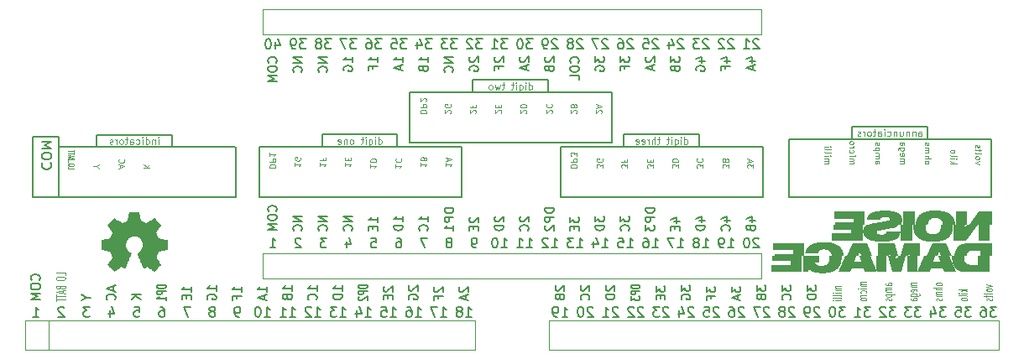
<source format=gbo>
G04 #@! TF.GenerationSoftware,KiCad,Pcbnew,(5.1.10-1-10_14)*
G04 #@! TF.CreationDate,2021-06-04T22:41:06-05:00*
G04 #@! TF.ProjectId,169-display-replacement-v2,3136392d-6469-4737-906c-61792d726570,rev?*
G04 #@! TF.SameCoordinates,Original*
G04 #@! TF.FileFunction,Legend,Bot*
G04 #@! TF.FilePolarity,Positive*
%FSLAX46Y46*%
G04 Gerber Fmt 4.6, Leading zero omitted, Abs format (unit mm)*
G04 Created by KiCad (PCBNEW (5.1.10-1-10_14)) date 2021-06-04 22:41:06*
%MOMM*%
%LPD*%
G01*
G04 APERTURE LIST*
%ADD10C,0.150000*%
%ADD11C,0.100000*%
%ADD12C,0.070000*%
%ADD13C,0.120000*%
%ADD14C,0.010000*%
%ADD15C,0.125000*%
G04 APERTURE END LIST*
D10*
X94030000Y-103260000D02*
X111830000Y-103260000D01*
X114250000Y-108370000D02*
X114250000Y-103250000D01*
X114250000Y-103250000D02*
X134670000Y-103250000D01*
X134670000Y-108370000D02*
X114250000Y-108370000D01*
X134670000Y-103250000D02*
X134670000Y-108370000D01*
X129400000Y-102870000D02*
X129400000Y-97750000D01*
X129400000Y-97750000D02*
X149820000Y-97750000D01*
X149820000Y-102870000D02*
X129400000Y-102870000D01*
X149820000Y-97750000D02*
X149820000Y-102870000D01*
X165070000Y-108370000D02*
X144650000Y-108370000D01*
X165070000Y-103250000D02*
X165070000Y-108370000D01*
X144650000Y-103250000D02*
X165070000Y-103250000D01*
X144650000Y-108370000D02*
X144650000Y-103250000D01*
D11*
X102598571Y-105342142D02*
X103198571Y-105342142D01*
X102598571Y-104999285D02*
X102941428Y-105256428D01*
X103198571Y-104999285D02*
X102855714Y-105342142D01*
X100230000Y-105370714D02*
X100230000Y-105085000D01*
X100058571Y-105427857D02*
X100658571Y-105227857D01*
X100058571Y-105027857D01*
X100115714Y-104485000D02*
X100087142Y-104513571D01*
X100058571Y-104599285D01*
X100058571Y-104656428D01*
X100087142Y-104742142D01*
X100144285Y-104799285D01*
X100201428Y-104827857D01*
X100315714Y-104856428D01*
X100401428Y-104856428D01*
X100515714Y-104827857D01*
X100572857Y-104799285D01*
X100630000Y-104742142D01*
X100658571Y-104656428D01*
X100658571Y-104599285D01*
X100630000Y-104513571D01*
X100601428Y-104485000D01*
X97804285Y-105227857D02*
X97518571Y-105227857D01*
X98118571Y-105427857D02*
X97804285Y-105227857D01*
X98118571Y-105027857D01*
D12*
X94978571Y-105268785D02*
X94978571Y-105425928D01*
X95578571Y-105425928D01*
X95578571Y-105095928D02*
X95578571Y-105033071D01*
X95550000Y-105001642D01*
X95492857Y-104970214D01*
X95378571Y-104954500D01*
X95178571Y-104954500D01*
X95064285Y-104970214D01*
X95007142Y-105001642D01*
X94978571Y-105033071D01*
X94978571Y-105095928D01*
X95007142Y-105127357D01*
X95064285Y-105158785D01*
X95178571Y-105174500D01*
X95378571Y-105174500D01*
X95492857Y-105158785D01*
X95550000Y-105127357D01*
X95578571Y-105095928D01*
X94921428Y-104891642D02*
X94921428Y-104640214D01*
X95292857Y-104451642D02*
X95264285Y-104404500D01*
X95235714Y-104388785D01*
X95178571Y-104373071D01*
X95092857Y-104373071D01*
X95035714Y-104388785D01*
X95007142Y-104404500D01*
X94978571Y-104435928D01*
X94978571Y-104561642D01*
X95578571Y-104561642D01*
X95578571Y-104451642D01*
X95550000Y-104420214D01*
X95521428Y-104404500D01*
X95464285Y-104388785D01*
X95407142Y-104388785D01*
X95350000Y-104404500D01*
X95321428Y-104420214D01*
X95292857Y-104451642D01*
X95292857Y-104561642D01*
X95150000Y-104247357D02*
X95150000Y-104090214D01*
X94978571Y-104278785D02*
X95578571Y-104168785D01*
X94978571Y-104058785D01*
X95578571Y-103995928D02*
X95578571Y-103807357D01*
X94978571Y-103901642D02*
X95578571Y-103901642D01*
X95578571Y-103744500D02*
X95578571Y-103555928D01*
X94978571Y-103650214D02*
X95578571Y-103650214D01*
D11*
X186878571Y-104999285D02*
X186478571Y-104856428D01*
X186878571Y-104713571D01*
X186478571Y-104399285D02*
X186507142Y-104456428D01*
X186535714Y-104485000D01*
X186592857Y-104513571D01*
X186764285Y-104513571D01*
X186821428Y-104485000D01*
X186850000Y-104456428D01*
X186878571Y-104399285D01*
X186878571Y-104313571D01*
X186850000Y-104256428D01*
X186821428Y-104227857D01*
X186764285Y-104199285D01*
X186592857Y-104199285D01*
X186535714Y-104227857D01*
X186507142Y-104256428D01*
X186478571Y-104313571D01*
X186478571Y-104399285D01*
X186478571Y-103856428D02*
X186507142Y-103913571D01*
X186564285Y-103942142D01*
X187078571Y-103942142D01*
X186878571Y-103713571D02*
X186878571Y-103485000D01*
X187078571Y-103627857D02*
X186564285Y-103627857D01*
X186507142Y-103599285D01*
X186478571Y-103542142D01*
X186478571Y-103485000D01*
X186507142Y-103313571D02*
X186478571Y-103256428D01*
X186478571Y-103142142D01*
X186507142Y-103085000D01*
X186564285Y-103056428D01*
X186592857Y-103056428D01*
X186650000Y-103085000D01*
X186678571Y-103142142D01*
X186678571Y-103227857D01*
X186707142Y-103285000D01*
X186764285Y-103313571D01*
X186792857Y-103313571D01*
X186850000Y-103285000D01*
X186878571Y-103227857D01*
X186878571Y-103142142D01*
X186850000Y-103085000D01*
X183978571Y-104942142D02*
X184578571Y-104942142D01*
X184207142Y-104885000D02*
X183978571Y-104713571D01*
X184378571Y-104713571D02*
X184150000Y-104942142D01*
X183978571Y-104456428D02*
X184378571Y-104456428D01*
X184578571Y-104456428D02*
X184550000Y-104485000D01*
X184521428Y-104456428D01*
X184550000Y-104427857D01*
X184578571Y-104456428D01*
X184521428Y-104456428D01*
X183978571Y-104085000D02*
X184007142Y-104142142D01*
X184064285Y-104170714D01*
X184578571Y-104170714D01*
X183978571Y-103770714D02*
X184007142Y-103827857D01*
X184035714Y-103856428D01*
X184092857Y-103885000D01*
X184264285Y-103885000D01*
X184321428Y-103856428D01*
X184350000Y-103827857D01*
X184378571Y-103770714D01*
X184378571Y-103685000D01*
X184350000Y-103627857D01*
X184321428Y-103599285D01*
X184264285Y-103570714D01*
X184092857Y-103570714D01*
X184035714Y-103599285D01*
X184007142Y-103627857D01*
X183978571Y-103685000D01*
X183978571Y-103770714D01*
X181378571Y-104856428D02*
X181407142Y-104913571D01*
X181435714Y-104942142D01*
X181492857Y-104970714D01*
X181664285Y-104970714D01*
X181721428Y-104942142D01*
X181750000Y-104913571D01*
X181778571Y-104856428D01*
X181778571Y-104770714D01*
X181750000Y-104713571D01*
X181721428Y-104685000D01*
X181664285Y-104656428D01*
X181492857Y-104656428D01*
X181435714Y-104685000D01*
X181407142Y-104713571D01*
X181378571Y-104770714D01*
X181378571Y-104856428D01*
X181378571Y-104399285D02*
X181978571Y-104399285D01*
X181378571Y-104142142D02*
X181692857Y-104142142D01*
X181750000Y-104170714D01*
X181778571Y-104227857D01*
X181778571Y-104313571D01*
X181750000Y-104370714D01*
X181721428Y-104399285D01*
X181378571Y-103856428D02*
X181778571Y-103856428D01*
X181721428Y-103856428D02*
X181750000Y-103827857D01*
X181778571Y-103770714D01*
X181778571Y-103685000D01*
X181750000Y-103627857D01*
X181692857Y-103599285D01*
X181378571Y-103599285D01*
X181692857Y-103599285D02*
X181750000Y-103570714D01*
X181778571Y-103513571D01*
X181778571Y-103427857D01*
X181750000Y-103370714D01*
X181692857Y-103342142D01*
X181378571Y-103342142D01*
X181407142Y-103085000D02*
X181378571Y-103027857D01*
X181378571Y-102913571D01*
X181407142Y-102856428D01*
X181464285Y-102827857D01*
X181492857Y-102827857D01*
X181550000Y-102856428D01*
X181578571Y-102913571D01*
X181578571Y-102999285D01*
X181607142Y-103056428D01*
X181664285Y-103085000D01*
X181692857Y-103085000D01*
X181750000Y-103056428D01*
X181778571Y-102999285D01*
X181778571Y-102913571D01*
X181750000Y-102856428D01*
X178878571Y-104942142D02*
X179278571Y-104942142D01*
X179221428Y-104942142D02*
X179250000Y-104913571D01*
X179278571Y-104856428D01*
X179278571Y-104770714D01*
X179250000Y-104713571D01*
X179192857Y-104685000D01*
X178878571Y-104685000D01*
X179192857Y-104685000D02*
X179250000Y-104656428D01*
X179278571Y-104599285D01*
X179278571Y-104513571D01*
X179250000Y-104456428D01*
X179192857Y-104427857D01*
X178878571Y-104427857D01*
X178907142Y-103913571D02*
X178878571Y-103970714D01*
X178878571Y-104085000D01*
X178907142Y-104142142D01*
X178964285Y-104170714D01*
X179192857Y-104170714D01*
X179250000Y-104142142D01*
X179278571Y-104085000D01*
X179278571Y-103970714D01*
X179250000Y-103913571D01*
X179192857Y-103885000D01*
X179135714Y-103885000D01*
X179078571Y-104170714D01*
X179278571Y-103370714D02*
X178792857Y-103370714D01*
X178735714Y-103399285D01*
X178707142Y-103427857D01*
X178678571Y-103485000D01*
X178678571Y-103570714D01*
X178707142Y-103627857D01*
X178907142Y-103370714D02*
X178878571Y-103427857D01*
X178878571Y-103542142D01*
X178907142Y-103599285D01*
X178935714Y-103627857D01*
X178992857Y-103656428D01*
X179164285Y-103656428D01*
X179221428Y-103627857D01*
X179250000Y-103599285D01*
X179278571Y-103542142D01*
X179278571Y-103427857D01*
X179250000Y-103370714D01*
X178878571Y-102827857D02*
X179192857Y-102827857D01*
X179250000Y-102856428D01*
X179278571Y-102913571D01*
X179278571Y-103027857D01*
X179250000Y-103085000D01*
X178907142Y-102827857D02*
X178878571Y-102885000D01*
X178878571Y-103027857D01*
X178907142Y-103085000D01*
X178964285Y-103113571D01*
X179021428Y-103113571D01*
X179078571Y-103085000D01*
X179107142Y-103027857D01*
X179107142Y-102885000D01*
X179135714Y-102827857D01*
X176378571Y-104685000D02*
X176692857Y-104685000D01*
X176750000Y-104713571D01*
X176778571Y-104770714D01*
X176778571Y-104885000D01*
X176750000Y-104942142D01*
X176407142Y-104685000D02*
X176378571Y-104742142D01*
X176378571Y-104885000D01*
X176407142Y-104942142D01*
X176464285Y-104970714D01*
X176521428Y-104970714D01*
X176578571Y-104942142D01*
X176607142Y-104885000D01*
X176607142Y-104742142D01*
X176635714Y-104685000D01*
X176378571Y-104399285D02*
X176778571Y-104399285D01*
X176721428Y-104399285D02*
X176750000Y-104370714D01*
X176778571Y-104313571D01*
X176778571Y-104227857D01*
X176750000Y-104170714D01*
X176692857Y-104142142D01*
X176378571Y-104142142D01*
X176692857Y-104142142D02*
X176750000Y-104113571D01*
X176778571Y-104056428D01*
X176778571Y-103970714D01*
X176750000Y-103913571D01*
X176692857Y-103885000D01*
X176378571Y-103885000D01*
X176778571Y-103599285D02*
X176178571Y-103599285D01*
X176750000Y-103599285D02*
X176778571Y-103542142D01*
X176778571Y-103427857D01*
X176750000Y-103370714D01*
X176721428Y-103342142D01*
X176664285Y-103313571D01*
X176492857Y-103313571D01*
X176435714Y-103342142D01*
X176407142Y-103370714D01*
X176378571Y-103427857D01*
X176378571Y-103542142D01*
X176407142Y-103599285D01*
X176407142Y-103085000D02*
X176378571Y-103027857D01*
X176378571Y-102913571D01*
X176407142Y-102856428D01*
X176464285Y-102827857D01*
X176492857Y-102827857D01*
X176550000Y-102856428D01*
X176578571Y-102913571D01*
X176578571Y-102999285D01*
X176607142Y-103056428D01*
X176664285Y-103085000D01*
X176692857Y-103085000D01*
X176750000Y-103056428D01*
X176778571Y-102999285D01*
X176778571Y-102913571D01*
X176750000Y-102856428D01*
X173778571Y-104942142D02*
X174178571Y-104942142D01*
X174121428Y-104942142D02*
X174150000Y-104913571D01*
X174178571Y-104856428D01*
X174178571Y-104770714D01*
X174150000Y-104713571D01*
X174092857Y-104685000D01*
X173778571Y-104685000D01*
X174092857Y-104685000D02*
X174150000Y-104656428D01*
X174178571Y-104599285D01*
X174178571Y-104513571D01*
X174150000Y-104456428D01*
X174092857Y-104427857D01*
X173778571Y-104427857D01*
X173778571Y-104142142D02*
X174178571Y-104142142D01*
X174378571Y-104142142D02*
X174350000Y-104170714D01*
X174321428Y-104142142D01*
X174350000Y-104113571D01*
X174378571Y-104142142D01*
X174321428Y-104142142D01*
X173807142Y-103599285D02*
X173778571Y-103656428D01*
X173778571Y-103770714D01*
X173807142Y-103827857D01*
X173835714Y-103856428D01*
X173892857Y-103885000D01*
X174064285Y-103885000D01*
X174121428Y-103856428D01*
X174150000Y-103827857D01*
X174178571Y-103770714D01*
X174178571Y-103656428D01*
X174150000Y-103599285D01*
X173778571Y-103342142D02*
X174178571Y-103342142D01*
X174064285Y-103342142D02*
X174121428Y-103313571D01*
X174150000Y-103285000D01*
X174178571Y-103227857D01*
X174178571Y-103170714D01*
X173778571Y-102885000D02*
X173807142Y-102942142D01*
X173835714Y-102970714D01*
X173892857Y-102999285D01*
X174064285Y-102999285D01*
X174121428Y-102970714D01*
X174150000Y-102942142D01*
X174178571Y-102885000D01*
X174178571Y-102799285D01*
X174150000Y-102742142D01*
X174121428Y-102713571D01*
X174064285Y-102685000D01*
X173892857Y-102685000D01*
X173835714Y-102713571D01*
X173807142Y-102742142D01*
X173778571Y-102799285D01*
X173778571Y-102885000D01*
X171278571Y-104942142D02*
X171678571Y-104942142D01*
X171621428Y-104942142D02*
X171650000Y-104913571D01*
X171678571Y-104856428D01*
X171678571Y-104770714D01*
X171650000Y-104713571D01*
X171592857Y-104685000D01*
X171278571Y-104685000D01*
X171592857Y-104685000D02*
X171650000Y-104656428D01*
X171678571Y-104599285D01*
X171678571Y-104513571D01*
X171650000Y-104456428D01*
X171592857Y-104427857D01*
X171278571Y-104427857D01*
X171278571Y-104142142D02*
X171678571Y-104142142D01*
X171878571Y-104142142D02*
X171850000Y-104170714D01*
X171821428Y-104142142D01*
X171850000Y-104113571D01*
X171878571Y-104142142D01*
X171821428Y-104142142D01*
X171278571Y-103770714D02*
X171307142Y-103827857D01*
X171364285Y-103856428D01*
X171878571Y-103856428D01*
X171278571Y-103456428D02*
X171307142Y-103513571D01*
X171364285Y-103542142D01*
X171878571Y-103542142D01*
X171278571Y-103227857D02*
X171678571Y-103227857D01*
X171878571Y-103227857D02*
X171850000Y-103256428D01*
X171821428Y-103227857D01*
X171850000Y-103199285D01*
X171878571Y-103227857D01*
X171821428Y-103227857D01*
X180766666Y-102166666D02*
X180766666Y-101800000D01*
X180800000Y-101733333D01*
X180866666Y-101700000D01*
X181000000Y-101700000D01*
X181066666Y-101733333D01*
X180766666Y-102133333D02*
X180833333Y-102166666D01*
X181000000Y-102166666D01*
X181066666Y-102133333D01*
X181100000Y-102066666D01*
X181100000Y-102000000D01*
X181066666Y-101933333D01*
X181000000Y-101900000D01*
X180833333Y-101900000D01*
X180766666Y-101866666D01*
X180433333Y-101700000D02*
X180433333Y-102166666D01*
X180433333Y-101766666D02*
X180400000Y-101733333D01*
X180333333Y-101700000D01*
X180233333Y-101700000D01*
X180166666Y-101733333D01*
X180133333Y-101800000D01*
X180133333Y-102166666D01*
X179800000Y-101700000D02*
X179800000Y-102166666D01*
X179800000Y-101766666D02*
X179766666Y-101733333D01*
X179700000Y-101700000D01*
X179600000Y-101700000D01*
X179533333Y-101733333D01*
X179500000Y-101800000D01*
X179500000Y-102166666D01*
X178866666Y-101700000D02*
X178866666Y-102166666D01*
X179166666Y-101700000D02*
X179166666Y-102066666D01*
X179133333Y-102133333D01*
X179066666Y-102166666D01*
X178966666Y-102166666D01*
X178900000Y-102133333D01*
X178866666Y-102100000D01*
X178533333Y-101700000D02*
X178533333Y-102166666D01*
X178533333Y-101766666D02*
X178500000Y-101733333D01*
X178433333Y-101700000D01*
X178333333Y-101700000D01*
X178266666Y-101733333D01*
X178233333Y-101800000D01*
X178233333Y-102166666D01*
X177600000Y-102133333D02*
X177666666Y-102166666D01*
X177800000Y-102166666D01*
X177866666Y-102133333D01*
X177900000Y-102100000D01*
X177933333Y-102033333D01*
X177933333Y-101833333D01*
X177900000Y-101766666D01*
X177866666Y-101733333D01*
X177800000Y-101700000D01*
X177666666Y-101700000D01*
X177600000Y-101733333D01*
X177300000Y-102166666D02*
X177300000Y-101700000D01*
X177300000Y-101466666D02*
X177333333Y-101500000D01*
X177300000Y-101533333D01*
X177266666Y-101500000D01*
X177300000Y-101466666D01*
X177300000Y-101533333D01*
X176666666Y-102166666D02*
X176666666Y-101800000D01*
X176700000Y-101733333D01*
X176766666Y-101700000D01*
X176900000Y-101700000D01*
X176966666Y-101733333D01*
X176666666Y-102133333D02*
X176733333Y-102166666D01*
X176900000Y-102166666D01*
X176966666Y-102133333D01*
X177000000Y-102066666D01*
X177000000Y-102000000D01*
X176966666Y-101933333D01*
X176900000Y-101900000D01*
X176733333Y-101900000D01*
X176666666Y-101866666D01*
X176433333Y-101700000D02*
X176166666Y-101700000D01*
X176333333Y-101466666D02*
X176333333Y-102066666D01*
X176300000Y-102133333D01*
X176233333Y-102166666D01*
X176166666Y-102166666D01*
X175833333Y-102166666D02*
X175900000Y-102133333D01*
X175933333Y-102100000D01*
X175966666Y-102033333D01*
X175966666Y-101833333D01*
X175933333Y-101766666D01*
X175900000Y-101733333D01*
X175833333Y-101700000D01*
X175733333Y-101700000D01*
X175666666Y-101733333D01*
X175633333Y-101766666D01*
X175600000Y-101833333D01*
X175600000Y-102033333D01*
X175633333Y-102100000D01*
X175666666Y-102133333D01*
X175733333Y-102166666D01*
X175833333Y-102166666D01*
X175300000Y-102166666D02*
X175300000Y-101700000D01*
X175300000Y-101833333D02*
X175266666Y-101766666D01*
X175233333Y-101733333D01*
X175166666Y-101700000D01*
X175100000Y-101700000D01*
X174900000Y-102133333D02*
X174833333Y-102166666D01*
X174700000Y-102166666D01*
X174633333Y-102133333D01*
X174600000Y-102066666D01*
X174600000Y-102033333D01*
X174633333Y-101966666D01*
X174700000Y-101933333D01*
X174800000Y-101933333D01*
X174866666Y-101900000D01*
X174900000Y-101833333D01*
X174900000Y-101800000D01*
X174866666Y-101733333D01*
X174800000Y-101700000D01*
X174700000Y-101700000D01*
X174633333Y-101733333D01*
D10*
X188070000Y-102450000D02*
X188070000Y-108370000D01*
X188070000Y-108370000D02*
X167650000Y-108370000D01*
X167650000Y-108370000D02*
X167650000Y-102450000D01*
X167650000Y-102450000D02*
X188070000Y-102450000D01*
X181650000Y-102450000D02*
X181650000Y-101220000D01*
X181650000Y-101220000D02*
X174050000Y-101220000D01*
X174050000Y-101220000D02*
X174050000Y-102450000D01*
D11*
X164078571Y-105399285D02*
X164078571Y-105027857D01*
X163850000Y-105227857D01*
X163850000Y-105142142D01*
X163821428Y-105085000D01*
X163792857Y-105056428D01*
X163735714Y-105027857D01*
X163592857Y-105027857D01*
X163535714Y-105056428D01*
X163507142Y-105085000D01*
X163478571Y-105142142D01*
X163478571Y-105313571D01*
X163507142Y-105370714D01*
X163535714Y-105399285D01*
X163650000Y-104799285D02*
X163650000Y-104513571D01*
X163478571Y-104856428D02*
X164078571Y-104656428D01*
X163478571Y-104456428D01*
X161578571Y-105399285D02*
X161578571Y-105027857D01*
X161350000Y-105227857D01*
X161350000Y-105142142D01*
X161321428Y-105085000D01*
X161292857Y-105056428D01*
X161235714Y-105027857D01*
X161092857Y-105027857D01*
X161035714Y-105056428D01*
X161007142Y-105085000D01*
X160978571Y-105142142D01*
X160978571Y-105313571D01*
X161007142Y-105370714D01*
X161035714Y-105399285D01*
X161292857Y-104570714D02*
X161264285Y-104485000D01*
X161235714Y-104456428D01*
X161178571Y-104427857D01*
X161092857Y-104427857D01*
X161035714Y-104456428D01*
X161007142Y-104485000D01*
X160978571Y-104542142D01*
X160978571Y-104770714D01*
X161578571Y-104770714D01*
X161578571Y-104570714D01*
X161550000Y-104513571D01*
X161521428Y-104485000D01*
X161464285Y-104456428D01*
X161407142Y-104456428D01*
X161350000Y-104485000D01*
X161321428Y-104513571D01*
X161292857Y-104570714D01*
X161292857Y-104770714D01*
X158978571Y-105399285D02*
X158978571Y-105027857D01*
X158750000Y-105227857D01*
X158750000Y-105142142D01*
X158721428Y-105085000D01*
X158692857Y-105056428D01*
X158635714Y-105027857D01*
X158492857Y-105027857D01*
X158435714Y-105056428D01*
X158407142Y-105085000D01*
X158378571Y-105142142D01*
X158378571Y-105313571D01*
X158407142Y-105370714D01*
X158435714Y-105399285D01*
X158435714Y-104427857D02*
X158407142Y-104456428D01*
X158378571Y-104542142D01*
X158378571Y-104599285D01*
X158407142Y-104685000D01*
X158464285Y-104742142D01*
X158521428Y-104770714D01*
X158635714Y-104799285D01*
X158721428Y-104799285D01*
X158835714Y-104770714D01*
X158892857Y-104742142D01*
X158950000Y-104685000D01*
X158978571Y-104599285D01*
X158978571Y-104542142D01*
X158950000Y-104456428D01*
X158921428Y-104427857D01*
X156478571Y-105399285D02*
X156478571Y-105027857D01*
X156250000Y-105227857D01*
X156250000Y-105142142D01*
X156221428Y-105085000D01*
X156192857Y-105056428D01*
X156135714Y-105027857D01*
X155992857Y-105027857D01*
X155935714Y-105056428D01*
X155907142Y-105085000D01*
X155878571Y-105142142D01*
X155878571Y-105313571D01*
X155907142Y-105370714D01*
X155935714Y-105399285D01*
X155878571Y-104770714D02*
X156478571Y-104770714D01*
X156478571Y-104627857D01*
X156450000Y-104542142D01*
X156392857Y-104485000D01*
X156335714Y-104456428D01*
X156221428Y-104427857D01*
X156135714Y-104427857D01*
X156021428Y-104456428D01*
X155964285Y-104485000D01*
X155907142Y-104542142D01*
X155878571Y-104627857D01*
X155878571Y-104770714D01*
X153978571Y-105399285D02*
X153978571Y-105027857D01*
X153750000Y-105227857D01*
X153750000Y-105142142D01*
X153721428Y-105085000D01*
X153692857Y-105056428D01*
X153635714Y-105027857D01*
X153492857Y-105027857D01*
X153435714Y-105056428D01*
X153407142Y-105085000D01*
X153378571Y-105142142D01*
X153378571Y-105313571D01*
X153407142Y-105370714D01*
X153435714Y-105399285D01*
X153692857Y-104770714D02*
X153692857Y-104570714D01*
X153378571Y-104485000D02*
X153378571Y-104770714D01*
X153978571Y-104770714D01*
X153978571Y-104485000D01*
X151378571Y-105399285D02*
X151378571Y-105027857D01*
X151150000Y-105227857D01*
X151150000Y-105142142D01*
X151121428Y-105085000D01*
X151092857Y-105056428D01*
X151035714Y-105027857D01*
X150892857Y-105027857D01*
X150835714Y-105056428D01*
X150807142Y-105085000D01*
X150778571Y-105142142D01*
X150778571Y-105313571D01*
X150807142Y-105370714D01*
X150835714Y-105399285D01*
X151092857Y-104570714D02*
X151092857Y-104770714D01*
X150778571Y-104770714D02*
X151378571Y-104770714D01*
X151378571Y-104485000D01*
X148878571Y-105399285D02*
X148878571Y-105027857D01*
X148650000Y-105227857D01*
X148650000Y-105142142D01*
X148621428Y-105085000D01*
X148592857Y-105056428D01*
X148535714Y-105027857D01*
X148392857Y-105027857D01*
X148335714Y-105056428D01*
X148307142Y-105085000D01*
X148278571Y-105142142D01*
X148278571Y-105313571D01*
X148307142Y-105370714D01*
X148335714Y-105399285D01*
X148850000Y-104456428D02*
X148878571Y-104513571D01*
X148878571Y-104599285D01*
X148850000Y-104685000D01*
X148792857Y-104742142D01*
X148735714Y-104770714D01*
X148621428Y-104799285D01*
X148535714Y-104799285D01*
X148421428Y-104770714D01*
X148364285Y-104742142D01*
X148307142Y-104685000D01*
X148278571Y-104599285D01*
X148278571Y-104542142D01*
X148307142Y-104456428D01*
X148335714Y-104427857D01*
X148535714Y-104427857D01*
X148535714Y-104542142D01*
X145678571Y-105342142D02*
X146278571Y-105342142D01*
X146278571Y-105199285D01*
X146250000Y-105113571D01*
X146192857Y-105056428D01*
X146135714Y-105027857D01*
X146021428Y-104999285D01*
X145935714Y-104999285D01*
X145821428Y-105027857D01*
X145764285Y-105056428D01*
X145707142Y-105113571D01*
X145678571Y-105199285D01*
X145678571Y-105342142D01*
X145678571Y-104742142D02*
X146278571Y-104742142D01*
X146278571Y-104513571D01*
X146250000Y-104456428D01*
X146221428Y-104427857D01*
X146164285Y-104399285D01*
X146078571Y-104399285D01*
X146021428Y-104427857D01*
X145992857Y-104456428D01*
X145964285Y-104513571D01*
X145964285Y-104742142D01*
X146278571Y-104199285D02*
X146278571Y-103827857D01*
X146050000Y-104027857D01*
X146050000Y-103942142D01*
X146021428Y-103885000D01*
X145992857Y-103856428D01*
X145935714Y-103827857D01*
X145792857Y-103827857D01*
X145735714Y-103856428D01*
X145707142Y-103885000D01*
X145678571Y-103942142D01*
X145678571Y-104113571D01*
X145707142Y-104170714D01*
X145735714Y-104199285D01*
X148721428Y-99870714D02*
X148750000Y-99842142D01*
X148778571Y-99785000D01*
X148778571Y-99642142D01*
X148750000Y-99585000D01*
X148721428Y-99556428D01*
X148664285Y-99527857D01*
X148607142Y-99527857D01*
X148521428Y-99556428D01*
X148178571Y-99899285D01*
X148178571Y-99527857D01*
X148350000Y-99299285D02*
X148350000Y-99013571D01*
X148178571Y-99356428D02*
X148778571Y-99156428D01*
X148178571Y-98956428D01*
X146221428Y-99870714D02*
X146250000Y-99842142D01*
X146278571Y-99785000D01*
X146278571Y-99642142D01*
X146250000Y-99585000D01*
X146221428Y-99556428D01*
X146164285Y-99527857D01*
X146107142Y-99527857D01*
X146021428Y-99556428D01*
X145678571Y-99899285D01*
X145678571Y-99527857D01*
X145992857Y-99070714D02*
X145964285Y-98985000D01*
X145935714Y-98956428D01*
X145878571Y-98927857D01*
X145792857Y-98927857D01*
X145735714Y-98956428D01*
X145707142Y-98985000D01*
X145678571Y-99042142D01*
X145678571Y-99270714D01*
X146278571Y-99270714D01*
X146278571Y-99070714D01*
X146250000Y-99013571D01*
X146221428Y-98985000D01*
X146164285Y-98956428D01*
X146107142Y-98956428D01*
X146050000Y-98985000D01*
X146021428Y-99013571D01*
X145992857Y-99070714D01*
X145992857Y-99270714D01*
X143721428Y-99870714D02*
X143750000Y-99842142D01*
X143778571Y-99785000D01*
X143778571Y-99642142D01*
X143750000Y-99585000D01*
X143721428Y-99556428D01*
X143664285Y-99527857D01*
X143607142Y-99527857D01*
X143521428Y-99556428D01*
X143178571Y-99899285D01*
X143178571Y-99527857D01*
X143235714Y-98927857D02*
X143207142Y-98956428D01*
X143178571Y-99042142D01*
X143178571Y-99099285D01*
X143207142Y-99185000D01*
X143264285Y-99242142D01*
X143321428Y-99270714D01*
X143435714Y-99299285D01*
X143521428Y-99299285D01*
X143635714Y-99270714D01*
X143692857Y-99242142D01*
X143750000Y-99185000D01*
X143778571Y-99099285D01*
X143778571Y-99042142D01*
X143750000Y-98956428D01*
X143721428Y-98927857D01*
X141121428Y-99870714D02*
X141150000Y-99842142D01*
X141178571Y-99785000D01*
X141178571Y-99642142D01*
X141150000Y-99585000D01*
X141121428Y-99556428D01*
X141064285Y-99527857D01*
X141007142Y-99527857D01*
X140921428Y-99556428D01*
X140578571Y-99899285D01*
X140578571Y-99527857D01*
X140578571Y-99270714D02*
X141178571Y-99270714D01*
X141178571Y-99127857D01*
X141150000Y-99042142D01*
X141092857Y-98985000D01*
X141035714Y-98956428D01*
X140921428Y-98927857D01*
X140835714Y-98927857D01*
X140721428Y-98956428D01*
X140664285Y-98985000D01*
X140607142Y-99042142D01*
X140578571Y-99127857D01*
X140578571Y-99270714D01*
X138621428Y-99870714D02*
X138650000Y-99842142D01*
X138678571Y-99785000D01*
X138678571Y-99642142D01*
X138650000Y-99585000D01*
X138621428Y-99556428D01*
X138564285Y-99527857D01*
X138507142Y-99527857D01*
X138421428Y-99556428D01*
X138078571Y-99899285D01*
X138078571Y-99527857D01*
X138392857Y-99270714D02*
X138392857Y-99070714D01*
X138078571Y-98985000D02*
X138078571Y-99270714D01*
X138678571Y-99270714D01*
X138678571Y-98985000D01*
X136021428Y-99870714D02*
X136050000Y-99842142D01*
X136078571Y-99785000D01*
X136078571Y-99642142D01*
X136050000Y-99585000D01*
X136021428Y-99556428D01*
X135964285Y-99527857D01*
X135907142Y-99527857D01*
X135821428Y-99556428D01*
X135478571Y-99899285D01*
X135478571Y-99527857D01*
X135792857Y-99070714D02*
X135792857Y-99270714D01*
X135478571Y-99270714D02*
X136078571Y-99270714D01*
X136078571Y-98985000D01*
X133521428Y-99870714D02*
X133550000Y-99842142D01*
X133578571Y-99785000D01*
X133578571Y-99642142D01*
X133550000Y-99585000D01*
X133521428Y-99556428D01*
X133464285Y-99527857D01*
X133407142Y-99527857D01*
X133321428Y-99556428D01*
X132978571Y-99899285D01*
X132978571Y-99527857D01*
X133550000Y-98956428D02*
X133578571Y-99013571D01*
X133578571Y-99099285D01*
X133550000Y-99185000D01*
X133492857Y-99242142D01*
X133435714Y-99270714D01*
X133321428Y-99299285D01*
X133235714Y-99299285D01*
X133121428Y-99270714D01*
X133064285Y-99242142D01*
X133007142Y-99185000D01*
X132978571Y-99099285D01*
X132978571Y-99042142D01*
X133007142Y-98956428D01*
X133035714Y-98927857D01*
X133235714Y-98927857D01*
X133235714Y-99042142D01*
X130478571Y-99842142D02*
X131078571Y-99842142D01*
X131078571Y-99699285D01*
X131050000Y-99613571D01*
X130992857Y-99556428D01*
X130935714Y-99527857D01*
X130821428Y-99499285D01*
X130735714Y-99499285D01*
X130621428Y-99527857D01*
X130564285Y-99556428D01*
X130507142Y-99613571D01*
X130478571Y-99699285D01*
X130478571Y-99842142D01*
X130478571Y-99242142D02*
X131078571Y-99242142D01*
X131078571Y-99013571D01*
X131050000Y-98956428D01*
X131021428Y-98927857D01*
X130964285Y-98899285D01*
X130878571Y-98899285D01*
X130821428Y-98927857D01*
X130792857Y-98956428D01*
X130764285Y-99013571D01*
X130764285Y-99242142D01*
X131021428Y-98670714D02*
X131050000Y-98642142D01*
X131078571Y-98585000D01*
X131078571Y-98442142D01*
X131050000Y-98385000D01*
X131021428Y-98356428D01*
X130964285Y-98327857D01*
X130907142Y-98327857D01*
X130821428Y-98356428D01*
X130478571Y-98699285D01*
X130478571Y-98327857D01*
X115298571Y-105342142D02*
X115898571Y-105342142D01*
X115898571Y-105199285D01*
X115870000Y-105113571D01*
X115812857Y-105056428D01*
X115755714Y-105027857D01*
X115641428Y-104999285D01*
X115555714Y-104999285D01*
X115441428Y-105027857D01*
X115384285Y-105056428D01*
X115327142Y-105113571D01*
X115298571Y-105199285D01*
X115298571Y-105342142D01*
X115298571Y-104742142D02*
X115898571Y-104742142D01*
X115898571Y-104513571D01*
X115870000Y-104456428D01*
X115841428Y-104427857D01*
X115784285Y-104399285D01*
X115698571Y-104399285D01*
X115641428Y-104427857D01*
X115612857Y-104456428D01*
X115584285Y-104513571D01*
X115584285Y-104742142D01*
X115298571Y-103827857D02*
X115298571Y-104170714D01*
X115298571Y-103999285D02*
X115898571Y-103999285D01*
X115812857Y-104056428D01*
X115755714Y-104113571D01*
X115727142Y-104170714D01*
X117838571Y-104887857D02*
X117838571Y-105230714D01*
X117838571Y-105059285D02*
X118438571Y-105059285D01*
X118352857Y-105116428D01*
X118295714Y-105173571D01*
X118267142Y-105230714D01*
X118410000Y-104316428D02*
X118438571Y-104373571D01*
X118438571Y-104459285D01*
X118410000Y-104545000D01*
X118352857Y-104602142D01*
X118295714Y-104630714D01*
X118181428Y-104659285D01*
X118095714Y-104659285D01*
X117981428Y-104630714D01*
X117924285Y-104602142D01*
X117867142Y-104545000D01*
X117838571Y-104459285D01*
X117838571Y-104402142D01*
X117867142Y-104316428D01*
X117895714Y-104287857D01*
X118095714Y-104287857D01*
X118095714Y-104402142D01*
X120378571Y-104887857D02*
X120378571Y-105230714D01*
X120378571Y-105059285D02*
X120978571Y-105059285D01*
X120892857Y-105116428D01*
X120835714Y-105173571D01*
X120807142Y-105230714D01*
X120692857Y-104430714D02*
X120692857Y-104630714D01*
X120378571Y-104630714D02*
X120978571Y-104630714D01*
X120978571Y-104345000D01*
X122918571Y-104887857D02*
X122918571Y-105230714D01*
X122918571Y-105059285D02*
X123518571Y-105059285D01*
X123432857Y-105116428D01*
X123375714Y-105173571D01*
X123347142Y-105230714D01*
X123232857Y-104630714D02*
X123232857Y-104430714D01*
X122918571Y-104345000D02*
X122918571Y-104630714D01*
X123518571Y-104630714D01*
X123518571Y-104345000D01*
X125458571Y-105027857D02*
X125458571Y-105370714D01*
X125458571Y-105199285D02*
X126058571Y-105199285D01*
X125972857Y-105256428D01*
X125915714Y-105313571D01*
X125887142Y-105370714D01*
X125458571Y-104770714D02*
X126058571Y-104770714D01*
X126058571Y-104627857D01*
X126030000Y-104542142D01*
X125972857Y-104485000D01*
X125915714Y-104456428D01*
X125801428Y-104427857D01*
X125715714Y-104427857D01*
X125601428Y-104456428D01*
X125544285Y-104485000D01*
X125487142Y-104542142D01*
X125458571Y-104627857D01*
X125458571Y-104770714D01*
X127998571Y-105027857D02*
X127998571Y-105370714D01*
X127998571Y-105199285D02*
X128598571Y-105199285D01*
X128512857Y-105256428D01*
X128455714Y-105313571D01*
X128427142Y-105370714D01*
X128055714Y-104427857D02*
X128027142Y-104456428D01*
X127998571Y-104542142D01*
X127998571Y-104599285D01*
X128027142Y-104685000D01*
X128084285Y-104742142D01*
X128141428Y-104770714D01*
X128255714Y-104799285D01*
X128341428Y-104799285D01*
X128455714Y-104770714D01*
X128512857Y-104742142D01*
X128570000Y-104685000D01*
X128598571Y-104599285D01*
X128598571Y-104542142D01*
X128570000Y-104456428D01*
X128541428Y-104427857D01*
X130538571Y-104887857D02*
X130538571Y-105230714D01*
X130538571Y-105059285D02*
X131138571Y-105059285D01*
X131052857Y-105116428D01*
X130995714Y-105173571D01*
X130967142Y-105230714D01*
X130852857Y-104430714D02*
X130824285Y-104345000D01*
X130795714Y-104316428D01*
X130738571Y-104287857D01*
X130652857Y-104287857D01*
X130595714Y-104316428D01*
X130567142Y-104345000D01*
X130538571Y-104402142D01*
X130538571Y-104630714D01*
X131138571Y-104630714D01*
X131138571Y-104430714D01*
X131110000Y-104373571D01*
X131081428Y-104345000D01*
X131024285Y-104316428D01*
X130967142Y-104316428D01*
X130910000Y-104345000D01*
X130881428Y-104373571D01*
X130852857Y-104430714D01*
X130852857Y-104630714D01*
X133078571Y-104887857D02*
X133078571Y-105230714D01*
X133078571Y-105059285D02*
X133678571Y-105059285D01*
X133592857Y-105116428D01*
X133535714Y-105173571D01*
X133507142Y-105230714D01*
X133250000Y-104659285D02*
X133250000Y-104373571D01*
X133078571Y-104716428D02*
X133678571Y-104516428D01*
X133078571Y-104316428D01*
X157140000Y-102966666D02*
X157140000Y-102266666D01*
X157140000Y-102933333D02*
X157206666Y-102966666D01*
X157340000Y-102966666D01*
X157406666Y-102933333D01*
X157440000Y-102900000D01*
X157473333Y-102833333D01*
X157473333Y-102633333D01*
X157440000Y-102566666D01*
X157406666Y-102533333D01*
X157340000Y-102500000D01*
X157206666Y-102500000D01*
X157140000Y-102533333D01*
X156806666Y-102966666D02*
X156806666Y-102500000D01*
X156806666Y-102266666D02*
X156840000Y-102300000D01*
X156806666Y-102333333D01*
X156773333Y-102300000D01*
X156806666Y-102266666D01*
X156806666Y-102333333D01*
X156173333Y-102500000D02*
X156173333Y-103066666D01*
X156206666Y-103133333D01*
X156240000Y-103166666D01*
X156306666Y-103200000D01*
X156406666Y-103200000D01*
X156473333Y-103166666D01*
X156173333Y-102933333D02*
X156240000Y-102966666D01*
X156373333Y-102966666D01*
X156440000Y-102933333D01*
X156473333Y-102900000D01*
X156506666Y-102833333D01*
X156506666Y-102633333D01*
X156473333Y-102566666D01*
X156440000Y-102533333D01*
X156373333Y-102500000D01*
X156240000Y-102500000D01*
X156173333Y-102533333D01*
X155840000Y-102966666D02*
X155840000Y-102500000D01*
X155840000Y-102266666D02*
X155873333Y-102300000D01*
X155840000Y-102333333D01*
X155806666Y-102300000D01*
X155840000Y-102266666D01*
X155840000Y-102333333D01*
X155606666Y-102500000D02*
X155340000Y-102500000D01*
X155506666Y-102266666D02*
X155506666Y-102866666D01*
X155473333Y-102933333D01*
X155406666Y-102966666D01*
X155340000Y-102966666D01*
X154673333Y-102500000D02*
X154406666Y-102500000D01*
X154573333Y-102266666D02*
X154573333Y-102866666D01*
X154540000Y-102933333D01*
X154473333Y-102966666D01*
X154406666Y-102966666D01*
X154173333Y-102966666D02*
X154173333Y-102266666D01*
X153873333Y-102966666D02*
X153873333Y-102600000D01*
X153906666Y-102533333D01*
X153973333Y-102500000D01*
X154073333Y-102500000D01*
X154140000Y-102533333D01*
X154173333Y-102566666D01*
X153540000Y-102966666D02*
X153540000Y-102500000D01*
X153540000Y-102633333D02*
X153506666Y-102566666D01*
X153473333Y-102533333D01*
X153406666Y-102500000D01*
X153340000Y-102500000D01*
X152840000Y-102933333D02*
X152906666Y-102966666D01*
X153040000Y-102966666D01*
X153106666Y-102933333D01*
X153140000Y-102866666D01*
X153140000Y-102600000D01*
X153106666Y-102533333D01*
X153040000Y-102500000D01*
X152906666Y-102500000D01*
X152840000Y-102533333D01*
X152806666Y-102600000D01*
X152806666Y-102666666D01*
X153140000Y-102733333D01*
X152240000Y-102933333D02*
X152306666Y-102966666D01*
X152440000Y-102966666D01*
X152506666Y-102933333D01*
X152540000Y-102866666D01*
X152540000Y-102600000D01*
X152506666Y-102533333D01*
X152440000Y-102500000D01*
X152306666Y-102500000D01*
X152240000Y-102533333D01*
X152206666Y-102600000D01*
X152206666Y-102666666D01*
X152540000Y-102733333D01*
X141450000Y-97466666D02*
X141450000Y-96766666D01*
X141450000Y-97433333D02*
X141516666Y-97466666D01*
X141650000Y-97466666D01*
X141716666Y-97433333D01*
X141750000Y-97400000D01*
X141783333Y-97333333D01*
X141783333Y-97133333D01*
X141750000Y-97066666D01*
X141716666Y-97033333D01*
X141650000Y-97000000D01*
X141516666Y-97000000D01*
X141450000Y-97033333D01*
X141116666Y-97466666D02*
X141116666Y-97000000D01*
X141116666Y-96766666D02*
X141150000Y-96800000D01*
X141116666Y-96833333D01*
X141083333Y-96800000D01*
X141116666Y-96766666D01*
X141116666Y-96833333D01*
X140483333Y-97000000D02*
X140483333Y-97566666D01*
X140516666Y-97633333D01*
X140550000Y-97666666D01*
X140616666Y-97700000D01*
X140716666Y-97700000D01*
X140783333Y-97666666D01*
X140483333Y-97433333D02*
X140550000Y-97466666D01*
X140683333Y-97466666D01*
X140750000Y-97433333D01*
X140783333Y-97400000D01*
X140816666Y-97333333D01*
X140816666Y-97133333D01*
X140783333Y-97066666D01*
X140750000Y-97033333D01*
X140683333Y-97000000D01*
X140550000Y-97000000D01*
X140483333Y-97033333D01*
X140150000Y-97466666D02*
X140150000Y-97000000D01*
X140150000Y-96766666D02*
X140183333Y-96800000D01*
X140150000Y-96833333D01*
X140116666Y-96800000D01*
X140150000Y-96766666D01*
X140150000Y-96833333D01*
X139916666Y-97000000D02*
X139650000Y-97000000D01*
X139816666Y-96766666D02*
X139816666Y-97366666D01*
X139783333Y-97433333D01*
X139716666Y-97466666D01*
X139650000Y-97466666D01*
X138983333Y-97000000D02*
X138716666Y-97000000D01*
X138883333Y-96766666D02*
X138883333Y-97366666D01*
X138850000Y-97433333D01*
X138783333Y-97466666D01*
X138716666Y-97466666D01*
X138550000Y-97000000D02*
X138416666Y-97466666D01*
X138283333Y-97133333D01*
X138150000Y-97466666D01*
X138016666Y-97000000D01*
X137650000Y-97466666D02*
X137716666Y-97433333D01*
X137750000Y-97400000D01*
X137783333Y-97333333D01*
X137783333Y-97133333D01*
X137750000Y-97066666D01*
X137716666Y-97033333D01*
X137650000Y-97000000D01*
X137550000Y-97000000D01*
X137483333Y-97033333D01*
X137450000Y-97066666D01*
X137416666Y-97133333D01*
X137416666Y-97333333D01*
X137450000Y-97400000D01*
X137483333Y-97433333D01*
X137550000Y-97466666D01*
X137650000Y-97466666D01*
X126280000Y-102966666D02*
X126280000Y-102266666D01*
X126280000Y-102933333D02*
X126346666Y-102966666D01*
X126480000Y-102966666D01*
X126546666Y-102933333D01*
X126580000Y-102900000D01*
X126613333Y-102833333D01*
X126613333Y-102633333D01*
X126580000Y-102566666D01*
X126546666Y-102533333D01*
X126480000Y-102500000D01*
X126346666Y-102500000D01*
X126280000Y-102533333D01*
X125946666Y-102966666D02*
X125946666Y-102500000D01*
X125946666Y-102266666D02*
X125980000Y-102300000D01*
X125946666Y-102333333D01*
X125913333Y-102300000D01*
X125946666Y-102266666D01*
X125946666Y-102333333D01*
X125313333Y-102500000D02*
X125313333Y-103066666D01*
X125346666Y-103133333D01*
X125380000Y-103166666D01*
X125446666Y-103200000D01*
X125546666Y-103200000D01*
X125613333Y-103166666D01*
X125313333Y-102933333D02*
X125380000Y-102966666D01*
X125513333Y-102966666D01*
X125580000Y-102933333D01*
X125613333Y-102900000D01*
X125646666Y-102833333D01*
X125646666Y-102633333D01*
X125613333Y-102566666D01*
X125580000Y-102533333D01*
X125513333Y-102500000D01*
X125380000Y-102500000D01*
X125313333Y-102533333D01*
X124980000Y-102966666D02*
X124980000Y-102500000D01*
X124980000Y-102266666D02*
X125013333Y-102300000D01*
X124980000Y-102333333D01*
X124946666Y-102300000D01*
X124980000Y-102266666D01*
X124980000Y-102333333D01*
X124746666Y-102500000D02*
X124480000Y-102500000D01*
X124646666Y-102266666D02*
X124646666Y-102866666D01*
X124613333Y-102933333D01*
X124546666Y-102966666D01*
X124480000Y-102966666D01*
X123613333Y-102966666D02*
X123680000Y-102933333D01*
X123713333Y-102900000D01*
X123746666Y-102833333D01*
X123746666Y-102633333D01*
X123713333Y-102566666D01*
X123680000Y-102533333D01*
X123613333Y-102500000D01*
X123513333Y-102500000D01*
X123446666Y-102533333D01*
X123413333Y-102566666D01*
X123380000Y-102633333D01*
X123380000Y-102833333D01*
X123413333Y-102900000D01*
X123446666Y-102933333D01*
X123513333Y-102966666D01*
X123613333Y-102966666D01*
X123080000Y-102500000D02*
X123080000Y-102966666D01*
X123080000Y-102566666D02*
X123046666Y-102533333D01*
X122980000Y-102500000D01*
X122880000Y-102500000D01*
X122813333Y-102533333D01*
X122780000Y-102600000D01*
X122780000Y-102966666D01*
X122180000Y-102933333D02*
X122246666Y-102966666D01*
X122380000Y-102966666D01*
X122446666Y-102933333D01*
X122480000Y-102866666D01*
X122480000Y-102600000D01*
X122446666Y-102533333D01*
X122380000Y-102500000D01*
X122246666Y-102500000D01*
X122180000Y-102533333D01*
X122146666Y-102600000D01*
X122146666Y-102666666D01*
X122480000Y-102733333D01*
X104063333Y-102976666D02*
X104063333Y-102510000D01*
X104063333Y-102276666D02*
X104096666Y-102310000D01*
X104063333Y-102343333D01*
X104030000Y-102310000D01*
X104063333Y-102276666D01*
X104063333Y-102343333D01*
X103730000Y-102510000D02*
X103730000Y-102976666D01*
X103730000Y-102576666D02*
X103696666Y-102543333D01*
X103630000Y-102510000D01*
X103530000Y-102510000D01*
X103463333Y-102543333D01*
X103430000Y-102610000D01*
X103430000Y-102976666D01*
X102796666Y-102976666D02*
X102796666Y-102276666D01*
X102796666Y-102943333D02*
X102863333Y-102976666D01*
X102996666Y-102976666D01*
X103063333Y-102943333D01*
X103096666Y-102910000D01*
X103130000Y-102843333D01*
X103130000Y-102643333D01*
X103096666Y-102576666D01*
X103063333Y-102543333D01*
X102996666Y-102510000D01*
X102863333Y-102510000D01*
X102796666Y-102543333D01*
X102463333Y-102976666D02*
X102463333Y-102510000D01*
X102463333Y-102276666D02*
X102496666Y-102310000D01*
X102463333Y-102343333D01*
X102430000Y-102310000D01*
X102463333Y-102276666D01*
X102463333Y-102343333D01*
X101830000Y-102943333D02*
X101896666Y-102976666D01*
X102030000Y-102976666D01*
X102096666Y-102943333D01*
X102130000Y-102910000D01*
X102163333Y-102843333D01*
X102163333Y-102643333D01*
X102130000Y-102576666D01*
X102096666Y-102543333D01*
X102030000Y-102510000D01*
X101896666Y-102510000D01*
X101830000Y-102543333D01*
X101230000Y-102976666D02*
X101230000Y-102610000D01*
X101263333Y-102543333D01*
X101330000Y-102510000D01*
X101463333Y-102510000D01*
X101530000Y-102543333D01*
X101230000Y-102943333D02*
X101296666Y-102976666D01*
X101463333Y-102976666D01*
X101530000Y-102943333D01*
X101563333Y-102876666D01*
X101563333Y-102810000D01*
X101530000Y-102743333D01*
X101463333Y-102710000D01*
X101296666Y-102710000D01*
X101230000Y-102676666D01*
X100996666Y-102510000D02*
X100730000Y-102510000D01*
X100896666Y-102276666D02*
X100896666Y-102876666D01*
X100863333Y-102943333D01*
X100796666Y-102976666D01*
X100730000Y-102976666D01*
X100396666Y-102976666D02*
X100463333Y-102943333D01*
X100496666Y-102910000D01*
X100530000Y-102843333D01*
X100530000Y-102643333D01*
X100496666Y-102576666D01*
X100463333Y-102543333D01*
X100396666Y-102510000D01*
X100296666Y-102510000D01*
X100230000Y-102543333D01*
X100196666Y-102576666D01*
X100163333Y-102643333D01*
X100163333Y-102843333D01*
X100196666Y-102910000D01*
X100230000Y-102943333D01*
X100296666Y-102976666D01*
X100396666Y-102976666D01*
X99863333Y-102976666D02*
X99863333Y-102510000D01*
X99863333Y-102643333D02*
X99830000Y-102576666D01*
X99796666Y-102543333D01*
X99730000Y-102510000D01*
X99663333Y-102510000D01*
X99463333Y-102943333D02*
X99396666Y-102976666D01*
X99263333Y-102976666D01*
X99196666Y-102943333D01*
X99163333Y-102876666D01*
X99163333Y-102843333D01*
X99196666Y-102776666D01*
X99263333Y-102743333D01*
X99363333Y-102743333D01*
X99430000Y-102710000D01*
X99463333Y-102643333D01*
X99463333Y-102610000D01*
X99430000Y-102543333D01*
X99363333Y-102510000D01*
X99263333Y-102510000D01*
X99196666Y-102543333D01*
D10*
X91430000Y-108370000D02*
X91430000Y-102220000D01*
X111830000Y-108360000D02*
X91430000Y-108370000D01*
X111850000Y-103260000D02*
X111850000Y-108360000D01*
X158641000Y-103247000D02*
X158641000Y-102017000D01*
X158641000Y-102017000D02*
X151041000Y-102017000D01*
X151041000Y-102017000D02*
X151041000Y-103247000D01*
X143398000Y-97748000D02*
X143398000Y-96518000D01*
X143398000Y-96518000D02*
X135798000Y-96518000D01*
X135798000Y-96518000D02*
X135798000Y-97748000D01*
X128180000Y-103249000D02*
X128180000Y-102019000D01*
X128180000Y-102019000D02*
X120580000Y-102019000D01*
X120580000Y-102019000D02*
X120580000Y-103249000D01*
X105431000Y-103259000D02*
X105431000Y-102029000D01*
X105431000Y-102029000D02*
X97831000Y-102029000D01*
X97831000Y-102029000D02*
X97831000Y-103259000D01*
X94030000Y-103260000D02*
X94030000Y-108270000D01*
X92397857Y-104887976D02*
X92350238Y-104935595D01*
X92302619Y-105078452D01*
X92302619Y-105173690D01*
X92350238Y-105316547D01*
X92445476Y-105411785D01*
X92540714Y-105459404D01*
X92731190Y-105507023D01*
X92874047Y-105507023D01*
X93064523Y-105459404D01*
X93159761Y-105411785D01*
X93255000Y-105316547D01*
X93302619Y-105173690D01*
X93302619Y-105078452D01*
X93255000Y-104935595D01*
X93207380Y-104887976D01*
X93302619Y-104268928D02*
X93302619Y-104078452D01*
X93255000Y-103983214D01*
X93159761Y-103887976D01*
X92969285Y-103840357D01*
X92635952Y-103840357D01*
X92445476Y-103887976D01*
X92350238Y-103983214D01*
X92302619Y-104078452D01*
X92302619Y-104268928D01*
X92350238Y-104364166D01*
X92445476Y-104459404D01*
X92635952Y-104507023D01*
X92969285Y-104507023D01*
X93159761Y-104459404D01*
X93255000Y-104364166D01*
X93302619Y-104268928D01*
X92302619Y-103411785D02*
X93302619Y-103411785D01*
X92588333Y-103078452D01*
X93302619Y-102745119D01*
X92302619Y-102745119D01*
X94030000Y-103260000D02*
X94030000Y-102220000D01*
X94030000Y-102220000D02*
X91430000Y-102220000D01*
D13*
X114604000Y-91890000D02*
X164896000Y-91890000D01*
X164896000Y-91890000D02*
X164896000Y-89350000D01*
X164896000Y-89350000D02*
X114604000Y-89350000D01*
X114604000Y-89350000D02*
X114604000Y-91890000D01*
X114604000Y-116550000D02*
X164896000Y-116550000D01*
X164896000Y-114010000D02*
X114604000Y-114010000D01*
X164896000Y-116550000D02*
X164896000Y-114010000D01*
X114604000Y-114010000D02*
X114604000Y-116550000D01*
D14*
G36*
X101074186Y-110288931D02*
G01*
X100990365Y-110733555D01*
X100681080Y-110861053D01*
X100371794Y-110988551D01*
X100000754Y-110736246D01*
X99896843Y-110665996D01*
X99802913Y-110603272D01*
X99723348Y-110550938D01*
X99662530Y-110511857D01*
X99624843Y-110488893D01*
X99614579Y-110483942D01*
X99596090Y-110496676D01*
X99556580Y-110531882D01*
X99500478Y-110585062D01*
X99432213Y-110651718D01*
X99356214Y-110727354D01*
X99276908Y-110807472D01*
X99198725Y-110887574D01*
X99126093Y-110963164D01*
X99063441Y-111029745D01*
X99015197Y-111082818D01*
X98985790Y-111117887D01*
X98978759Y-111129623D01*
X98988877Y-111151260D01*
X99017241Y-111198662D01*
X99060871Y-111267193D01*
X99116782Y-111352215D01*
X99181994Y-111449093D01*
X99219781Y-111504350D01*
X99288657Y-111605248D01*
X99349860Y-111696299D01*
X99400422Y-111772970D01*
X99437372Y-111830728D01*
X99457742Y-111865043D01*
X99460803Y-111872254D01*
X99453864Y-111892748D01*
X99434949Y-111940513D01*
X99406913Y-112008832D01*
X99372609Y-112090989D01*
X99334891Y-112180270D01*
X99296613Y-112269958D01*
X99260630Y-112353338D01*
X99229794Y-112423694D01*
X99206961Y-112474310D01*
X99194983Y-112498471D01*
X99194276Y-112499422D01*
X99175469Y-112504036D01*
X99125382Y-112514328D01*
X99049207Y-112529287D01*
X98952135Y-112547901D01*
X98839357Y-112569159D01*
X98773558Y-112581418D01*
X98653050Y-112604362D01*
X98544203Y-112626195D01*
X98452524Y-112645722D01*
X98383519Y-112661748D01*
X98342696Y-112673079D01*
X98334489Y-112676674D01*
X98326452Y-112701006D01*
X98319967Y-112755959D01*
X98315030Y-112835108D01*
X98311636Y-112932026D01*
X98309782Y-113040287D01*
X98309462Y-113153465D01*
X98310673Y-113265135D01*
X98313410Y-113368868D01*
X98317669Y-113458241D01*
X98323445Y-113526826D01*
X98330733Y-113568197D01*
X98335105Y-113576810D01*
X98361236Y-113587133D01*
X98416607Y-113601892D01*
X98493893Y-113619352D01*
X98585770Y-113637780D01*
X98617842Y-113643741D01*
X98772476Y-113672066D01*
X98894625Y-113694876D01*
X98988327Y-113713080D01*
X99057616Y-113727583D01*
X99106529Y-113739292D01*
X99139103Y-113749115D01*
X99159372Y-113757956D01*
X99171374Y-113766724D01*
X99173053Y-113768457D01*
X99189816Y-113796371D01*
X99215386Y-113850695D01*
X99247212Y-113924777D01*
X99282740Y-114011965D01*
X99319417Y-114105608D01*
X99354689Y-114199052D01*
X99386004Y-114285647D01*
X99410807Y-114358740D01*
X99426546Y-114411678D01*
X99430668Y-114437811D01*
X99430324Y-114438726D01*
X99416359Y-114460086D01*
X99384678Y-114507084D01*
X99338609Y-114574827D01*
X99281482Y-114658423D01*
X99216627Y-114752982D01*
X99198157Y-114779854D01*
X99132301Y-114877275D01*
X99074350Y-114966163D01*
X99027462Y-115041412D01*
X98994793Y-115097920D01*
X98979500Y-115130581D01*
X98978759Y-115134593D01*
X98991608Y-115155684D01*
X99027112Y-115197464D01*
X99080707Y-115255445D01*
X99147829Y-115325135D01*
X99223913Y-115402045D01*
X99304396Y-115481683D01*
X99384713Y-115559561D01*
X99460301Y-115631186D01*
X99526595Y-115692070D01*
X99579031Y-115737721D01*
X99613045Y-115763650D01*
X99622455Y-115767883D01*
X99644357Y-115757912D01*
X99689200Y-115731020D01*
X99749679Y-115691736D01*
X99796211Y-115660117D01*
X99880525Y-115602098D01*
X99980374Y-115533784D01*
X100080527Y-115465579D01*
X100134373Y-115429075D01*
X100316629Y-115305800D01*
X100469619Y-115388520D01*
X100539318Y-115424759D01*
X100598586Y-115452926D01*
X100638689Y-115468991D01*
X100648897Y-115471226D01*
X100661171Y-115454722D01*
X100685387Y-115408082D01*
X100719737Y-115335609D01*
X100762412Y-115241606D01*
X100811606Y-115130374D01*
X100865510Y-115006215D01*
X100922316Y-114873432D01*
X100980218Y-114736327D01*
X101037407Y-114599202D01*
X101092076Y-114466358D01*
X101142416Y-114342098D01*
X101186620Y-114230725D01*
X101222881Y-114136539D01*
X101249391Y-114063844D01*
X101264342Y-114016941D01*
X101266746Y-114000833D01*
X101247689Y-113980286D01*
X101205964Y-113946933D01*
X101150294Y-113907702D01*
X101145622Y-113904599D01*
X101001736Y-113789423D01*
X100885717Y-113655053D01*
X100798570Y-113505784D01*
X100741301Y-113345913D01*
X100714914Y-113179737D01*
X100720415Y-113011552D01*
X100758810Y-112845655D01*
X100831105Y-112686342D01*
X100852374Y-112651487D01*
X100963004Y-112510737D01*
X101093698Y-112397714D01*
X101239936Y-112313003D01*
X101397192Y-112257194D01*
X101560943Y-112230874D01*
X101726667Y-112234630D01*
X101889838Y-112269050D01*
X102045935Y-112334723D01*
X102190433Y-112432235D01*
X102235131Y-112471813D01*
X102348888Y-112595703D01*
X102431782Y-112726124D01*
X102488644Y-112872315D01*
X102520313Y-113017088D01*
X102528131Y-113179860D01*
X102502062Y-113343440D01*
X102444755Y-113502298D01*
X102358856Y-113650906D01*
X102247014Y-113783735D01*
X102111877Y-113895256D01*
X102094117Y-113907011D01*
X102037850Y-113945508D01*
X101995077Y-113978863D01*
X101974628Y-114000160D01*
X101974331Y-114000833D01*
X101978721Y-114023871D01*
X101996124Y-114076157D01*
X102024732Y-114153390D01*
X102062735Y-114251268D01*
X102108326Y-114365491D01*
X102159697Y-114491758D01*
X102215038Y-114625767D01*
X102272542Y-114763218D01*
X102330399Y-114899808D01*
X102386802Y-115031237D01*
X102439942Y-115153205D01*
X102488010Y-115261409D01*
X102529199Y-115351549D01*
X102561699Y-115419323D01*
X102583703Y-115460430D01*
X102592564Y-115471226D01*
X102619640Y-115462819D01*
X102670303Y-115440272D01*
X102735817Y-115407613D01*
X102771841Y-115388520D01*
X102924832Y-115305800D01*
X103107088Y-115429075D01*
X103200125Y-115492228D01*
X103301985Y-115561727D01*
X103397438Y-115627165D01*
X103445250Y-115660117D01*
X103512495Y-115705273D01*
X103569436Y-115741057D01*
X103608646Y-115762938D01*
X103621381Y-115767563D01*
X103639917Y-115755085D01*
X103680941Y-115720252D01*
X103740475Y-115666678D01*
X103814542Y-115597983D01*
X103899165Y-115517781D01*
X103952685Y-115466286D01*
X104046319Y-115374286D01*
X104127241Y-115291999D01*
X104192177Y-115222945D01*
X104237858Y-115170644D01*
X104261011Y-115138616D01*
X104263232Y-115132116D01*
X104252924Y-115107394D01*
X104224439Y-115057405D01*
X104180937Y-114987212D01*
X104125577Y-114901875D01*
X104061520Y-114806456D01*
X104043303Y-114779854D01*
X103976927Y-114683167D01*
X103917378Y-114596117D01*
X103867984Y-114523595D01*
X103832075Y-114470493D01*
X103812981Y-114441703D01*
X103811136Y-114438726D01*
X103813895Y-114415782D01*
X103828538Y-114365336D01*
X103852513Y-114294041D01*
X103883266Y-114208547D01*
X103918244Y-114115507D01*
X103954893Y-114021574D01*
X103990661Y-113933399D01*
X104022994Y-113857634D01*
X104049338Y-113800931D01*
X104067142Y-113769943D01*
X104068407Y-113768457D01*
X104079294Y-113759601D01*
X104097682Y-113750843D01*
X104127606Y-113741277D01*
X104173103Y-113729996D01*
X104238209Y-113716093D01*
X104326961Y-113698663D01*
X104443393Y-113676798D01*
X104591542Y-113649591D01*
X104623618Y-113643741D01*
X104718686Y-113625374D01*
X104801565Y-113607405D01*
X104864930Y-113591569D01*
X104901458Y-113579600D01*
X104906356Y-113576810D01*
X104914427Y-113552072D01*
X104920987Y-113496790D01*
X104926033Y-113417389D01*
X104929559Y-113320296D01*
X104931561Y-113211938D01*
X104932036Y-113098740D01*
X104930977Y-112987128D01*
X104928382Y-112883529D01*
X104924246Y-112794368D01*
X104918563Y-112726072D01*
X104911331Y-112685066D01*
X104906971Y-112676674D01*
X104882698Y-112668208D01*
X104827426Y-112654435D01*
X104746662Y-112636550D01*
X104645912Y-112615748D01*
X104530683Y-112593223D01*
X104467902Y-112581418D01*
X104348787Y-112559151D01*
X104242565Y-112538979D01*
X104154427Y-112521915D01*
X104089566Y-112508969D01*
X104053174Y-112501155D01*
X104047184Y-112499422D01*
X104037061Y-112479890D01*
X104015662Y-112432843D01*
X103985839Y-112365003D01*
X103950445Y-112283091D01*
X103912332Y-112193828D01*
X103874353Y-112103935D01*
X103839360Y-112020135D01*
X103810206Y-111949147D01*
X103789743Y-111897694D01*
X103780823Y-111872497D01*
X103780657Y-111871396D01*
X103790769Y-111851519D01*
X103819117Y-111805777D01*
X103862723Y-111738717D01*
X103918606Y-111654884D01*
X103983787Y-111558826D01*
X104021679Y-111503650D01*
X104090725Y-111402481D01*
X104152050Y-111310630D01*
X104202663Y-111232744D01*
X104239571Y-111173469D01*
X104259782Y-111137451D01*
X104262701Y-111129377D01*
X104250153Y-111110584D01*
X104215463Y-111070457D01*
X104163063Y-111013493D01*
X104097384Y-110944185D01*
X104022856Y-110867031D01*
X103943913Y-110786525D01*
X103864983Y-110707163D01*
X103790500Y-110633440D01*
X103724894Y-110569852D01*
X103672596Y-110520894D01*
X103638039Y-110491061D01*
X103626478Y-110483942D01*
X103607654Y-110493953D01*
X103562631Y-110522078D01*
X103495787Y-110565454D01*
X103411499Y-110621218D01*
X103314144Y-110686506D01*
X103240707Y-110736246D01*
X102869667Y-110988551D01*
X102251095Y-110733555D01*
X102167275Y-110288931D01*
X102083454Y-109844307D01*
X101158006Y-109844307D01*
X101074186Y-110288931D01*
G37*
X101074186Y-110288931D02*
X100990365Y-110733555D01*
X100681080Y-110861053D01*
X100371794Y-110988551D01*
X100000754Y-110736246D01*
X99896843Y-110665996D01*
X99802913Y-110603272D01*
X99723348Y-110550938D01*
X99662530Y-110511857D01*
X99624843Y-110488893D01*
X99614579Y-110483942D01*
X99596090Y-110496676D01*
X99556580Y-110531882D01*
X99500478Y-110585062D01*
X99432213Y-110651718D01*
X99356214Y-110727354D01*
X99276908Y-110807472D01*
X99198725Y-110887574D01*
X99126093Y-110963164D01*
X99063441Y-111029745D01*
X99015197Y-111082818D01*
X98985790Y-111117887D01*
X98978759Y-111129623D01*
X98988877Y-111151260D01*
X99017241Y-111198662D01*
X99060871Y-111267193D01*
X99116782Y-111352215D01*
X99181994Y-111449093D01*
X99219781Y-111504350D01*
X99288657Y-111605248D01*
X99349860Y-111696299D01*
X99400422Y-111772970D01*
X99437372Y-111830728D01*
X99457742Y-111865043D01*
X99460803Y-111872254D01*
X99453864Y-111892748D01*
X99434949Y-111940513D01*
X99406913Y-112008832D01*
X99372609Y-112090989D01*
X99334891Y-112180270D01*
X99296613Y-112269958D01*
X99260630Y-112353338D01*
X99229794Y-112423694D01*
X99206961Y-112474310D01*
X99194983Y-112498471D01*
X99194276Y-112499422D01*
X99175469Y-112504036D01*
X99125382Y-112514328D01*
X99049207Y-112529287D01*
X98952135Y-112547901D01*
X98839357Y-112569159D01*
X98773558Y-112581418D01*
X98653050Y-112604362D01*
X98544203Y-112626195D01*
X98452524Y-112645722D01*
X98383519Y-112661748D01*
X98342696Y-112673079D01*
X98334489Y-112676674D01*
X98326452Y-112701006D01*
X98319967Y-112755959D01*
X98315030Y-112835108D01*
X98311636Y-112932026D01*
X98309782Y-113040287D01*
X98309462Y-113153465D01*
X98310673Y-113265135D01*
X98313410Y-113368868D01*
X98317669Y-113458241D01*
X98323445Y-113526826D01*
X98330733Y-113568197D01*
X98335105Y-113576810D01*
X98361236Y-113587133D01*
X98416607Y-113601892D01*
X98493893Y-113619352D01*
X98585770Y-113637780D01*
X98617842Y-113643741D01*
X98772476Y-113672066D01*
X98894625Y-113694876D01*
X98988327Y-113713080D01*
X99057616Y-113727583D01*
X99106529Y-113739292D01*
X99139103Y-113749115D01*
X99159372Y-113757956D01*
X99171374Y-113766724D01*
X99173053Y-113768457D01*
X99189816Y-113796371D01*
X99215386Y-113850695D01*
X99247212Y-113924777D01*
X99282740Y-114011965D01*
X99319417Y-114105608D01*
X99354689Y-114199052D01*
X99386004Y-114285647D01*
X99410807Y-114358740D01*
X99426546Y-114411678D01*
X99430668Y-114437811D01*
X99430324Y-114438726D01*
X99416359Y-114460086D01*
X99384678Y-114507084D01*
X99338609Y-114574827D01*
X99281482Y-114658423D01*
X99216627Y-114752982D01*
X99198157Y-114779854D01*
X99132301Y-114877275D01*
X99074350Y-114966163D01*
X99027462Y-115041412D01*
X98994793Y-115097920D01*
X98979500Y-115130581D01*
X98978759Y-115134593D01*
X98991608Y-115155684D01*
X99027112Y-115197464D01*
X99080707Y-115255445D01*
X99147829Y-115325135D01*
X99223913Y-115402045D01*
X99304396Y-115481683D01*
X99384713Y-115559561D01*
X99460301Y-115631186D01*
X99526595Y-115692070D01*
X99579031Y-115737721D01*
X99613045Y-115763650D01*
X99622455Y-115767883D01*
X99644357Y-115757912D01*
X99689200Y-115731020D01*
X99749679Y-115691736D01*
X99796211Y-115660117D01*
X99880525Y-115602098D01*
X99980374Y-115533784D01*
X100080527Y-115465579D01*
X100134373Y-115429075D01*
X100316629Y-115305800D01*
X100469619Y-115388520D01*
X100539318Y-115424759D01*
X100598586Y-115452926D01*
X100638689Y-115468991D01*
X100648897Y-115471226D01*
X100661171Y-115454722D01*
X100685387Y-115408082D01*
X100719737Y-115335609D01*
X100762412Y-115241606D01*
X100811606Y-115130374D01*
X100865510Y-115006215D01*
X100922316Y-114873432D01*
X100980218Y-114736327D01*
X101037407Y-114599202D01*
X101092076Y-114466358D01*
X101142416Y-114342098D01*
X101186620Y-114230725D01*
X101222881Y-114136539D01*
X101249391Y-114063844D01*
X101264342Y-114016941D01*
X101266746Y-114000833D01*
X101247689Y-113980286D01*
X101205964Y-113946933D01*
X101150294Y-113907702D01*
X101145622Y-113904599D01*
X101001736Y-113789423D01*
X100885717Y-113655053D01*
X100798570Y-113505784D01*
X100741301Y-113345913D01*
X100714914Y-113179737D01*
X100720415Y-113011552D01*
X100758810Y-112845655D01*
X100831105Y-112686342D01*
X100852374Y-112651487D01*
X100963004Y-112510737D01*
X101093698Y-112397714D01*
X101239936Y-112313003D01*
X101397192Y-112257194D01*
X101560943Y-112230874D01*
X101726667Y-112234630D01*
X101889838Y-112269050D01*
X102045935Y-112334723D01*
X102190433Y-112432235D01*
X102235131Y-112471813D01*
X102348888Y-112595703D01*
X102431782Y-112726124D01*
X102488644Y-112872315D01*
X102520313Y-113017088D01*
X102528131Y-113179860D01*
X102502062Y-113343440D01*
X102444755Y-113502298D01*
X102358856Y-113650906D01*
X102247014Y-113783735D01*
X102111877Y-113895256D01*
X102094117Y-113907011D01*
X102037850Y-113945508D01*
X101995077Y-113978863D01*
X101974628Y-114000160D01*
X101974331Y-114000833D01*
X101978721Y-114023871D01*
X101996124Y-114076157D01*
X102024732Y-114153390D01*
X102062735Y-114251268D01*
X102108326Y-114365491D01*
X102159697Y-114491758D01*
X102215038Y-114625767D01*
X102272542Y-114763218D01*
X102330399Y-114899808D01*
X102386802Y-115031237D01*
X102439942Y-115153205D01*
X102488010Y-115261409D01*
X102529199Y-115351549D01*
X102561699Y-115419323D01*
X102583703Y-115460430D01*
X102592564Y-115471226D01*
X102619640Y-115462819D01*
X102670303Y-115440272D01*
X102735817Y-115407613D01*
X102771841Y-115388520D01*
X102924832Y-115305800D01*
X103107088Y-115429075D01*
X103200125Y-115492228D01*
X103301985Y-115561727D01*
X103397438Y-115627165D01*
X103445250Y-115660117D01*
X103512495Y-115705273D01*
X103569436Y-115741057D01*
X103608646Y-115762938D01*
X103621381Y-115767563D01*
X103639917Y-115755085D01*
X103680941Y-115720252D01*
X103740475Y-115666678D01*
X103814542Y-115597983D01*
X103899165Y-115517781D01*
X103952685Y-115466286D01*
X104046319Y-115374286D01*
X104127241Y-115291999D01*
X104192177Y-115222945D01*
X104237858Y-115170644D01*
X104261011Y-115138616D01*
X104263232Y-115132116D01*
X104252924Y-115107394D01*
X104224439Y-115057405D01*
X104180937Y-114987212D01*
X104125577Y-114901875D01*
X104061520Y-114806456D01*
X104043303Y-114779854D01*
X103976927Y-114683167D01*
X103917378Y-114596117D01*
X103867984Y-114523595D01*
X103832075Y-114470493D01*
X103812981Y-114441703D01*
X103811136Y-114438726D01*
X103813895Y-114415782D01*
X103828538Y-114365336D01*
X103852513Y-114294041D01*
X103883266Y-114208547D01*
X103918244Y-114115507D01*
X103954893Y-114021574D01*
X103990661Y-113933399D01*
X104022994Y-113857634D01*
X104049338Y-113800931D01*
X104067142Y-113769943D01*
X104068407Y-113768457D01*
X104079294Y-113759601D01*
X104097682Y-113750843D01*
X104127606Y-113741277D01*
X104173103Y-113729996D01*
X104238209Y-113716093D01*
X104326961Y-113698663D01*
X104443393Y-113676798D01*
X104591542Y-113649591D01*
X104623618Y-113643741D01*
X104718686Y-113625374D01*
X104801565Y-113607405D01*
X104864930Y-113591569D01*
X104901458Y-113579600D01*
X104906356Y-113576810D01*
X104914427Y-113552072D01*
X104920987Y-113496790D01*
X104926033Y-113417389D01*
X104929559Y-113320296D01*
X104931561Y-113211938D01*
X104932036Y-113098740D01*
X104930977Y-112987128D01*
X104928382Y-112883529D01*
X104924246Y-112794368D01*
X104918563Y-112726072D01*
X104911331Y-112685066D01*
X104906971Y-112676674D01*
X104882698Y-112668208D01*
X104827426Y-112654435D01*
X104746662Y-112636550D01*
X104645912Y-112615748D01*
X104530683Y-112593223D01*
X104467902Y-112581418D01*
X104348787Y-112559151D01*
X104242565Y-112538979D01*
X104154427Y-112521915D01*
X104089566Y-112508969D01*
X104053174Y-112501155D01*
X104047184Y-112499422D01*
X104037061Y-112479890D01*
X104015662Y-112432843D01*
X103985839Y-112365003D01*
X103950445Y-112283091D01*
X103912332Y-112193828D01*
X103874353Y-112103935D01*
X103839360Y-112020135D01*
X103810206Y-111949147D01*
X103789743Y-111897694D01*
X103780823Y-111872497D01*
X103780657Y-111871396D01*
X103790769Y-111851519D01*
X103819117Y-111805777D01*
X103862723Y-111738717D01*
X103918606Y-111654884D01*
X103983787Y-111558826D01*
X104021679Y-111503650D01*
X104090725Y-111402481D01*
X104152050Y-111310630D01*
X104202663Y-111232744D01*
X104239571Y-111173469D01*
X104259782Y-111137451D01*
X104262701Y-111129377D01*
X104250153Y-111110584D01*
X104215463Y-111070457D01*
X104163063Y-111013493D01*
X104097384Y-110944185D01*
X104022856Y-110867031D01*
X103943913Y-110786525D01*
X103864983Y-110707163D01*
X103790500Y-110633440D01*
X103724894Y-110569852D01*
X103672596Y-110520894D01*
X103638039Y-110491061D01*
X103626478Y-110483942D01*
X103607654Y-110493953D01*
X103562631Y-110522078D01*
X103495787Y-110565454D01*
X103411499Y-110621218D01*
X103314144Y-110686506D01*
X103240707Y-110736246D01*
X102869667Y-110988551D01*
X102251095Y-110733555D01*
X102167275Y-110288931D01*
X102083454Y-109844307D01*
X101158006Y-109844307D01*
X101074186Y-110288931D01*
D11*
G36*
X182423492Y-113868916D02*
G01*
X182573687Y-114301598D01*
X182265095Y-114301598D01*
X182415378Y-113868916D01*
X182423492Y-113868916D01*
G37*
G36*
X178371284Y-114683418D02*
G01*
X178263686Y-114301625D01*
X178487083Y-114301625D01*
X178379574Y-114683418D01*
X178371284Y-114683418D01*
G37*
G36*
X177323463Y-113819818D02*
G01*
X177465104Y-114301625D01*
X177315437Y-114301625D01*
X177315437Y-113819818D01*
X177323463Y-113819818D01*
G37*
G36*
X174409166Y-113868916D02*
G01*
X174417191Y-113868916D01*
X174567474Y-114301598D01*
X174258882Y-114301598D01*
X174409166Y-113868916D01*
G37*
G36*
X179435561Y-113819818D02*
G01*
X179435561Y-114301625D01*
X179285631Y-114301625D01*
X179427359Y-113819818D01*
X179435561Y-113819818D01*
G37*
G36*
X186610858Y-111087687D02*
G01*
X186610858Y-111119084D01*
X186579108Y-111119084D01*
X186602834Y-111087687D01*
X186610858Y-111087687D01*
G37*
G36*
X185215225Y-111423328D02*
G01*
X185215225Y-111119145D01*
X185447089Y-111119145D01*
X185227484Y-111423328D01*
X185215225Y-111423328D01*
G37*
G36*
X187908102Y-112724849D02*
G01*
X186802761Y-112724849D01*
X186802761Y-111119093D01*
X187908102Y-111119093D01*
X187908102Y-112724849D01*
G37*
G36*
X185407031Y-111423328D02*
G01*
X185419291Y-111423328D01*
X185638983Y-111119145D01*
X186771135Y-111119145D01*
X185566752Y-112724902D01*
X184302044Y-112724902D01*
X184302044Y-111119145D01*
X185407032Y-111119145D01*
X185407031Y-111423328D01*
G37*
G36*
X181453186Y-111263643D02*
G01*
X181453190Y-111267712D01*
X181453204Y-111271769D01*
X181453228Y-111275815D01*
X181453261Y-111279850D01*
X181453303Y-111283873D01*
X181453354Y-111287885D01*
X181453415Y-111291886D01*
X181453485Y-111295875D01*
X181453565Y-111299853D01*
X181453653Y-111303820D01*
X181453751Y-111307776D01*
X181453858Y-111311721D01*
X181453975Y-111315654D01*
X181454101Y-111319577D01*
X181454236Y-111323488D01*
X181454380Y-111327387D01*
X181454534Y-111331276D01*
X181454696Y-111335154D01*
X181454868Y-111339020D01*
X181455050Y-111342875D01*
X181455240Y-111346720D01*
X181455440Y-111350553D01*
X181455648Y-111354374D01*
X181455866Y-111358185D01*
X181456093Y-111361985D01*
X181456330Y-111365774D01*
X181456575Y-111369551D01*
X181456829Y-111373318D01*
X181457093Y-111377073D01*
X181457366Y-111380817D01*
X181457648Y-111384551D01*
X181457939Y-111388273D01*
X181458239Y-111391984D01*
X181458548Y-111395685D01*
X181458866Y-111399374D01*
X181459193Y-111403052D01*
X181459530Y-111406720D01*
X181459875Y-111410376D01*
X181460229Y-111414021D01*
X181460593Y-111417656D01*
X181460965Y-111421279D01*
X181461347Y-111424892D01*
X181461737Y-111428493D01*
X181462136Y-111432084D01*
X181462545Y-111435664D01*
X181462962Y-111439233D01*
X181463389Y-111442791D01*
X181463824Y-111446338D01*
X181464268Y-111449874D01*
X181464721Y-111453399D01*
X181465183Y-111456914D01*
X181465654Y-111460417D01*
X181466134Y-111463910D01*
X181466623Y-111467392D01*
X181467121Y-111470863D01*
X181467628Y-111474324D01*
X181468143Y-111477773D01*
X181468667Y-111481212D01*
X181469200Y-111484640D01*
X181469743Y-111488057D01*
X181470293Y-111491464D01*
X181470853Y-111494859D01*
X181471422Y-111498244D01*
X181471999Y-111501618D01*
X181472585Y-111504982D01*
X181473180Y-111508335D01*
X181473784Y-111511677D01*
X181474396Y-111515008D01*
X181475017Y-111518329D01*
X181475647Y-111521639D01*
X181476286Y-111524938D01*
X181476933Y-111528226D01*
X181477590Y-111531504D01*
X181478254Y-111534772D01*
X181478928Y-111538028D01*
X181479610Y-111541274D01*
X181480301Y-111544510D01*
X181481001Y-111547735D01*
X181481709Y-111550949D01*
X181482426Y-111554153D01*
X181483152Y-111557346D01*
X181483886Y-111560528D01*
X181484629Y-111563700D01*
X181485381Y-111566861D01*
X181486141Y-111570012D01*
X181486910Y-111573152D01*
X181487687Y-111576282D01*
X181488473Y-111579401D01*
X181489268Y-111582510D01*
X181490071Y-111585608D01*
X181490883Y-111588696D01*
X181491703Y-111591773D01*
X181492532Y-111594840D01*
X181493369Y-111597896D01*
X181494215Y-111600942D01*
X181495069Y-111603977D01*
X181495932Y-111607002D01*
X181496804Y-111610017D01*
X181497683Y-111613021D01*
X181498572Y-111616015D01*
X181499469Y-111618998D01*
X181500374Y-111621971D01*
X181501288Y-111624933D01*
X181502210Y-111627886D01*
X181503141Y-111630827D01*
X181504080Y-111633759D01*
X181505027Y-111636680D01*
X181505983Y-111639591D01*
X181506947Y-111642491D01*
X181507920Y-111645381D01*
X181508901Y-111648261D01*
X181509890Y-111651130D01*
X181510888Y-111653990D01*
X181511894Y-111656838D01*
X181512909Y-111659677D01*
X181513932Y-111662505D01*
X181514963Y-111665324D01*
X181516002Y-111668131D01*
X181517050Y-111670929D01*
X181518106Y-111673716D01*
X181519171Y-111676494D01*
X181520243Y-111679261D01*
X181521324Y-111682017D01*
X181522413Y-111684764D01*
X181523511Y-111687500D01*
X181524616Y-111690227D01*
X181525730Y-111692943D01*
X181526853Y-111695649D01*
X181527983Y-111698344D01*
X181529122Y-111701030D01*
X181530268Y-111703705D01*
X181531423Y-111706371D01*
X181532586Y-111709026D01*
X181533758Y-111711671D01*
X181534937Y-111714306D01*
X181536125Y-111716931D01*
X181537321Y-111719546D01*
X181538525Y-111722151D01*
X181539737Y-111724746D01*
X181540957Y-111727330D01*
X181542185Y-111729905D01*
X181543422Y-111732470D01*
X181544666Y-111735025D01*
X181545919Y-111737569D01*
X181547179Y-111740104D01*
X181548448Y-111742628D01*
X181549725Y-111745143D01*
X181551009Y-111747648D01*
X181552302Y-111750143D01*
X181553603Y-111752627D01*
X181554912Y-111755102D01*
X181556229Y-111757567D01*
X181557554Y-111760022D01*
X181558887Y-111762467D01*
X181560228Y-111764902D01*
X181561576Y-111767328D01*
X181562933Y-111769743D01*
X181564298Y-111772148D01*
X181565671Y-111774544D01*
X181567051Y-111776930D01*
X181568440Y-111779306D01*
X181569836Y-111781672D01*
X181571241Y-111784028D01*
X181572653Y-111786374D01*
X181574073Y-111788711D01*
X181575501Y-111791037D01*
X181576937Y-111793354D01*
X181578381Y-111795661D01*
X181579833Y-111797959D01*
X181581292Y-111800246D01*
X181582760Y-111802524D01*
X181584235Y-111804792D01*
X181585718Y-111807051D01*
X181587209Y-111809299D01*
X181588707Y-111811538D01*
X181590214Y-111813767D01*
X181591728Y-111815987D01*
X181593250Y-111818196D01*
X181594779Y-111820396D01*
X181596317Y-111822587D01*
X181597862Y-111824767D01*
X181599415Y-111826938D01*
X181600976Y-111829100D01*
X181602544Y-111831252D01*
X181604120Y-111833394D01*
X181605704Y-111835526D01*
X181607296Y-111837649D01*
X181608895Y-111839762D01*
X181610502Y-111841866D01*
X181612116Y-111843960D01*
X181613738Y-111846044D01*
X181615368Y-111848119D01*
X181617006Y-111850184D01*
X181618651Y-111852240D01*
X181620303Y-111854286D01*
X181621964Y-111856323D01*
X181623632Y-111858350D01*
X181625307Y-111860368D01*
X181626990Y-111862376D01*
X181628681Y-111864375D01*
X181630379Y-111866364D01*
X181632085Y-111868343D01*
X181633798Y-111870314D01*
X181635519Y-111872274D01*
X181637248Y-111874226D01*
X181638984Y-111876167D01*
X181640727Y-111878100D01*
X181642478Y-111880023D01*
X181644236Y-111881936D01*
X181646002Y-111883840D01*
X181647776Y-111885735D01*
X181649557Y-111887620D01*
X181651345Y-111889496D01*
X181653141Y-111891363D01*
X181654944Y-111893220D01*
X181656755Y-111895068D01*
X181658573Y-111896906D01*
X181660398Y-111898736D01*
X181662231Y-111900555D01*
X181664071Y-111902366D01*
X181665919Y-111904167D01*
X181667774Y-111905959D01*
X181669636Y-111907742D01*
X181671506Y-111909515D01*
X181673383Y-111911279D01*
X181675267Y-111913034D01*
X181677159Y-111914779D01*
X181679058Y-111916516D01*
X181680965Y-111918243D01*
X181682878Y-111919961D01*
X181684799Y-111921669D01*
X181686727Y-111923369D01*
X181688663Y-111925059D01*
X181690606Y-111926740D01*
X181692556Y-111928412D01*
X181694513Y-111930074D01*
X181696478Y-111931728D01*
X181698449Y-111933372D01*
X181700428Y-111935008D01*
X181702415Y-111936634D01*
X181704408Y-111938251D01*
X181706409Y-111939858D01*
X181708416Y-111941457D01*
X181710431Y-111943047D01*
X181712453Y-111944627D01*
X181714483Y-111946199D01*
X181716519Y-111947761D01*
X181718563Y-111949314D01*
X181720613Y-111950859D01*
X181722671Y-111952394D01*
X181724736Y-111953920D01*
X181726808Y-111955437D01*
X181728887Y-111956945D01*
X181730973Y-111958444D01*
X181733067Y-111959934D01*
X181735167Y-111961416D01*
X181737274Y-111962888D01*
X181739389Y-111964351D01*
X181741510Y-111965805D01*
X181743639Y-111967250D01*
X181745774Y-111968687D01*
X181747917Y-111970114D01*
X181750067Y-111971532D01*
X181752223Y-111972942D01*
X181754387Y-111974343D01*
X181756557Y-111975734D01*
X181758735Y-111977117D01*
X181760919Y-111978491D01*
X181763110Y-111979856D01*
X181765309Y-111981212D01*
X181767514Y-111982560D01*
X181769726Y-111983898D01*
X181771945Y-111985228D01*
X181774171Y-111986549D01*
X181776404Y-111987861D01*
X181778644Y-111989164D01*
X181780890Y-111990458D01*
X181783144Y-111991744D01*
X181785404Y-111993021D01*
X181787671Y-111994289D01*
X181789945Y-111995548D01*
X181792226Y-111996799D01*
X181794514Y-111998041D01*
X181796809Y-111999274D01*
X181799110Y-112000498D01*
X181801418Y-112001714D01*
X181803733Y-112002921D01*
X181806054Y-112004119D01*
X181808383Y-112005308D01*
X181810718Y-112006489D01*
X181813060Y-112007661D01*
X181815409Y-112008825D01*
X181817764Y-112009980D01*
X181820126Y-112011126D01*
X181822495Y-112012264D01*
X181824871Y-112013393D01*
X181827253Y-112014513D01*
X181829642Y-112015625D01*
X181832037Y-112016728D01*
X181834440Y-112017822D01*
X181836848Y-112018908D01*
X181839264Y-112019986D01*
X181841686Y-112021055D01*
X181844115Y-112022115D01*
X181846550Y-112023167D01*
X181848993Y-112024210D01*
X181851441Y-112025244D01*
X181853896Y-112026270D01*
X181856358Y-112027288D01*
X181858827Y-112028297D01*
X181861302Y-112029298D01*
X181863783Y-112030290D01*
X181866271Y-112031274D01*
X181868766Y-112032249D01*
X181871267Y-112033216D01*
X181873775Y-112034174D01*
X181876289Y-112035124D01*
X181878810Y-112036065D01*
X181881337Y-112036999D01*
X181883871Y-112037923D01*
X181886411Y-112038839D01*
X181888957Y-112039747D01*
X181891511Y-112040647D01*
X181894070Y-112041538D01*
X181896636Y-112042421D01*
X181899208Y-112043295D01*
X181901787Y-112044161D01*
X181904372Y-112045019D01*
X181906964Y-112045868D01*
X181909562Y-112046709D01*
X181912167Y-112047542D01*
X181914777Y-112048366D01*
X181917395Y-112049182D01*
X181920018Y-112049990D01*
X181922648Y-112050790D01*
X181925284Y-112051581D01*
X181927927Y-112052364D01*
X181930576Y-112053139D01*
X181933231Y-112053906D01*
X181935892Y-112054664D01*
X181938560Y-112055414D01*
X181941234Y-112056156D01*
X181943914Y-112056890D01*
X181946601Y-112057616D01*
X181949294Y-112058333D01*
X181951993Y-112059042D01*
X181954698Y-112059743D01*
X181957410Y-112060436D01*
X181960128Y-112061121D01*
X181962852Y-112061798D01*
X181965582Y-112062466D01*
X181968318Y-112063127D01*
X181971061Y-112063779D01*
X181973810Y-112064423D01*
X181976565Y-112065059D01*
X181979326Y-112065687D01*
X181982093Y-112066307D01*
X181984866Y-112066919D01*
X181987646Y-112067523D01*
X181990432Y-112068118D01*
X181993223Y-112068706D01*
X181996021Y-112069286D01*
X181998825Y-112069858D01*
X182001635Y-112070421D01*
X182004451Y-112070977D01*
X182007274Y-112071525D01*
X182010102Y-112072064D01*
X182012936Y-112072596D01*
X182015776Y-112073120D01*
X182018623Y-112073636D01*
X182021475Y-112074143D01*
X182024334Y-112074643D01*
X182027198Y-112075135D01*
X182030068Y-112075620D01*
X182032945Y-112076096D01*
X182035827Y-112076564D01*
X182038716Y-112077024D01*
X182041610Y-112077477D01*
X182044510Y-112077922D01*
X182047416Y-112078358D01*
X182050328Y-112078787D01*
X182053246Y-112079208D01*
X182056170Y-112079622D01*
X182059100Y-112080027D01*
X182062036Y-112080425D01*
X182064978Y-112080815D01*
X182067925Y-112081197D01*
X182070879Y-112081571D01*
X182073838Y-112081937D01*
X182076803Y-112082296D01*
X182079774Y-112082647D01*
X182082751Y-112082990D01*
X182085733Y-112083325D01*
X182088722Y-112083653D01*
X182091716Y-112083973D01*
X182094716Y-112084285D01*
X182097722Y-112084590D01*
X182100733Y-112084886D01*
X182103751Y-112085176D01*
X182106774Y-112085457D01*
X182109802Y-112085731D01*
X182112837Y-112085997D01*
X182115877Y-112086255D01*
X182118923Y-112086506D01*
X182121975Y-112086749D01*
X182125033Y-112086985D01*
X182128096Y-112087213D01*
X182131165Y-112087433D01*
X182134239Y-112087646D01*
X182137319Y-112087851D01*
X182140405Y-112088049D01*
X182143497Y-112088239D01*
X182146594Y-112088421D01*
X182149697Y-112088596D01*
X182152805Y-112088763D01*
X182155919Y-112088923D01*
X182159039Y-112089075D01*
X182162164Y-112089220D01*
X182165295Y-112089357D01*
X182168431Y-112089487D01*
X182171573Y-112089609D01*
X182174720Y-112089724D01*
X182177874Y-112089832D01*
X182181032Y-112089931D01*
X182184196Y-112090024D01*
X182187366Y-112090109D01*
X182190541Y-112090186D01*
X182193722Y-112090256D01*
X182196908Y-112090319D01*
X182200100Y-112090374D01*
X182203297Y-112090422D01*
X182206499Y-112090463D01*
X182209707Y-112090496D01*
X182212921Y-112090521D01*
X182216140Y-112090540D01*
X182219364Y-112090551D01*
X182222594Y-112090555D01*
X182225823Y-112090551D01*
X182229046Y-112090540D01*
X182232264Y-112090521D01*
X182235476Y-112090496D01*
X182238683Y-112090463D01*
X182241884Y-112090422D01*
X182245080Y-112090374D01*
X182248271Y-112090319D01*
X182251456Y-112090256D01*
X182254636Y-112090186D01*
X182257810Y-112090109D01*
X182260978Y-112090024D01*
X182264141Y-112089931D01*
X182267299Y-112089832D01*
X182270451Y-112089724D01*
X182273597Y-112089609D01*
X182276738Y-112089487D01*
X182279874Y-112089357D01*
X182283004Y-112089220D01*
X182286128Y-112089075D01*
X182289247Y-112088923D01*
X182292360Y-112088763D01*
X182295467Y-112088596D01*
X182298569Y-112088421D01*
X182301665Y-112088239D01*
X182304756Y-112088049D01*
X182307841Y-112087851D01*
X182310920Y-112087646D01*
X182313994Y-112087433D01*
X182317062Y-112087213D01*
X182320124Y-112086985D01*
X182323181Y-112086749D01*
X182326232Y-112086506D01*
X182329277Y-112086255D01*
X182332317Y-112085997D01*
X182335351Y-112085731D01*
X182338379Y-112085457D01*
X182341401Y-112085176D01*
X182344418Y-112084886D01*
X182347428Y-112084590D01*
X182350434Y-112084285D01*
X182353433Y-112083973D01*
X182356426Y-112083653D01*
X182359414Y-112083325D01*
X182362396Y-112082990D01*
X182365372Y-112082647D01*
X182368343Y-112082296D01*
X182371307Y-112081937D01*
X182374266Y-112081571D01*
X182377219Y-112081197D01*
X182380165Y-112080815D01*
X182383107Y-112080425D01*
X182386042Y-112080027D01*
X182388971Y-112079622D01*
X182391894Y-112079208D01*
X182394812Y-112078787D01*
X182397724Y-112078358D01*
X182400629Y-112077922D01*
X182403529Y-112077477D01*
X182406423Y-112077024D01*
X182409311Y-112076564D01*
X182412193Y-112076096D01*
X182415069Y-112075620D01*
X182417939Y-112075135D01*
X182420803Y-112074643D01*
X182423661Y-112074143D01*
X182426513Y-112073636D01*
X182429359Y-112073120D01*
X182432199Y-112072596D01*
X182435032Y-112072064D01*
X182437860Y-112071525D01*
X182440682Y-112070977D01*
X182443498Y-112070421D01*
X182446308Y-112069858D01*
X182449111Y-112069286D01*
X182451909Y-112068706D01*
X182454700Y-112068118D01*
X182457486Y-112067523D01*
X182460265Y-112066919D01*
X182463038Y-112066307D01*
X182465805Y-112065687D01*
X182468566Y-112065059D01*
X182471321Y-112064423D01*
X182474069Y-112063779D01*
X182476812Y-112063127D01*
X182479548Y-112062466D01*
X182482278Y-112061798D01*
X182485002Y-112061121D01*
X182487719Y-112060436D01*
X182490431Y-112059743D01*
X182493136Y-112059042D01*
X182495835Y-112058333D01*
X182498527Y-112057616D01*
X182501214Y-112056890D01*
X182503894Y-112056156D01*
X182506568Y-112055414D01*
X182509236Y-112054664D01*
X182511897Y-112053906D01*
X182514552Y-112053139D01*
X182517201Y-112052364D01*
X182519843Y-112051581D01*
X182522480Y-112050790D01*
X182525109Y-112049990D01*
X182527733Y-112049182D01*
X182530350Y-112048366D01*
X182532961Y-112047542D01*
X182535565Y-112046709D01*
X182538163Y-112045868D01*
X182540755Y-112045019D01*
X182543340Y-112044161D01*
X182545919Y-112043295D01*
X182548491Y-112042421D01*
X182551057Y-112041538D01*
X182553617Y-112040647D01*
X182556170Y-112039747D01*
X182558717Y-112038839D01*
X182561257Y-112037923D01*
X182563791Y-112036999D01*
X182566318Y-112036065D01*
X182568839Y-112035124D01*
X182571353Y-112034174D01*
X182573861Y-112033216D01*
X182576362Y-112032249D01*
X182578857Y-112031274D01*
X182581345Y-112030290D01*
X182583827Y-112029298D01*
X182586302Y-112028297D01*
X182588770Y-112027288D01*
X182591232Y-112026270D01*
X182593688Y-112025244D01*
X182596137Y-112024210D01*
X182598579Y-112023167D01*
X182601015Y-112022115D01*
X182603444Y-112021055D01*
X182605866Y-112019986D01*
X182608282Y-112018908D01*
X182610691Y-112017822D01*
X182613093Y-112016728D01*
X182615489Y-112015625D01*
X182617878Y-112014513D01*
X182620261Y-112013393D01*
X182622636Y-112012264D01*
X182625006Y-112011126D01*
X182627368Y-112009980D01*
X182629724Y-112008825D01*
X182632073Y-112007661D01*
X182634415Y-112006489D01*
X182636750Y-112005308D01*
X182639079Y-112004119D01*
X182641401Y-112002921D01*
X182643716Y-112001714D01*
X182646024Y-112000498D01*
X182648326Y-111999274D01*
X182650621Y-111998041D01*
X182652909Y-111996799D01*
X182655190Y-111995548D01*
X182657464Y-111994289D01*
X182659732Y-111993021D01*
X182661993Y-111991744D01*
X182664247Y-111990458D01*
X182666494Y-111989164D01*
X182668734Y-111987861D01*
X182670967Y-111986549D01*
X182673193Y-111985228D01*
X182675413Y-111983898D01*
X182677625Y-111982560D01*
X182679831Y-111981212D01*
X182682030Y-111979856D01*
X182684221Y-111978491D01*
X182686406Y-111977117D01*
X182688584Y-111975734D01*
X182690755Y-111974343D01*
X182692919Y-111972942D01*
X182695076Y-111971532D01*
X182697226Y-111970114D01*
X182699369Y-111968687D01*
X182701505Y-111967250D01*
X182703634Y-111965805D01*
X182705756Y-111964351D01*
X182707871Y-111962888D01*
X182709979Y-111961416D01*
X182712079Y-111959934D01*
X182714173Y-111958444D01*
X182716260Y-111956945D01*
X182718339Y-111955437D01*
X182720412Y-111953920D01*
X182722477Y-111952394D01*
X182724536Y-111950859D01*
X182726587Y-111949314D01*
X182728631Y-111947761D01*
X182730668Y-111946199D01*
X182732698Y-111944627D01*
X182734720Y-111943047D01*
X182736736Y-111941457D01*
X182738744Y-111939858D01*
X182740745Y-111938251D01*
X182742739Y-111936634D01*
X182744726Y-111935008D01*
X182746705Y-111933372D01*
X182748678Y-111931728D01*
X182750643Y-111930074D01*
X182752601Y-111928412D01*
X182754551Y-111926740D01*
X182756494Y-111925059D01*
X182758431Y-111923369D01*
X182760359Y-111921669D01*
X182762281Y-111919961D01*
X182764195Y-111918243D01*
X182766102Y-111916516D01*
X182768002Y-111914779D01*
X182769894Y-111913034D01*
X182771779Y-111911279D01*
X182773657Y-111909515D01*
X182775527Y-111907742D01*
X182777390Y-111905959D01*
X182779246Y-111904167D01*
X182781094Y-111902366D01*
X182782935Y-111900555D01*
X182784768Y-111898736D01*
X182786594Y-111896906D01*
X182788413Y-111895068D01*
X182790224Y-111893220D01*
X182792028Y-111891363D01*
X182793824Y-111889496D01*
X182795613Y-111887620D01*
X182797395Y-111885735D01*
X182799169Y-111883840D01*
X182800935Y-111881936D01*
X182802694Y-111880023D01*
X182804446Y-111878100D01*
X182806190Y-111876167D01*
X182807927Y-111874226D01*
X182809656Y-111872274D01*
X182811377Y-111870314D01*
X182813091Y-111868343D01*
X182814798Y-111866364D01*
X182816497Y-111864375D01*
X182818188Y-111862376D01*
X182819872Y-111860368D01*
X182821548Y-111858350D01*
X182823216Y-111856323D01*
X182824877Y-111854286D01*
X182826531Y-111852240D01*
X182828176Y-111850184D01*
X182829815Y-111848119D01*
X182831445Y-111846044D01*
X182833068Y-111843960D01*
X182834683Y-111841866D01*
X182836291Y-111839762D01*
X182837891Y-111837649D01*
X182839483Y-111835526D01*
X182841067Y-111833394D01*
X182842644Y-111831252D01*
X182844213Y-111829100D01*
X182845774Y-111826938D01*
X182847328Y-111824767D01*
X182848874Y-111822587D01*
X182850412Y-111820396D01*
X182851942Y-111818196D01*
X182853465Y-111815987D01*
X182854980Y-111813767D01*
X182856487Y-111811538D01*
X182857986Y-111809299D01*
X182859478Y-111807051D01*
X182860961Y-111804792D01*
X182862437Y-111802524D01*
X182863905Y-111800246D01*
X182865366Y-111797959D01*
X182866818Y-111795661D01*
X182868262Y-111793354D01*
X182869699Y-111791037D01*
X182871128Y-111788711D01*
X182872549Y-111786374D01*
X182873962Y-111784028D01*
X182875367Y-111781672D01*
X182876764Y-111779306D01*
X182878153Y-111776930D01*
X182879534Y-111774544D01*
X182880908Y-111772148D01*
X182882273Y-111769743D01*
X182883631Y-111767328D01*
X182884980Y-111764902D01*
X182886322Y-111762467D01*
X182887655Y-111760022D01*
X182888981Y-111757567D01*
X182890298Y-111755102D01*
X182891608Y-111752627D01*
X182892910Y-111750143D01*
X182894203Y-111747648D01*
X182895489Y-111745143D01*
X182896766Y-111742628D01*
X182898035Y-111740104D01*
X182899297Y-111737569D01*
X182900550Y-111735025D01*
X182901795Y-111732470D01*
X182903032Y-111729905D01*
X182904261Y-111727330D01*
X182905482Y-111724746D01*
X182906695Y-111722151D01*
X182907899Y-111719546D01*
X182909096Y-111716931D01*
X182910284Y-111714306D01*
X182911464Y-111711671D01*
X182912636Y-111709026D01*
X182913800Y-111706371D01*
X182914956Y-111703705D01*
X182916103Y-111701030D01*
X182917242Y-111698344D01*
X182918373Y-111695649D01*
X182919496Y-111692943D01*
X182920611Y-111690227D01*
X182921717Y-111687500D01*
X182922815Y-111684764D01*
X182923905Y-111682017D01*
X182924986Y-111679261D01*
X182926060Y-111676494D01*
X182927125Y-111673716D01*
X182928181Y-111670929D01*
X182929230Y-111668131D01*
X182930270Y-111665324D01*
X182931302Y-111662505D01*
X182932325Y-111659677D01*
X182933340Y-111656838D01*
X182934347Y-111653990D01*
X182935346Y-111651130D01*
X182936336Y-111648261D01*
X182937317Y-111645381D01*
X182938291Y-111642491D01*
X182939255Y-111639591D01*
X182940212Y-111636680D01*
X182941160Y-111633759D01*
X182942100Y-111630827D01*
X182943031Y-111627886D01*
X182943954Y-111624933D01*
X182944868Y-111621971D01*
X182945774Y-111618998D01*
X182946671Y-111616015D01*
X182947560Y-111613021D01*
X182948441Y-111610017D01*
X182949313Y-111607002D01*
X182950176Y-111603977D01*
X182951031Y-111600942D01*
X182951877Y-111597896D01*
X182952715Y-111594840D01*
X182953545Y-111591773D01*
X182954365Y-111588696D01*
X182955178Y-111585608D01*
X182955981Y-111582510D01*
X182956777Y-111579401D01*
X182957563Y-111576282D01*
X182958341Y-111573152D01*
X182959110Y-111570012D01*
X182959871Y-111566861D01*
X182960623Y-111563700D01*
X182961367Y-111560528D01*
X182962101Y-111557346D01*
X182962828Y-111554153D01*
X182963545Y-111550949D01*
X182964254Y-111547735D01*
X182964954Y-111544510D01*
X182965646Y-111541274D01*
X182966328Y-111538028D01*
X182967002Y-111534772D01*
X182967668Y-111531504D01*
X182968324Y-111528226D01*
X182968972Y-111524938D01*
X182969612Y-111521639D01*
X182970242Y-111518329D01*
X182970864Y-111515008D01*
X182971477Y-111511677D01*
X182972081Y-111508335D01*
X182972676Y-111504982D01*
X182973263Y-111501618D01*
X182973840Y-111498244D01*
X182974409Y-111494859D01*
X182974969Y-111491464D01*
X182975521Y-111488057D01*
X182976063Y-111484640D01*
X182976597Y-111481212D01*
X182977121Y-111477773D01*
X182977637Y-111474324D01*
X182978144Y-111470863D01*
X182978642Y-111467392D01*
X182979131Y-111463910D01*
X182979612Y-111460417D01*
X182980083Y-111456914D01*
X182980546Y-111453399D01*
X182980999Y-111449874D01*
X182981444Y-111446338D01*
X182981879Y-111442791D01*
X182982306Y-111439233D01*
X182982724Y-111435664D01*
X182983132Y-111432084D01*
X182983532Y-111428493D01*
X182983923Y-111424892D01*
X182984305Y-111421279D01*
X182984677Y-111417656D01*
X182985041Y-111414021D01*
X182985396Y-111410376D01*
X182985741Y-111406720D01*
X182986078Y-111403052D01*
X182986406Y-111399374D01*
X182986724Y-111395685D01*
X182987033Y-111391984D01*
X182987334Y-111388273D01*
X182987625Y-111384551D01*
X182987907Y-111380817D01*
X182988180Y-111377073D01*
X182988444Y-111373318D01*
X182988699Y-111369551D01*
X182988944Y-111365774D01*
X182989181Y-111361985D01*
X182989408Y-111358185D01*
X182989626Y-111354374D01*
X182989835Y-111350553D01*
X182990035Y-111346720D01*
X182990225Y-111342875D01*
X182990406Y-111339020D01*
X182990579Y-111335154D01*
X182990741Y-111331276D01*
X182990895Y-111327387D01*
X182991039Y-111323488D01*
X182991175Y-111319577D01*
X182991301Y-111315654D01*
X182991417Y-111311721D01*
X182991525Y-111307776D01*
X182991623Y-111303820D01*
X182991711Y-111299853D01*
X182991791Y-111295875D01*
X182991861Y-111291886D01*
X182991922Y-111287885D01*
X182991973Y-111283873D01*
X182992015Y-111279850D01*
X182992048Y-111275815D01*
X182992072Y-111271769D01*
X182992086Y-111267712D01*
X182992090Y-111263643D01*
X182992087Y-111260190D01*
X182992076Y-111256745D01*
X182992058Y-111253307D01*
X182992032Y-111249878D01*
X182991999Y-111246457D01*
X182991959Y-111243044D01*
X182991912Y-111239640D01*
X182991858Y-111236243D01*
X182991796Y-111232854D01*
X182991727Y-111229473D01*
X182991652Y-111226100D01*
X182991569Y-111222735D01*
X182991479Y-111219378D01*
X182991383Y-111216029D01*
X182991279Y-111212688D01*
X182991169Y-111209354D01*
X182991051Y-111206028D01*
X182990927Y-111202711D01*
X182990796Y-111199400D01*
X182990658Y-111196098D01*
X182990513Y-111192803D01*
X182990362Y-111189516D01*
X182990204Y-111186237D01*
X182990039Y-111182965D01*
X182989868Y-111179701D01*
X182989690Y-111176444D01*
X182989505Y-111173195D01*
X182989314Y-111169954D01*
X182989116Y-111166719D01*
X182988912Y-111163493D01*
X182988702Y-111160274D01*
X182988484Y-111157062D01*
X182988261Y-111153858D01*
X182988031Y-111150661D01*
X182987795Y-111147472D01*
X182987552Y-111144289D01*
X182987303Y-111141114D01*
X182987048Y-111137947D01*
X182986787Y-111134787D01*
X182986520Y-111131633D01*
X182986246Y-111128487D01*
X182985966Y-111125349D01*
X182985680Y-111122217D01*
X182985388Y-111119093D01*
X184215789Y-111119093D01*
X184215973Y-111122288D01*
X184216155Y-111125487D01*
X184216332Y-111128689D01*
X184216506Y-111131896D01*
X184216676Y-111135106D01*
X184216842Y-111138321D01*
X184217005Y-111141539D01*
X184217164Y-111144762D01*
X184217319Y-111147988D01*
X184217471Y-111151219D01*
X184217618Y-111154453D01*
X184217761Y-111157692D01*
X184217901Y-111160935D01*
X184218037Y-111164182D01*
X184218168Y-111167433D01*
X184218296Y-111170688D01*
X184218420Y-111173948D01*
X184218539Y-111177212D01*
X184218654Y-111180480D01*
X184218766Y-111183752D01*
X184218873Y-111187029D01*
X184218976Y-111190310D01*
X184219074Y-111193595D01*
X184219169Y-111196885D01*
X184219259Y-111200179D01*
X184219344Y-111203478D01*
X184219426Y-111206781D01*
X184219503Y-111210089D01*
X184219575Y-111213401D01*
X184219643Y-111216718D01*
X184219707Y-111220039D01*
X184219766Y-111223365D01*
X184219820Y-111226696D01*
X184219870Y-111230031D01*
X184219916Y-111233371D01*
X184219956Y-111236715D01*
X184219992Y-111240064D01*
X184220024Y-111243418D01*
X184220050Y-111246777D01*
X184220072Y-111250141D01*
X184220089Y-111253509D01*
X184220101Y-111256882D01*
X184220109Y-111260260D01*
X184220111Y-111263643D01*
X184220107Y-111268183D01*
X184220096Y-111272713D01*
X184220076Y-111277235D01*
X184220049Y-111281748D01*
X184220014Y-111286252D01*
X184219972Y-111290748D01*
X184219921Y-111295234D01*
X184219863Y-111299712D01*
X184219797Y-111304182D01*
X184219724Y-111308642D01*
X184219643Y-111313094D01*
X184219554Y-111317537D01*
X184219458Y-111321972D01*
X184219353Y-111326397D01*
X184219242Y-111330814D01*
X184219122Y-111335223D01*
X184218996Y-111339623D01*
X184218861Y-111344014D01*
X184218719Y-111348396D01*
X184218569Y-111352770D01*
X184218412Y-111357135D01*
X184218247Y-111361492D01*
X184218075Y-111365840D01*
X184217895Y-111370179D01*
X184217708Y-111374510D01*
X184217513Y-111378832D01*
X184217311Y-111383146D01*
X184217101Y-111387451D01*
X184216884Y-111391748D01*
X184216659Y-111396036D01*
X184216427Y-111400315D01*
X184216187Y-111404586D01*
X184215940Y-111408848D01*
X184215686Y-111413102D01*
X184215424Y-111417348D01*
X184215155Y-111421584D01*
X184214878Y-111425813D01*
X184214594Y-111430033D01*
X184214303Y-111434244D01*
X184214004Y-111438447D01*
X184213698Y-111442642D01*
X184213385Y-111446828D01*
X184213064Y-111451006D01*
X184212736Y-111455175D01*
X184212401Y-111459336D01*
X184212059Y-111463488D01*
X184211709Y-111467632D01*
X184211352Y-111471768D01*
X184210988Y-111475895D01*
X184210616Y-111480014D01*
X184210237Y-111484124D01*
X184209852Y-111488226D01*
X184209458Y-111492320D01*
X184209058Y-111496405D01*
X184208651Y-111500482D01*
X184208236Y-111504551D01*
X184207814Y-111508612D01*
X184207386Y-111512664D01*
X184206950Y-111516708D01*
X184206507Y-111520743D01*
X184206056Y-111524770D01*
X184205599Y-111528789D01*
X184205135Y-111532800D01*
X184204663Y-111536803D01*
X184204185Y-111540797D01*
X184203699Y-111544783D01*
X184203206Y-111548760D01*
X184202707Y-111552730D01*
X184202200Y-111556691D01*
X184201687Y-111560644D01*
X184201166Y-111564589D01*
X184200638Y-111568526D01*
X184200104Y-111572455D01*
X184199562Y-111576375D01*
X184199014Y-111580287D01*
X184198458Y-111584191D01*
X184197896Y-111588087D01*
X184197327Y-111591975D01*
X184196751Y-111595854D01*
X184196168Y-111599726D01*
X184195578Y-111603589D01*
X184194981Y-111607444D01*
X184194377Y-111611292D01*
X184193767Y-111615131D01*
X184193150Y-111618962D01*
X184192526Y-111622785D01*
X184191895Y-111626600D01*
X184191257Y-111630406D01*
X184190612Y-111634205D01*
X184189961Y-111637996D01*
X184189303Y-111641779D01*
X184188638Y-111645553D01*
X184187967Y-111649320D01*
X184187289Y-111653079D01*
X184186604Y-111656829D01*
X184185912Y-111660572D01*
X184185214Y-111664307D01*
X184184508Y-111668034D01*
X184183797Y-111671752D01*
X184183078Y-111675463D01*
X184182353Y-111679166D01*
X184181622Y-111682861D01*
X184180883Y-111686548D01*
X184180139Y-111690227D01*
X184179387Y-111693898D01*
X184178629Y-111697562D01*
X184177864Y-111701217D01*
X184177093Y-111704865D01*
X184176315Y-111708504D01*
X184175531Y-111712136D01*
X184174740Y-111715760D01*
X184173943Y-111719376D01*
X184173139Y-111722984D01*
X184172328Y-111726585D01*
X184171511Y-111730177D01*
X184170688Y-111733762D01*
X184169858Y-111737339D01*
X184169022Y-111740908D01*
X184168179Y-111744470D01*
X184167330Y-111748023D01*
X184166474Y-111751569D01*
X184165612Y-111755107D01*
X184164744Y-111758637D01*
X184163869Y-111762160D01*
X184162988Y-111765675D01*
X184162100Y-111769182D01*
X184161206Y-111772681D01*
X184160306Y-111776173D01*
X184159400Y-111779657D01*
X184158487Y-111783133D01*
X184157567Y-111786602D01*
X184156642Y-111790062D01*
X184155710Y-111793516D01*
X184154772Y-111796961D01*
X184153828Y-111800399D01*
X184152877Y-111803829D01*
X184151920Y-111807252D01*
X184150957Y-111810667D01*
X184149988Y-111814074D01*
X184149013Y-111817474D01*
X184148031Y-111820866D01*
X184147043Y-111824251D01*
X184146049Y-111827628D01*
X184145049Y-111830997D01*
X184144043Y-111834359D01*
X184143030Y-111837713D01*
X184142012Y-111841060D01*
X184140987Y-111844399D01*
X184139956Y-111847730D01*
X184138920Y-111851055D01*
X184137877Y-111854371D01*
X184136828Y-111857680D01*
X184135773Y-111860982D01*
X184134711Y-111864276D01*
X184133644Y-111867562D01*
X184132571Y-111870841D01*
X184131492Y-111874113D01*
X184130407Y-111877377D01*
X184129315Y-111880634D01*
X184128218Y-111883883D01*
X184127115Y-111887125D01*
X184126006Y-111890360D01*
X184124891Y-111893587D01*
X184123770Y-111896806D01*
X184122643Y-111900018D01*
X184121510Y-111903223D01*
X184120372Y-111906421D01*
X184119227Y-111909611D01*
X184118077Y-111912793D01*
X184116921Y-111915969D01*
X184115758Y-111919137D01*
X184114590Y-111922297D01*
X184113417Y-111925451D01*
X184112237Y-111928597D01*
X184111051Y-111931735D01*
X184109860Y-111934867D01*
X184108663Y-111937991D01*
X184107460Y-111941108D01*
X184106252Y-111944217D01*
X184105037Y-111947319D01*
X184103817Y-111950414D01*
X184102592Y-111953502D01*
X184101360Y-111956583D01*
X184100123Y-111959656D01*
X184098880Y-111962722D01*
X184097631Y-111965781D01*
X184096377Y-111968832D01*
X184095117Y-111971877D01*
X184093852Y-111974914D01*
X184092580Y-111977944D01*
X184091304Y-111980966D01*
X184090021Y-111983982D01*
X184088733Y-111986991D01*
X184087440Y-111989992D01*
X184086140Y-111992986D01*
X184084836Y-111995973D01*
X184083525Y-111998953D01*
X184082209Y-112001926D01*
X184080888Y-112004892D01*
X184079561Y-112007850D01*
X184078229Y-112010802D01*
X184076891Y-112013746D01*
X184075547Y-112016683D01*
X184074198Y-112019614D01*
X184072844Y-112022537D01*
X184071484Y-112025453D01*
X184070119Y-112028362D01*
X184068748Y-112031264D01*
X184067372Y-112034159D01*
X184065990Y-112037047D01*
X184064604Y-112039928D01*
X184063211Y-112042802D01*
X184061814Y-112045669D01*
X184060410Y-112048529D01*
X184059002Y-112051382D01*
X184057588Y-112054229D01*
X184056169Y-112057068D01*
X184054745Y-112059900D01*
X184053315Y-112062725D01*
X184051880Y-112065543D01*
X184050440Y-112068355D01*
X184048994Y-112071159D01*
X184047543Y-112073957D01*
X184046087Y-112076748D01*
X184044626Y-112079531D01*
X184043160Y-112082308D01*
X184041688Y-112085078D01*
X184040211Y-112087842D01*
X184038729Y-112090598D01*
X184037241Y-112093347D01*
X184035749Y-112096090D01*
X184034251Y-112098826D01*
X184032748Y-112101555D01*
X184031241Y-112104277D01*
X184029727Y-112106992D01*
X184028209Y-112109701D01*
X184026686Y-112112403D01*
X184025158Y-112115098D01*
X184023624Y-112117786D01*
X184022086Y-112120468D01*
X184020542Y-112123142D01*
X184018994Y-112125810D01*
X184017440Y-112128471D01*
X184015881Y-112131126D01*
X184014318Y-112133774D01*
X184012749Y-112136415D01*
X184011175Y-112139049D01*
X184009597Y-112141677D01*
X184008013Y-112144298D01*
X184006424Y-112146912D01*
X184004831Y-112149520D01*
X184003232Y-112152121D01*
X184001629Y-112154715D01*
X184000021Y-112157303D01*
X183998408Y-112159884D01*
X183996790Y-112162458D01*
X183995167Y-112165026D01*
X183993539Y-112167588D01*
X183991906Y-112170142D01*
X183990269Y-112172690D01*
X183988626Y-112175232D01*
X183986979Y-112177766D01*
X183985327Y-112180295D01*
X183983671Y-112182817D01*
X183982009Y-112185332D01*
X183980343Y-112187840D01*
X183978672Y-112190342D01*
X183976996Y-112192838D01*
X183975315Y-112195327D01*
X183973630Y-112197810D01*
X183971940Y-112200286D01*
X183970246Y-112202755D01*
X183968546Y-112205218D01*
X183966842Y-112207675D01*
X183965133Y-112210125D01*
X183963420Y-112212569D01*
X183961702Y-112215006D01*
X183959979Y-112217437D01*
X183958252Y-112219861D01*
X183956520Y-112222279D01*
X183954784Y-112224691D01*
X183953043Y-112227096D01*
X183951297Y-112229495D01*
X183949547Y-112231887D01*
X183947792Y-112234273D01*
X183946033Y-112236653D01*
X183944269Y-112239026D01*
X183942500Y-112241393D01*
X183940727Y-112243754D01*
X183938950Y-112246108D01*
X183937168Y-112248456D01*
X183935382Y-112250797D01*
X183933591Y-112253133D01*
X183931796Y-112255461D01*
X183929996Y-112257784D01*
X183928192Y-112260101D01*
X183926383Y-112262411D01*
X183924570Y-112264714D01*
X183922753Y-112267012D01*
X183920931Y-112269303D01*
X183919105Y-112271588D01*
X183917274Y-112273867D01*
X183915439Y-112276140D01*
X183913600Y-112278406D01*
X183911757Y-112280666D01*
X183909909Y-112282920D01*
X183908057Y-112285168D01*
X183906200Y-112287410D01*
X183904340Y-112289645D01*
X183902475Y-112291875D01*
X183900605Y-112294098D01*
X183898732Y-112296315D01*
X183896854Y-112298525D01*
X183894972Y-112300730D01*
X183893086Y-112302929D01*
X183891196Y-112305121D01*
X183889301Y-112307307D01*
X183887402Y-112309488D01*
X183885499Y-112311662D01*
X183883592Y-112313830D01*
X183881681Y-112315992D01*
X183879766Y-112318148D01*
X183877846Y-112320298D01*
X183875922Y-112322441D01*
X183873995Y-112324579D01*
X183872063Y-112326711D01*
X183870127Y-112328837D01*
X183868187Y-112330956D01*
X183866243Y-112333070D01*
X183864295Y-112335178D01*
X183862343Y-112337280D01*
X183860387Y-112339375D01*
X183858427Y-112341465D01*
X183856463Y-112343549D01*
X183854495Y-112345627D01*
X183852522Y-112347699D01*
X183850546Y-112349765D01*
X183848566Y-112351825D01*
X183846583Y-112353879D01*
X183844595Y-112355927D01*
X183842603Y-112357969D01*
X183840607Y-112360006D01*
X183838608Y-112362036D01*
X183836604Y-112364061D01*
X183834597Y-112366080D01*
X183832586Y-112368092D01*
X183830571Y-112370100D01*
X183828552Y-112372101D01*
X183826529Y-112374096D01*
X183824502Y-112376086D01*
X183822472Y-112378069D01*
X183820438Y-112380047D01*
X183818400Y-112382019D01*
X183816358Y-112383986D01*
X183814313Y-112385946D01*
X183812264Y-112387901D01*
X183810211Y-112389850D01*
X183808154Y-112391793D01*
X183806094Y-112393731D01*
X183804029Y-112395663D01*
X183801962Y-112397589D01*
X183799890Y-112399509D01*
X183797815Y-112401424D01*
X183795736Y-112403332D01*
X183793654Y-112405236D01*
X183791568Y-112407133D01*
X183789478Y-112409025D01*
X183787385Y-112410911D01*
X183785288Y-112412791D01*
X183783187Y-112414666D01*
X183781083Y-112416535D01*
X183778976Y-112418399D01*
X183776865Y-112420257D01*
X183774750Y-112422109D01*
X183772632Y-112423956D01*
X183770510Y-112425797D01*
X183768384Y-112427632D01*
X183766256Y-112429462D01*
X183764123Y-112431286D01*
X183761988Y-112433105D01*
X183759848Y-112434918D01*
X183757706Y-112436726D01*
X183755560Y-112438528D01*
X183753410Y-112440324D01*
X183751257Y-112442115D01*
X183749101Y-112443901D01*
X183746941Y-112445680D01*
X183744778Y-112447455D01*
X183742611Y-112449224D01*
X183740441Y-112450987D01*
X183738268Y-112452745D01*
X183736092Y-112454498D01*
X183733912Y-112456245D01*
X183731728Y-112457986D01*
X183729542Y-112459722D01*
X183727352Y-112461453D01*
X183725159Y-112463178D01*
X183722963Y-112464898D01*
X183720763Y-112466613D01*
X183718560Y-112468322D01*
X183716354Y-112470025D01*
X183714145Y-112471724D01*
X183711932Y-112473417D01*
X183709716Y-112475104D01*
X183707497Y-112476786D01*
X183705275Y-112478463D01*
X183703050Y-112480134D01*
X183700821Y-112481801D01*
X183698590Y-112483461D01*
X183696355Y-112485117D01*
X183694117Y-112486767D01*
X183691876Y-112488412D01*
X183689632Y-112490052D01*
X183687385Y-112491686D01*
X183685135Y-112493315D01*
X183682881Y-112494939D01*
X183680625Y-112496557D01*
X183678366Y-112498170D01*
X183676103Y-112499778D01*
X183673838Y-112501381D01*
X183671569Y-112502979D01*
X183669298Y-112504571D01*
X183667023Y-112506158D01*
X183664746Y-112507740D01*
X183662465Y-112509317D01*
X183660182Y-112510888D01*
X183657896Y-112512455D01*
X183655606Y-112514016D01*
X183653314Y-112515572D01*
X183651019Y-112517123D01*
X183648721Y-112518669D01*
X183646421Y-112520210D01*
X183644117Y-112521745D01*
X183641810Y-112523276D01*
X183639501Y-112524801D01*
X183637189Y-112526321D01*
X183634874Y-112527836D01*
X183632556Y-112529346D01*
X183630235Y-112530851D01*
X183627911Y-112532351D01*
X183625585Y-112533846D01*
X183623256Y-112535336D01*
X183620924Y-112536821D01*
X183618590Y-112538300D01*
X183616252Y-112539775D01*
X183613912Y-112541245D01*
X183611570Y-112542710D01*
X183609224Y-112544169D01*
X183606876Y-112545624D01*
X183604525Y-112547074D01*
X183602172Y-112548519D01*
X183599816Y-112549958D01*
X183597457Y-112551393D01*
X183595096Y-112552823D01*
X183592732Y-112554248D01*
X183590365Y-112555668D01*
X183587996Y-112557084D01*
X183585624Y-112558494D01*
X183583249Y-112559899D01*
X183580872Y-112561300D01*
X183578493Y-112562695D01*
X183576111Y-112564086D01*
X183573726Y-112565472D01*
X183571339Y-112566853D01*
X183568949Y-112568229D01*
X183566557Y-112569600D01*
X183564163Y-112570967D01*
X183561766Y-112572328D01*
X183559366Y-112573685D01*
X183556964Y-112575037D01*
X183554560Y-112576384D01*
X183552153Y-112577727D01*
X183549743Y-112579064D01*
X183547332Y-112580397D01*
X183544918Y-112581725D01*
X183542501Y-112583049D01*
X183540082Y-112584367D01*
X183537661Y-112585681D01*
X183535237Y-112586990D01*
X183532812Y-112588295D01*
X183530383Y-112589594D01*
X183527953Y-112590889D01*
X183525520Y-112592180D01*
X183523085Y-112593465D01*
X183520647Y-112594746D01*
X183518208Y-112596023D01*
X183515766Y-112597294D01*
X183513322Y-112598561D01*
X183510875Y-112599823D01*
X183508426Y-112601081D01*
X183505976Y-112602334D01*
X183503522Y-112603582D01*
X183501067Y-112604826D01*
X183498610Y-112606065D01*
X183496150Y-112607300D01*
X183493688Y-112608530D01*
X183491224Y-112609755D01*
X183488758Y-112610976D01*
X183486290Y-112612193D01*
X183483820Y-112613404D01*
X183481347Y-112614612D01*
X183478873Y-112615814D01*
X183476396Y-112617012D01*
X183473918Y-112618206D01*
X183471437Y-112619395D01*
X183468954Y-112620580D01*
X183466470Y-112621760D01*
X183463983Y-112622935D01*
X183461494Y-112624107D01*
X183459003Y-112625273D01*
X183456511Y-112626436D01*
X183454016Y-112627593D01*
X183451519Y-112628747D01*
X183449021Y-112629896D01*
X183446520Y-112631040D01*
X183444017Y-112632180D01*
X183441513Y-112633316D01*
X183439007Y-112634447D01*
X183436498Y-112635574D01*
X183433988Y-112636696D01*
X183431476Y-112637815D01*
X183428962Y-112638928D01*
X183426447Y-112640038D01*
X183423929Y-112641143D01*
X183421410Y-112642243D01*
X183418889Y-112643340D01*
X183416366Y-112644432D01*
X183413841Y-112645520D01*
X183411314Y-112646603D01*
X183408786Y-112647682D01*
X183406256Y-112648757D01*
X183403724Y-112649828D01*
X183401190Y-112650894D01*
X183398655Y-112651956D01*
X183396118Y-112653014D01*
X183393579Y-112654067D01*
X183391039Y-112655117D01*
X183388497Y-112656162D01*
X183385953Y-112657202D01*
X183383408Y-112658239D01*
X183380861Y-112659272D01*
X183378312Y-112660300D01*
X183375762Y-112661324D01*
X183373210Y-112662344D01*
X183370656Y-112663359D01*
X183368101Y-112664371D01*
X183365544Y-112665378D01*
X183362986Y-112666382D01*
X183360426Y-112667381D01*
X183357865Y-112668376D01*
X183355302Y-112669366D01*
X183352738Y-112670353D01*
X183350172Y-112671336D01*
X183347605Y-112672314D01*
X183345036Y-112673289D01*
X183342465Y-112674259D01*
X183339893Y-112675226D01*
X183337320Y-112676188D01*
X183334745Y-112677146D01*
X183332169Y-112678100D01*
X183329592Y-112679050D01*
X183327013Y-112679997D01*
X183324432Y-112680939D01*
X183321851Y-112681877D01*
X183319268Y-112682811D01*
X183316683Y-112683741D01*
X183314097Y-112684667D01*
X183311510Y-112685589D01*
X183308922Y-112686507D01*
X183306332Y-112687422D01*
X183303741Y-112688332D01*
X183301148Y-112689238D01*
X183298555Y-112690141D01*
X183295960Y-112691039D01*
X183293363Y-112691934D01*
X183290766Y-112692824D01*
X183288167Y-112693711D01*
X183285567Y-112694594D01*
X183282966Y-112695473D01*
X183280364Y-112696348D01*
X183277760Y-112697219D01*
X183275156Y-112698087D01*
X183272550Y-112698950D01*
X183269943Y-112699810D01*
X183267335Y-112700666D01*
X183264725Y-112701518D01*
X183262115Y-112702366D01*
X183259503Y-112703210D01*
X183256891Y-112704051D01*
X183254277Y-112704888D01*
X183251662Y-112705721D01*
X183249046Y-112706550D01*
X183246429Y-112707376D01*
X183243811Y-112708198D01*
X183241192Y-112709016D01*
X183238572Y-112709830D01*
X183235951Y-112710641D01*
X183233329Y-112711447D01*
X183230706Y-112712251D01*
X183228082Y-112713050D01*
X183225457Y-112713846D01*
X183222832Y-112714638D01*
X183220205Y-112715426D01*
X183217577Y-112716211D01*
X183214948Y-112716992D01*
X183212319Y-112717769D01*
X183209688Y-112718543D01*
X183207057Y-112719313D01*
X183204425Y-112720080D01*
X183201792Y-112720843D01*
X183199158Y-112721602D01*
X183196523Y-112722358D01*
X183193887Y-112723110D01*
X183191251Y-112723858D01*
X183188614Y-112724603D01*
X183185976Y-112725345D01*
X183183337Y-112726082D01*
X183180697Y-112726817D01*
X183178057Y-112727547D01*
X183175416Y-112728275D01*
X183172774Y-112728998D01*
X183170132Y-112729718D01*
X183167488Y-112730435D01*
X183164844Y-112731148D01*
X183162200Y-112731858D01*
X183159555Y-112732564D01*
X183156909Y-112733267D01*
X183154262Y-112733966D01*
X183151615Y-112734662D01*
X183148967Y-112735354D01*
X183146318Y-112736043D01*
X183143669Y-112736728D01*
X183141019Y-112737411D01*
X183138369Y-112738089D01*
X183135718Y-112738764D01*
X183133067Y-112739436D01*
X183130415Y-112740105D01*
X183127762Y-112740770D01*
X183125109Y-112741431D01*
X183122455Y-112742090D01*
X183119801Y-112742745D01*
X183117147Y-112743396D01*
X183114492Y-112744045D01*
X183111836Y-112744690D01*
X183109180Y-112745331D01*
X183106524Y-112745970D01*
X183103867Y-112746605D01*
X183101209Y-112747236D01*
X183098552Y-112747865D01*
X183095893Y-112748490D01*
X183093235Y-112749112D01*
X183090576Y-112749731D01*
X183087917Y-112750346D01*
X183085257Y-112750958D01*
X183082597Y-112751567D01*
X183079937Y-112752173D01*
X183077276Y-112752775D01*
X183074615Y-112753374D01*
X183071954Y-112753970D01*
X183069292Y-112754563D01*
X183066630Y-112755153D01*
X183063968Y-112755739D01*
X183061305Y-112756323D01*
X183058643Y-112756903D01*
X183055980Y-112757480D01*
X183053317Y-112758054D01*
X183050654Y-112758625D01*
X183047990Y-112759192D01*
X183045326Y-112759757D01*
X183042662Y-112760318D01*
X183039998Y-112760877D01*
X183037334Y-112761432D01*
X183034670Y-112761984D01*
X183032005Y-112762533D01*
X183029341Y-112763079D01*
X183026676Y-112763622D01*
X183024011Y-112764162D01*
X183021346Y-112764699D01*
X183018681Y-112765233D01*
X183016016Y-112765763D01*
X183013351Y-112766291D01*
X183010686Y-112766816D01*
X183008021Y-112767338D01*
X183005356Y-112767856D01*
X183002690Y-112768372D01*
X183000025Y-112768885D01*
X182997360Y-112769395D01*
X182994695Y-112769902D01*
X182992030Y-112770406D01*
X182989365Y-112770907D01*
X182986700Y-112771405D01*
X182984035Y-112771900D01*
X182981370Y-112772393D01*
X182978705Y-112772882D01*
X182976041Y-112773368D01*
X182973376Y-112773852D01*
X182970712Y-112774333D01*
X182968047Y-112774811D01*
X182965383Y-112775286D01*
X182962719Y-112775758D01*
X182960056Y-112776227D01*
X182957392Y-112776694D01*
X182954729Y-112777157D01*
X182952066Y-112777618D01*
X182949403Y-112778076D01*
X182946740Y-112778531D01*
X182944077Y-112778984D01*
X182941415Y-112779433D01*
X182938753Y-112779880D01*
X182936092Y-112780324D01*
X182933430Y-112780765D01*
X182930769Y-112781204D01*
X182928108Y-112781640D01*
X182925448Y-112782073D01*
X182922788Y-112782503D01*
X182920128Y-112782931D01*
X182917469Y-112783356D01*
X182914809Y-112783778D01*
X182912151Y-112784198D01*
X182909493Y-112784615D01*
X182906835Y-112785029D01*
X182904177Y-112785440D01*
X182901520Y-112785849D01*
X182898864Y-112786256D01*
X182896207Y-112786659D01*
X182893552Y-112787060D01*
X182890896Y-112787458D01*
X182888242Y-112787854D01*
X182885587Y-112788247D01*
X182882934Y-112788638D01*
X182880280Y-112789026D01*
X182877628Y-112789411D01*
X182874976Y-112789794D01*
X182872324Y-112790174D01*
X182869673Y-112790552D01*
X182867022Y-112790927D01*
X182864372Y-112791299D01*
X182861723Y-112791669D01*
X182859074Y-112792037D01*
X182856426Y-112792402D01*
X182853779Y-112792765D01*
X182851132Y-112793125D01*
X182848486Y-112793482D01*
X182845840Y-112793837D01*
X182843196Y-112794190D01*
X182840552Y-112794540D01*
X182837908Y-112794887D01*
X182835265Y-112795233D01*
X182832623Y-112795575D01*
X182829982Y-112795916D01*
X182827342Y-112796254D01*
X182824702Y-112796589D01*
X182822063Y-112796922D01*
X182819425Y-112797253D01*
X182816787Y-112797581D01*
X182814150Y-112797907D01*
X182811515Y-112798231D01*
X182808880Y-112798552D01*
X182806245Y-112798871D01*
X182803612Y-112799188D01*
X182800980Y-112799502D01*
X182798348Y-112799814D01*
X182795717Y-112800123D01*
X182793087Y-112800431D01*
X182790459Y-112800736D01*
X182787830Y-112801038D01*
X182785203Y-112801339D01*
X182782577Y-112801637D01*
X182779952Y-112801933D01*
X182777328Y-112802226D01*
X182774704Y-112802518D01*
X182772082Y-112802807D01*
X182769461Y-112803094D01*
X182766841Y-112803378D01*
X182764221Y-112803661D01*
X182761603Y-112803941D01*
X182758986Y-112804219D01*
X182756370Y-112804495D01*
X182753755Y-112804768D01*
X182751141Y-112805040D01*
X182748528Y-112805309D01*
X182745916Y-112805576D01*
X182743305Y-112805841D01*
X182740695Y-112806104D01*
X182738087Y-112806365D01*
X182735480Y-112806624D01*
X182732873Y-112806880D01*
X182730268Y-112807135D01*
X182727664Y-112807387D01*
X182725062Y-112807637D01*
X182722460Y-112807885D01*
X182719860Y-112808131D01*
X182717261Y-112808375D01*
X182714663Y-112808617D01*
X182712067Y-112808857D01*
X182709471Y-112809095D01*
X182706877Y-112809331D01*
X182704284Y-112809565D01*
X182701693Y-112809797D01*
X182699103Y-112810027D01*
X182696514Y-112810254D01*
X182693926Y-112810480D01*
X182691340Y-112810704D01*
X182688755Y-112810926D01*
X182686172Y-112811146D01*
X182683590Y-112811364D01*
X182681009Y-112811580D01*
X182678429Y-112811794D01*
X182675851Y-112812006D01*
X182673275Y-112812216D01*
X182670700Y-112812425D01*
X182668126Y-112812631D01*
X182665554Y-112812836D01*
X182662983Y-112813038D01*
X182660414Y-112813239D01*
X182657846Y-112813438D01*
X182655280Y-112813635D01*
X182652715Y-112813831D01*
X182650151Y-112814024D01*
X182647590Y-112814215D01*
X182645029Y-112814405D01*
X182642471Y-112814593D01*
X182639914Y-112814779D01*
X182637358Y-112814964D01*
X182634804Y-112815146D01*
X182632252Y-112815327D01*
X182629701Y-112815506D01*
X182627152Y-112815683D01*
X182624604Y-112815858D01*
X182622058Y-112816032D01*
X182619514Y-112816204D01*
X182616972Y-112816374D01*
X182614431Y-112816543D01*
X182611891Y-112816710D01*
X182609354Y-112816875D01*
X182606818Y-112817038D01*
X182604284Y-112817200D01*
X182601752Y-112817360D01*
X182599221Y-112817518D01*
X182596692Y-112817675D01*
X182594165Y-112817830D01*
X182591640Y-112817983D01*
X182589116Y-112818135D01*
X182586595Y-112818285D01*
X182584075Y-112818434D01*
X182581557Y-112818581D01*
X182579040Y-112818726D01*
X182576526Y-112818870D01*
X182574014Y-112819012D01*
X182571503Y-112819152D01*
X182568994Y-112819291D01*
X182566487Y-112819429D01*
X182563982Y-112819564D01*
X182561479Y-112819699D01*
X182558978Y-112819831D01*
X182556479Y-112819963D01*
X182553982Y-112820092D01*
X182551486Y-112820221D01*
X182548993Y-112820347D01*
X182546502Y-112820473D01*
X182544012Y-112820596D01*
X182541525Y-112820719D01*
X182539040Y-112820839D01*
X182536556Y-112820959D01*
X182534075Y-112821077D01*
X182531596Y-112821193D01*
X182529119Y-112821308D01*
X182526644Y-112821422D01*
X182524171Y-112821534D01*
X182521700Y-112821645D01*
X182519231Y-112821754D01*
X182516764Y-112821862D01*
X182514300Y-112821969D01*
X182511837Y-112822074D01*
X182509377Y-112822178D01*
X182506919Y-112822280D01*
X182504463Y-112822381D01*
X182502009Y-112822481D01*
X182499558Y-112822580D01*
X182497109Y-112822677D01*
X182494661Y-112822773D01*
X182492217Y-112822867D01*
X182489774Y-112822960D01*
X182487334Y-112823052D01*
X182484896Y-112823143D01*
X182482460Y-112823232D01*
X182480026Y-112823320D01*
X182477595Y-112823407D01*
X182475166Y-112823493D01*
X182472740Y-112823577D01*
X182470315Y-112823661D01*
X182467893Y-112823743D01*
X182465474Y-112823823D01*
X182463057Y-112823903D01*
X182460642Y-112823981D01*
X182458230Y-112824058D01*
X182455820Y-112824134D01*
X182453412Y-112824209D01*
X182451007Y-112824283D01*
X182448604Y-112824355D01*
X182446204Y-112824427D01*
X182443806Y-112824497D01*
X182441411Y-112824566D01*
X182439018Y-112824634D01*
X182436627Y-112824701D01*
X182434240Y-112824766D01*
X182431854Y-112824831D01*
X182429471Y-112824895D01*
X182427091Y-112824957D01*
X182424714Y-112825019D01*
X182422338Y-112825079D01*
X182419966Y-112825138D01*
X182417596Y-112825197D01*
X182415228Y-112825254D01*
X182412864Y-112825310D01*
X182410501Y-112825365D01*
X182408142Y-112825419D01*
X182405785Y-112825473D01*
X182403431Y-112825525D01*
X182401079Y-112825576D01*
X182398730Y-112825626D01*
X182396384Y-112825676D01*
X182394041Y-112825724D01*
X182391700Y-112825771D01*
X182389362Y-112825818D01*
X182387026Y-112825863D01*
X182384694Y-112825908D01*
X182382364Y-112825951D01*
X182380037Y-112825994D01*
X182377713Y-112826036D01*
X182375391Y-112826077D01*
X182373072Y-112826117D01*
X182370756Y-112826156D01*
X182368443Y-112826195D01*
X182366133Y-112826232D01*
X182363826Y-112826269D01*
X182361521Y-112826305D01*
X182359220Y-112826340D01*
X182356921Y-112826374D01*
X182354625Y-112826407D01*
X182352332Y-112826440D01*
X182350042Y-112826472D01*
X182347755Y-112826502D01*
X182345471Y-112826533D01*
X182343189Y-112826562D01*
X182340911Y-112826591D01*
X182338636Y-112826619D01*
X182336363Y-112826646D01*
X182334094Y-112826672D01*
X182331828Y-112826698D01*
X182329564Y-112826723D01*
X182327304Y-112826747D01*
X182325047Y-112826771D01*
X182322793Y-112826794D01*
X182320542Y-112826816D01*
X182318293Y-112826837D01*
X182316048Y-112826858D01*
X182313807Y-112826878D01*
X182311568Y-112826898D01*
X182309332Y-112826917D01*
X182307100Y-112826935D01*
X182304870Y-112826953D01*
X182302644Y-112826970D01*
X182300421Y-112826986D01*
X182298201Y-112827002D01*
X182295984Y-112827017D01*
X182293771Y-112827032D01*
X182291561Y-112827046D01*
X182289354Y-112827059D01*
X182287150Y-112827072D01*
X182284949Y-112827084D01*
X182282752Y-112827096D01*
X182280558Y-112827108D01*
X182278367Y-112827118D01*
X182276180Y-112827129D01*
X182273995Y-112827138D01*
X182271815Y-112827148D01*
X182269637Y-112827156D01*
X182267463Y-112827165D01*
X182265292Y-112827173D01*
X182263124Y-112827180D01*
X182260960Y-112827187D01*
X182258800Y-112827193D01*
X182256642Y-112827199D01*
X182254488Y-112827205D01*
X182252338Y-112827210D01*
X182250191Y-112827215D01*
X182248047Y-112827219D01*
X182245907Y-112827223D01*
X182243770Y-112827227D01*
X182241637Y-112827230D01*
X182239507Y-112827233D01*
X182237381Y-112827235D01*
X182235258Y-112827237D01*
X182233139Y-112827239D01*
X182231023Y-112827240D01*
X182228911Y-112827241D01*
X182226802Y-112827242D01*
X182224697Y-112827243D01*
X182222595Y-112827243D01*
X182220493Y-112827243D01*
X182218388Y-112827242D01*
X182216279Y-112827241D01*
X182214167Y-112827240D01*
X182212051Y-112827239D01*
X182209931Y-112827237D01*
X182207808Y-112827235D01*
X182205682Y-112827233D01*
X182203551Y-112827230D01*
X182201418Y-112827227D01*
X182199281Y-112827223D01*
X182197140Y-112827219D01*
X182194997Y-112827215D01*
X182192849Y-112827210D01*
X182190698Y-112827205D01*
X182188544Y-112827199D01*
X182186387Y-112827193D01*
X182184226Y-112827187D01*
X182182061Y-112827180D01*
X182179893Y-112827173D01*
X182177722Y-112827165D01*
X182175548Y-112827156D01*
X182173370Y-112827148D01*
X182171189Y-112827138D01*
X182169005Y-112827129D01*
X182166817Y-112827118D01*
X182164626Y-112827108D01*
X182162432Y-112827096D01*
X182160234Y-112827084D01*
X182158033Y-112827072D01*
X182155829Y-112827059D01*
X182153622Y-112827046D01*
X182151411Y-112827032D01*
X182149198Y-112827017D01*
X182146981Y-112827002D01*
X182144761Y-112826986D01*
X182142537Y-112826970D01*
X182140311Y-112826953D01*
X182138081Y-112826935D01*
X182135849Y-112826917D01*
X182133613Y-112826898D01*
X182131374Y-112826878D01*
X182129132Y-112826858D01*
X182126886Y-112826837D01*
X182124638Y-112826816D01*
X182122387Y-112826794D01*
X182120132Y-112826771D01*
X182117875Y-112826747D01*
X182115614Y-112826723D01*
X182113351Y-112826698D01*
X182111084Y-112826672D01*
X182108815Y-112826646D01*
X182106542Y-112826619D01*
X182104267Y-112826591D01*
X182101988Y-112826562D01*
X182099707Y-112826533D01*
X182097422Y-112826502D01*
X182095135Y-112826472D01*
X182092845Y-112826440D01*
X182090552Y-112826407D01*
X182088255Y-112826374D01*
X182085956Y-112826340D01*
X182083655Y-112826305D01*
X182081350Y-112826269D01*
X182079042Y-112826232D01*
X182076732Y-112826195D01*
X182074419Y-112826156D01*
X182072102Y-112826117D01*
X182069784Y-112826077D01*
X182067462Y-112826036D01*
X182065137Y-112825994D01*
X182062810Y-112825951D01*
X182060480Y-112825908D01*
X182058147Y-112825863D01*
X182055812Y-112825818D01*
X182053474Y-112825771D01*
X182051133Y-112825724D01*
X182048789Y-112825676D01*
X182046442Y-112825626D01*
X182044093Y-112825576D01*
X182041742Y-112825525D01*
X182039387Y-112825473D01*
X182037030Y-112825419D01*
X182034670Y-112825365D01*
X182032308Y-112825310D01*
X182029943Y-112825254D01*
X182027576Y-112825197D01*
X182025205Y-112825138D01*
X182022833Y-112825079D01*
X182020457Y-112825019D01*
X182018079Y-112824957D01*
X182015699Y-112824895D01*
X182013316Y-112824831D01*
X182010930Y-112824766D01*
X182008542Y-112824701D01*
X182006152Y-112824634D01*
X182003759Y-112824566D01*
X182001363Y-112824497D01*
X181998965Y-112824427D01*
X181996565Y-112824355D01*
X181994162Y-112824283D01*
X181991757Y-112824209D01*
X181989349Y-112824134D01*
X181986939Y-112824058D01*
X181984526Y-112823981D01*
X181982111Y-112823903D01*
X181979694Y-112823823D01*
X181977274Y-112823743D01*
X181974852Y-112823661D01*
X181972428Y-112823577D01*
X181970001Y-112823493D01*
X181967572Y-112823407D01*
X181965141Y-112823320D01*
X181962707Y-112823232D01*
X181960271Y-112823143D01*
X181957833Y-112823052D01*
X181955392Y-112822960D01*
X181952950Y-112822867D01*
X181950505Y-112822773D01*
X181948057Y-112822677D01*
X181945608Y-112822580D01*
X181943156Y-112822481D01*
X181940702Y-112822381D01*
X181938246Y-112822280D01*
X181935788Y-112822178D01*
X181933328Y-112822074D01*
X181930865Y-112821969D01*
X181928401Y-112821862D01*
X181925934Y-112821754D01*
X181923465Y-112821645D01*
X181920994Y-112821534D01*
X181918521Y-112821422D01*
X181916045Y-112821308D01*
X181913568Y-112821193D01*
X181911089Y-112821077D01*
X181908607Y-112820959D01*
X181906124Y-112820839D01*
X181903638Y-112820719D01*
X181901151Y-112820596D01*
X181898662Y-112820473D01*
X181896170Y-112820347D01*
X181893677Y-112820221D01*
X181891181Y-112820092D01*
X181888684Y-112819963D01*
X181886184Y-112819831D01*
X181883683Y-112819699D01*
X181881180Y-112819564D01*
X181878675Y-112819429D01*
X181876168Y-112819291D01*
X181873659Y-112819152D01*
X181871148Y-112819012D01*
X181868635Y-112818870D01*
X181866121Y-112818726D01*
X181863605Y-112818581D01*
X181861086Y-112818434D01*
X181858566Y-112818285D01*
X181856045Y-112818135D01*
X181853521Y-112817983D01*
X181850996Y-112817830D01*
X181848468Y-112817675D01*
X181845939Y-112817518D01*
X181843409Y-112817360D01*
X181840876Y-112817200D01*
X181838342Y-112817038D01*
X181835806Y-112816875D01*
X181833268Y-112816710D01*
X181830729Y-112816543D01*
X181828188Y-112816374D01*
X181825646Y-112816204D01*
X181823101Y-112816032D01*
X181820555Y-112815858D01*
X181818008Y-112815683D01*
X181815458Y-112815506D01*
X181812907Y-112815327D01*
X181810355Y-112815146D01*
X181807801Y-112814964D01*
X181805245Y-112814779D01*
X181802688Y-112814593D01*
X181800129Y-112814405D01*
X181797569Y-112814215D01*
X181795007Y-112814024D01*
X181792443Y-112813831D01*
X181789879Y-112813635D01*
X181787312Y-112813438D01*
X181784744Y-112813239D01*
X181782175Y-112813038D01*
X181779604Y-112812836D01*
X181777032Y-112812631D01*
X181774458Y-112812425D01*
X181771883Y-112812216D01*
X181769306Y-112812006D01*
X181766728Y-112811794D01*
X181764148Y-112811580D01*
X181761568Y-112811364D01*
X181758985Y-112811146D01*
X181756402Y-112810926D01*
X181753817Y-112810704D01*
X181751230Y-112810480D01*
X181748643Y-112810254D01*
X181746054Y-112810027D01*
X181743464Y-112809797D01*
X181740872Y-112809565D01*
X181738279Y-112809331D01*
X181735685Y-112809095D01*
X181733090Y-112808857D01*
X181730493Y-112808617D01*
X181727895Y-112808375D01*
X181725296Y-112808131D01*
X181722696Y-112807885D01*
X181720094Y-112807637D01*
X181717491Y-112807387D01*
X181714887Y-112807135D01*
X181712282Y-112806880D01*
X181709676Y-112806624D01*
X181707069Y-112806365D01*
X181704460Y-112806104D01*
X181701850Y-112805841D01*
X181699239Y-112805576D01*
X181696628Y-112805309D01*
X181694015Y-112805040D01*
X181691400Y-112804768D01*
X181688785Y-112804495D01*
X181686169Y-112804219D01*
X181683552Y-112803941D01*
X181680933Y-112803661D01*
X181678314Y-112803378D01*
X181675694Y-112803094D01*
X181673072Y-112802807D01*
X181670450Y-112802518D01*
X181667827Y-112802226D01*
X181665202Y-112801933D01*
X181662577Y-112801637D01*
X181659951Y-112801339D01*
X181657324Y-112801038D01*
X181654696Y-112800736D01*
X181652067Y-112800431D01*
X181649437Y-112800123D01*
X181646806Y-112799814D01*
X181644174Y-112799502D01*
X181641542Y-112799188D01*
X181638908Y-112798871D01*
X181636274Y-112798552D01*
X181633639Y-112798231D01*
X181631003Y-112797907D01*
X181628366Y-112797581D01*
X181625729Y-112797253D01*
X181623091Y-112796922D01*
X181620452Y-112796589D01*
X181617812Y-112796254D01*
X181615171Y-112795916D01*
X181612530Y-112795575D01*
X181609888Y-112795233D01*
X181607245Y-112794887D01*
X181604602Y-112794540D01*
X181601957Y-112794190D01*
X181599313Y-112793837D01*
X181596667Y-112793482D01*
X181594021Y-112793125D01*
X181591374Y-112792765D01*
X181588726Y-112792402D01*
X181586078Y-112792037D01*
X181583430Y-112791669D01*
X181580780Y-112791299D01*
X181578130Y-112790927D01*
X181575480Y-112790552D01*
X181572829Y-112790174D01*
X181570177Y-112789794D01*
X181567525Y-112789411D01*
X181564872Y-112789026D01*
X181562219Y-112788638D01*
X181559565Y-112788247D01*
X181556911Y-112787854D01*
X181554256Y-112787458D01*
X181551601Y-112787060D01*
X181548945Y-112786659D01*
X181546289Y-112786256D01*
X181543632Y-112785849D01*
X181540975Y-112785440D01*
X181538317Y-112785029D01*
X181535660Y-112784615D01*
X181533001Y-112784198D01*
X181530343Y-112783778D01*
X181527683Y-112783356D01*
X181525024Y-112782931D01*
X181522364Y-112782503D01*
X181519704Y-112782073D01*
X181517044Y-112781640D01*
X181514383Y-112781204D01*
X181511722Y-112780765D01*
X181509060Y-112780324D01*
X181506399Y-112779880D01*
X181503737Y-112779433D01*
X181501074Y-112778984D01*
X181498412Y-112778531D01*
X181495749Y-112778076D01*
X181493086Y-112777618D01*
X181490423Y-112777157D01*
X181487760Y-112776694D01*
X181485096Y-112776227D01*
X181482432Y-112775758D01*
X181479768Y-112775286D01*
X181477104Y-112774811D01*
X181474440Y-112774333D01*
X181471775Y-112773852D01*
X181469111Y-112773368D01*
X181466446Y-112772882D01*
X181463781Y-112772393D01*
X181461117Y-112771900D01*
X181458452Y-112771405D01*
X181455787Y-112770907D01*
X181453122Y-112770406D01*
X181450456Y-112769902D01*
X181447791Y-112769395D01*
X181445126Y-112768885D01*
X181442461Y-112768372D01*
X181439796Y-112767856D01*
X181437130Y-112767338D01*
X181434465Y-112766816D01*
X181431800Y-112766291D01*
X181429135Y-112765763D01*
X181426470Y-112765233D01*
X181423805Y-112764699D01*
X181421140Y-112764162D01*
X181418475Y-112763622D01*
X181415811Y-112763079D01*
X181413146Y-112762533D01*
X181410481Y-112761984D01*
X181407817Y-112761432D01*
X181405153Y-112760877D01*
X181402489Y-112760318D01*
X181399825Y-112759757D01*
X181397161Y-112759192D01*
X181394498Y-112758625D01*
X181391834Y-112758054D01*
X181389171Y-112757480D01*
X181386508Y-112756903D01*
X181383846Y-112756323D01*
X181381183Y-112755739D01*
X181378521Y-112755153D01*
X181375859Y-112754563D01*
X181373198Y-112753970D01*
X181370536Y-112753374D01*
X181367875Y-112752775D01*
X181365215Y-112752173D01*
X181362554Y-112751567D01*
X181359894Y-112750958D01*
X181357235Y-112750346D01*
X181354575Y-112749731D01*
X181351917Y-112749112D01*
X181349258Y-112748490D01*
X181346600Y-112747865D01*
X181343942Y-112747236D01*
X181341285Y-112746605D01*
X181338628Y-112745970D01*
X181335971Y-112745331D01*
X181333315Y-112744690D01*
X181330660Y-112744045D01*
X181328005Y-112743396D01*
X181325350Y-112742745D01*
X181322696Y-112742090D01*
X181320042Y-112741431D01*
X181317389Y-112740770D01*
X181314737Y-112740105D01*
X181312085Y-112739436D01*
X181309433Y-112738764D01*
X181306782Y-112738089D01*
X181304132Y-112737411D01*
X181301482Y-112736728D01*
X181298833Y-112736043D01*
X181296185Y-112735354D01*
X181293537Y-112734662D01*
X181290890Y-112733966D01*
X181288243Y-112733267D01*
X181285597Y-112732564D01*
X181282952Y-112731858D01*
X181280307Y-112731148D01*
X181277663Y-112730435D01*
X181275020Y-112729718D01*
X181272378Y-112728998D01*
X181269736Y-112728275D01*
X181267095Y-112727547D01*
X181264455Y-112726817D01*
X181261815Y-112726082D01*
X181259176Y-112725345D01*
X181256538Y-112724603D01*
X181253901Y-112723858D01*
X181251265Y-112723110D01*
X181248629Y-112722358D01*
X181245994Y-112721602D01*
X181243360Y-112720843D01*
X181240727Y-112720080D01*
X181238095Y-112719313D01*
X181235464Y-112718543D01*
X181232833Y-112717769D01*
X181230204Y-112716992D01*
X181227575Y-112716211D01*
X181224947Y-112715426D01*
X181222321Y-112714638D01*
X181219695Y-112713846D01*
X181217070Y-112713050D01*
X181214446Y-112712251D01*
X181211823Y-112711447D01*
X181209201Y-112710641D01*
X181206580Y-112709830D01*
X181203960Y-112709016D01*
X181201341Y-112708198D01*
X181198723Y-112707376D01*
X181196106Y-112706550D01*
X181193491Y-112705721D01*
X181190876Y-112704888D01*
X181188262Y-112704051D01*
X181185649Y-112703210D01*
X181183038Y-112702366D01*
X181180428Y-112701518D01*
X181177818Y-112700666D01*
X181175210Y-112699810D01*
X181172603Y-112698950D01*
X181169997Y-112698087D01*
X181167393Y-112697219D01*
X181164789Y-112696348D01*
X181162187Y-112695473D01*
X181159586Y-112694594D01*
X181156986Y-112693711D01*
X181154387Y-112692824D01*
X181151790Y-112691934D01*
X181149194Y-112691039D01*
X181146599Y-112690141D01*
X181144005Y-112689238D01*
X181141413Y-112688332D01*
X181138822Y-112687422D01*
X181136232Y-112686507D01*
X181133644Y-112685589D01*
X181131056Y-112684667D01*
X181128471Y-112683741D01*
X181125886Y-112682811D01*
X181123303Y-112681877D01*
X181120721Y-112680939D01*
X181118141Y-112679997D01*
X181115562Y-112679050D01*
X181112985Y-112678100D01*
X181110409Y-112677146D01*
X181107834Y-112676188D01*
X181105261Y-112675226D01*
X181102689Y-112674259D01*
X181100119Y-112673289D01*
X181097550Y-112672314D01*
X181094982Y-112671336D01*
X181092417Y-112670353D01*
X181089852Y-112669366D01*
X181087289Y-112668376D01*
X181084728Y-112667381D01*
X181082168Y-112666382D01*
X181079610Y-112665378D01*
X181077054Y-112664371D01*
X181074498Y-112663359D01*
X181071945Y-112662344D01*
X181069393Y-112661324D01*
X181066843Y-112660300D01*
X181064294Y-112659272D01*
X181061747Y-112658239D01*
X181059202Y-112657202D01*
X181056658Y-112656162D01*
X181054116Y-112655117D01*
X181051576Y-112654067D01*
X181049037Y-112653014D01*
X181046500Y-112651956D01*
X181043965Y-112650894D01*
X181041431Y-112649828D01*
X181038900Y-112648757D01*
X181036370Y-112647682D01*
X181033841Y-112646603D01*
X181031315Y-112645520D01*
X181028790Y-112644432D01*
X181026267Y-112643340D01*
X181023746Y-112642243D01*
X181021227Y-112641143D01*
X181018709Y-112640038D01*
X181016194Y-112638928D01*
X181013680Y-112637815D01*
X181011168Y-112636696D01*
X181008658Y-112635574D01*
X181006150Y-112634447D01*
X181003643Y-112633316D01*
X181001139Y-112632180D01*
X180998637Y-112631040D01*
X180996136Y-112629896D01*
X180993637Y-112628747D01*
X180991141Y-112627593D01*
X180988646Y-112626436D01*
X180986153Y-112625273D01*
X180983663Y-112624107D01*
X180981174Y-112622935D01*
X180978687Y-112621760D01*
X180976203Y-112620580D01*
X180973720Y-112619395D01*
X180971239Y-112618206D01*
X180968761Y-112617012D01*
X180966284Y-112615814D01*
X180963810Y-112614612D01*
X180961338Y-112613404D01*
X180958867Y-112612193D01*
X180956399Y-112610976D01*
X180953933Y-112609755D01*
X180951469Y-112608530D01*
X180949008Y-112607300D01*
X180946548Y-112606065D01*
X180944091Y-112604826D01*
X180941636Y-112603582D01*
X180939182Y-112602334D01*
X180936732Y-112601081D01*
X180934283Y-112599823D01*
X180931837Y-112598561D01*
X180929393Y-112597294D01*
X180926951Y-112596023D01*
X180924511Y-112594746D01*
X180922074Y-112593465D01*
X180919639Y-112592180D01*
X180917206Y-112590889D01*
X180914775Y-112589594D01*
X180912347Y-112588295D01*
X180909921Y-112586990D01*
X180907498Y-112585681D01*
X180905077Y-112584367D01*
X180902658Y-112583049D01*
X180900242Y-112581725D01*
X180897827Y-112580397D01*
X180895416Y-112579064D01*
X180893007Y-112577727D01*
X180890600Y-112576384D01*
X180888195Y-112575037D01*
X180885794Y-112573685D01*
X180883394Y-112572328D01*
X180880997Y-112570967D01*
X180878602Y-112569600D01*
X180876210Y-112568229D01*
X180873821Y-112566853D01*
X180871434Y-112565472D01*
X180869049Y-112564086D01*
X180866667Y-112562695D01*
X180864288Y-112561300D01*
X180861911Y-112559899D01*
X180859537Y-112558494D01*
X180857165Y-112557084D01*
X180854796Y-112555668D01*
X180852429Y-112554248D01*
X180850065Y-112552823D01*
X180847704Y-112551393D01*
X180845345Y-112549958D01*
X180842989Y-112548519D01*
X180840636Y-112547074D01*
X180838285Y-112545624D01*
X180835937Y-112544169D01*
X180833592Y-112542710D01*
X180831249Y-112541245D01*
X180828909Y-112539775D01*
X180826572Y-112538300D01*
X180824237Y-112536821D01*
X180821906Y-112535336D01*
X180819577Y-112533846D01*
X180817250Y-112532351D01*
X180814927Y-112530851D01*
X180812606Y-112529346D01*
X180810289Y-112527836D01*
X180807974Y-112526321D01*
X180805661Y-112524801D01*
X180803352Y-112523276D01*
X180801046Y-112521745D01*
X180798742Y-112520210D01*
X180796441Y-112518669D01*
X180794143Y-112517123D01*
X180791848Y-112515572D01*
X180789556Y-112514016D01*
X180787267Y-112512455D01*
X180784981Y-112510888D01*
X180782698Y-112509317D01*
X180780417Y-112507740D01*
X180778140Y-112506158D01*
X180775866Y-112504571D01*
X180773594Y-112502979D01*
X180771326Y-112501381D01*
X180769060Y-112499778D01*
X180766798Y-112498170D01*
X180764539Y-112496557D01*
X180762282Y-112494939D01*
X180760029Y-112493315D01*
X180757779Y-112491686D01*
X180755532Y-112490052D01*
X180753288Y-112488412D01*
X180751047Y-112486767D01*
X180748809Y-112485117D01*
X180746575Y-112483461D01*
X180744343Y-112481801D01*
X180742115Y-112480134D01*
X180739889Y-112478463D01*
X180737667Y-112476786D01*
X180735449Y-112475104D01*
X180733233Y-112473417D01*
X180731020Y-112471724D01*
X180728811Y-112470025D01*
X180726605Y-112468322D01*
X180724402Y-112466613D01*
X180722203Y-112464898D01*
X180720006Y-112463178D01*
X180717813Y-112461453D01*
X180715624Y-112459722D01*
X180713437Y-112457986D01*
X180711254Y-112456245D01*
X180709074Y-112454498D01*
X180706898Y-112452745D01*
X180704725Y-112450987D01*
X180702555Y-112449224D01*
X180700388Y-112447455D01*
X180698225Y-112445680D01*
X180696066Y-112443901D01*
X180693909Y-112442115D01*
X180691756Y-112440324D01*
X180689607Y-112438528D01*
X180687461Y-112436726D01*
X180685318Y-112434918D01*
X180683179Y-112433105D01*
X180681044Y-112431286D01*
X180678911Y-112429462D01*
X180676783Y-112427632D01*
X180674657Y-112425797D01*
X180672536Y-112423956D01*
X180670417Y-112422109D01*
X180668303Y-112420257D01*
X180666192Y-112418399D01*
X180664084Y-112416535D01*
X180661980Y-112414666D01*
X180659880Y-112412791D01*
X180657783Y-112410911D01*
X180655690Y-112409025D01*
X180653600Y-112407133D01*
X180651514Y-112405236D01*
X180649432Y-112403332D01*
X180647353Y-112401424D01*
X180645278Y-112399509D01*
X180643207Y-112397589D01*
X180641139Y-112395663D01*
X180639075Y-112393731D01*
X180637015Y-112391793D01*
X180634958Y-112389850D01*
X180632905Y-112387901D01*
X180630856Y-112385946D01*
X180628811Y-112383986D01*
X180626769Y-112382019D01*
X180624731Y-112380047D01*
X180622697Y-112378069D01*
X180620667Y-112376086D01*
X180618641Y-112374096D01*
X180616618Y-112372101D01*
X180614599Y-112370100D01*
X180612584Y-112368092D01*
X180610573Y-112366080D01*
X180608566Y-112364061D01*
X180606562Y-112362036D01*
X180604563Y-112360006D01*
X180602567Y-112357969D01*
X180600576Y-112355927D01*
X180598588Y-112353879D01*
X180596604Y-112351825D01*
X180594624Y-112349765D01*
X180592648Y-112347699D01*
X180590676Y-112345627D01*
X180588708Y-112343549D01*
X180586744Y-112341465D01*
X180584784Y-112339375D01*
X180582828Y-112337280D01*
X180580876Y-112335178D01*
X180578928Y-112333070D01*
X180576984Y-112330956D01*
X180575044Y-112328837D01*
X180573109Y-112326711D01*
X180571177Y-112324579D01*
X180569249Y-112322441D01*
X180567326Y-112320298D01*
X180565406Y-112318148D01*
X180563491Y-112315992D01*
X180561580Y-112313830D01*
X180559673Y-112311662D01*
X180557770Y-112309488D01*
X180555871Y-112307307D01*
X180553977Y-112305121D01*
X180552087Y-112302929D01*
X180550200Y-112300730D01*
X180548319Y-112298525D01*
X180546441Y-112296315D01*
X180544568Y-112294098D01*
X180542698Y-112291875D01*
X180540833Y-112289645D01*
X180538973Y-112287410D01*
X180537116Y-112285168D01*
X180535264Y-112282920D01*
X180533417Y-112280666D01*
X180531573Y-112278406D01*
X180529734Y-112276140D01*
X180527899Y-112273867D01*
X180526069Y-112271588D01*
X180524243Y-112269303D01*
X180522421Y-112267012D01*
X180520604Y-112264714D01*
X180518791Y-112262411D01*
X180516982Y-112260101D01*
X180515178Y-112257784D01*
X180513379Y-112255461D01*
X180511584Y-112253133D01*
X180509793Y-112250797D01*
X180508007Y-112248456D01*
X180506225Y-112246108D01*
X180504447Y-112243754D01*
X180502675Y-112241393D01*
X180500906Y-112239026D01*
X180499143Y-112236653D01*
X180497383Y-112234273D01*
X180495629Y-112231887D01*
X180493878Y-112229495D01*
X180492133Y-112227096D01*
X180490392Y-112224691D01*
X180488655Y-112222279D01*
X180486924Y-112219861D01*
X180485196Y-112217437D01*
X180483474Y-112215006D01*
X180481756Y-112212569D01*
X180480043Y-112210125D01*
X180478334Y-112207675D01*
X180476630Y-112205218D01*
X180474931Y-112202755D01*
X180473236Y-112200286D01*
X180471546Y-112197810D01*
X180469861Y-112195327D01*
X180468181Y-112192838D01*
X180466505Y-112190342D01*
X180464834Y-112187840D01*
X180463168Y-112185332D01*
X180461506Y-112182817D01*
X180459850Y-112180295D01*
X180458198Y-112177766D01*
X180456551Y-112175232D01*
X180454909Y-112172690D01*
X180453271Y-112170142D01*
X180451639Y-112167588D01*
X180450011Y-112165026D01*
X180448388Y-112162458D01*
X180446770Y-112159884D01*
X180445157Y-112157303D01*
X180443549Y-112154715D01*
X180441946Y-112152121D01*
X180440347Y-112149520D01*
X180438754Y-112146912D01*
X180437165Y-112144298D01*
X180435582Y-112141677D01*
X180434003Y-112139049D01*
X180432430Y-112136415D01*
X180430861Y-112133774D01*
X180429297Y-112131126D01*
X180427739Y-112128471D01*
X180426185Y-112125810D01*
X180424637Y-112123142D01*
X180423093Y-112120468D01*
X180421555Y-112117786D01*
X180420021Y-112115098D01*
X180418493Y-112112403D01*
X180416970Y-112109701D01*
X180415452Y-112106992D01*
X180413939Y-112104277D01*
X180412431Y-112101555D01*
X180410928Y-112098826D01*
X180409431Y-112096090D01*
X180407938Y-112093347D01*
X180406451Y-112090598D01*
X180404969Y-112087842D01*
X180403492Y-112085078D01*
X180402020Y-112082308D01*
X180400554Y-112079531D01*
X180399093Y-112076748D01*
X180397637Y-112073957D01*
X180396186Y-112071159D01*
X180394741Y-112068355D01*
X180393300Y-112065543D01*
X180391865Y-112062725D01*
X180390436Y-112059900D01*
X180389011Y-112057068D01*
X180387592Y-112054229D01*
X180386179Y-112051382D01*
X180384770Y-112048529D01*
X180383368Y-112045669D01*
X180381970Y-112042802D01*
X180380578Y-112039928D01*
X180379191Y-112037047D01*
X180377809Y-112034159D01*
X180376433Y-112031264D01*
X180375063Y-112028362D01*
X180373697Y-112025453D01*
X180372338Y-112022537D01*
X180370983Y-112019614D01*
X180369635Y-112016683D01*
X180368291Y-112013746D01*
X180366953Y-112010802D01*
X180365621Y-112007850D01*
X180364294Y-112004892D01*
X180362973Y-112001926D01*
X180361657Y-111998953D01*
X180360347Y-111995973D01*
X180359042Y-111992986D01*
X180357743Y-111989992D01*
X180356449Y-111986991D01*
X180355161Y-111983982D01*
X180353879Y-111980966D01*
X180352602Y-111977944D01*
X180351331Y-111974914D01*
X180350066Y-111971877D01*
X180348806Y-111968832D01*
X180347552Y-111965781D01*
X180346303Y-111962722D01*
X180345060Y-111959656D01*
X180343823Y-111956583D01*
X180342592Y-111953502D01*
X180341366Y-111950414D01*
X180340146Y-111947319D01*
X180338932Y-111944217D01*
X180337723Y-111941108D01*
X180336521Y-111937991D01*
X180335324Y-111934867D01*
X180334132Y-111931735D01*
X180332947Y-111928597D01*
X180331767Y-111925451D01*
X180330594Y-111922297D01*
X180329426Y-111919137D01*
X180328264Y-111915969D01*
X180327107Y-111912793D01*
X180325957Y-111909611D01*
X180324813Y-111906421D01*
X180323674Y-111903223D01*
X180322541Y-111900018D01*
X180321414Y-111896806D01*
X180320294Y-111893587D01*
X180319179Y-111890360D01*
X180318070Y-111887125D01*
X180316966Y-111883883D01*
X180315869Y-111880634D01*
X180314778Y-111877377D01*
X180313693Y-111874113D01*
X180312614Y-111870841D01*
X180311541Y-111867562D01*
X180310474Y-111864276D01*
X180309413Y-111860982D01*
X180308358Y-111857680D01*
X180307309Y-111854371D01*
X180306266Y-111851055D01*
X180305229Y-111847730D01*
X180304198Y-111844399D01*
X180303174Y-111841060D01*
X180302155Y-111837713D01*
X180301143Y-111834359D01*
X180300137Y-111830997D01*
X180299137Y-111827628D01*
X180298143Y-111824251D01*
X180297155Y-111820866D01*
X180296173Y-111817474D01*
X180295198Y-111814074D01*
X180294229Y-111810667D01*
X180293266Y-111807252D01*
X180292309Y-111803829D01*
X180291358Y-111800399D01*
X180290414Y-111796961D01*
X180289476Y-111793516D01*
X180288545Y-111790062D01*
X180287619Y-111786602D01*
X180286700Y-111783133D01*
X180285787Y-111779657D01*
X180284881Y-111776173D01*
X180283980Y-111772681D01*
X180283087Y-111769182D01*
X180282199Y-111765675D01*
X180281318Y-111762160D01*
X180280443Y-111758637D01*
X180279575Y-111755107D01*
X180278713Y-111751569D01*
X180277857Y-111748023D01*
X180277008Y-111744470D01*
X180276166Y-111740908D01*
X180275329Y-111737339D01*
X180274499Y-111733762D01*
X180273676Y-111730177D01*
X180272859Y-111726585D01*
X180272049Y-111722984D01*
X180271245Y-111719376D01*
X180270448Y-111715760D01*
X180269657Y-111712136D01*
X180268873Y-111708504D01*
X180268095Y-111704865D01*
X180267324Y-111701217D01*
X180266559Y-111697562D01*
X180265801Y-111693898D01*
X180265049Y-111690227D01*
X180264305Y-111686548D01*
X180263566Y-111682861D01*
X180262835Y-111679166D01*
X180262110Y-111675463D01*
X180261391Y-111671752D01*
X180260680Y-111668034D01*
X180259975Y-111664307D01*
X180259276Y-111660572D01*
X180258585Y-111656829D01*
X180257900Y-111653079D01*
X180257222Y-111649320D01*
X180256550Y-111645553D01*
X180255885Y-111641779D01*
X180255227Y-111637996D01*
X180254576Y-111634205D01*
X180253932Y-111630406D01*
X180253294Y-111626600D01*
X180252663Y-111622785D01*
X180252039Y-111618962D01*
X180251422Y-111615131D01*
X180250811Y-111611292D01*
X180250208Y-111607444D01*
X180249611Y-111603589D01*
X180249021Y-111599726D01*
X180248438Y-111595854D01*
X180247862Y-111591975D01*
X180247293Y-111588087D01*
X180246731Y-111584191D01*
X180246175Y-111580287D01*
X180245627Y-111576375D01*
X180245085Y-111572455D01*
X180244551Y-111568526D01*
X180244023Y-111564589D01*
X180243503Y-111560644D01*
X180242989Y-111556691D01*
X180242483Y-111552730D01*
X180241983Y-111548760D01*
X180241490Y-111544783D01*
X180241005Y-111540797D01*
X180240526Y-111536803D01*
X180240055Y-111532800D01*
X180239591Y-111528789D01*
X180239133Y-111524770D01*
X180238683Y-111520743D01*
X180238240Y-111516708D01*
X180237804Y-111512664D01*
X180237375Y-111508612D01*
X180236953Y-111504551D01*
X180236539Y-111500482D01*
X180236132Y-111496405D01*
X180235731Y-111492320D01*
X180235338Y-111488226D01*
X180234952Y-111484124D01*
X180234574Y-111480014D01*
X180234202Y-111475895D01*
X180233838Y-111471768D01*
X180233481Y-111467632D01*
X180233131Y-111463488D01*
X180232789Y-111459336D01*
X180232454Y-111455175D01*
X180232126Y-111451006D01*
X180231805Y-111446828D01*
X180231492Y-111442642D01*
X180231186Y-111438447D01*
X180230887Y-111434244D01*
X180230596Y-111430033D01*
X180230312Y-111425813D01*
X180230036Y-111421584D01*
X180229766Y-111417348D01*
X180229505Y-111413102D01*
X180229250Y-111408848D01*
X180229003Y-111404586D01*
X180228764Y-111400315D01*
X180228531Y-111396036D01*
X180228307Y-111391748D01*
X180228089Y-111387451D01*
X180227880Y-111383146D01*
X180227677Y-111378832D01*
X180227482Y-111374510D01*
X180227295Y-111370179D01*
X180227115Y-111365840D01*
X180226943Y-111361492D01*
X180226778Y-111357135D01*
X180226621Y-111352770D01*
X180226471Y-111348396D01*
X180226329Y-111344014D01*
X180226195Y-111339623D01*
X180226068Y-111335223D01*
X180225949Y-111330814D01*
X180225837Y-111326397D01*
X180225733Y-111321972D01*
X180225637Y-111317537D01*
X180225548Y-111313094D01*
X180225467Y-111308642D01*
X180225393Y-111304182D01*
X180225327Y-111299712D01*
X180225269Y-111295234D01*
X180225219Y-111290748D01*
X180225176Y-111286252D01*
X180225141Y-111281748D01*
X180225114Y-111277235D01*
X180225095Y-111272713D01*
X180225083Y-111268183D01*
X180225079Y-111263643D01*
X180225082Y-111260260D01*
X180225089Y-111256882D01*
X180225100Y-111253509D01*
X180225116Y-111250141D01*
X180225137Y-111246777D01*
X180225162Y-111243418D01*
X180225192Y-111240064D01*
X180225226Y-111236715D01*
X180225265Y-111233371D01*
X180225309Y-111230031D01*
X180225356Y-111226696D01*
X180225409Y-111223365D01*
X180225465Y-111220039D01*
X180225526Y-111216718D01*
X180225592Y-111213401D01*
X180225661Y-111210089D01*
X180225736Y-111206781D01*
X180225814Y-111203478D01*
X180225897Y-111200179D01*
X180225984Y-111196885D01*
X180226075Y-111193595D01*
X180226171Y-111190310D01*
X180226271Y-111187029D01*
X180226375Y-111183752D01*
X180226483Y-111180480D01*
X180226595Y-111177212D01*
X180226712Y-111173948D01*
X180226833Y-111170688D01*
X180226957Y-111167433D01*
X180227086Y-111164182D01*
X180227219Y-111160935D01*
X180227357Y-111157692D01*
X180227498Y-111154453D01*
X180227643Y-111151219D01*
X180227792Y-111147988D01*
X180227945Y-111144762D01*
X180228102Y-111141539D01*
X180228263Y-111138321D01*
X180228428Y-111135106D01*
X180228597Y-111131896D01*
X180228770Y-111128689D01*
X180228947Y-111125487D01*
X180229127Y-111122288D01*
X180229312Y-111119093D01*
X181459801Y-111119093D01*
X181459498Y-111122217D01*
X181459202Y-111125349D01*
X181458914Y-111128487D01*
X181458633Y-111131633D01*
X181458359Y-111134787D01*
X181458093Y-111137947D01*
X181457834Y-111141114D01*
X181457582Y-111144289D01*
X181457337Y-111147472D01*
X181457100Y-111150661D01*
X181456870Y-111153858D01*
X181456646Y-111157062D01*
X181456431Y-111160274D01*
X181456222Y-111163493D01*
X181456020Y-111166719D01*
X181455826Y-111169954D01*
X181455638Y-111173195D01*
X181455458Y-111176444D01*
X181455284Y-111179701D01*
X181455118Y-111182965D01*
X181454959Y-111186237D01*
X181454806Y-111189516D01*
X181454661Y-111192803D01*
X181454523Y-111196098D01*
X181454391Y-111199400D01*
X181454267Y-111202711D01*
X181454149Y-111206028D01*
X181454038Y-111209354D01*
X181453934Y-111212688D01*
X181453837Y-111216029D01*
X181453747Y-111219378D01*
X181453663Y-111222735D01*
X181453587Y-111226100D01*
X181453517Y-111229473D01*
X181453454Y-111232854D01*
X181453397Y-111236243D01*
X181453347Y-111239640D01*
X181453304Y-111243044D01*
X181453268Y-111246457D01*
X181453238Y-111249878D01*
X181453215Y-111253307D01*
X181453199Y-111256745D01*
X181453189Y-111260190D01*
X181453185Y-111263643D01*
X181453186Y-111263643D01*
G37*
G36*
X180130939Y-112724849D02*
G01*
X178976651Y-112724849D01*
X178976651Y-111119093D01*
X180130939Y-111119093D01*
X180130939Y-112724849D01*
G37*
G36*
X178072084Y-111484738D02*
G01*
X176754195Y-111681324D01*
X176749773Y-111682038D01*
X176745406Y-111682786D01*
X176741095Y-111683567D01*
X176736839Y-111684380D01*
X176732638Y-111685225D01*
X176728491Y-111686102D01*
X176724399Y-111687010D01*
X176720360Y-111687950D01*
X176716376Y-111688920D01*
X176712445Y-111689921D01*
X176708567Y-111690953D01*
X176704743Y-111692014D01*
X176700971Y-111693105D01*
X176697252Y-111694225D01*
X176693585Y-111695374D01*
X176689970Y-111696552D01*
X176686407Y-111697758D01*
X176682895Y-111698992D01*
X176679435Y-111700254D01*
X176676025Y-111701543D01*
X176672666Y-111702859D01*
X176669358Y-111704203D01*
X176666100Y-111705572D01*
X176662892Y-111706968D01*
X176659734Y-111708389D01*
X176656625Y-111709836D01*
X176653565Y-111711308D01*
X176650554Y-111712805D01*
X176647592Y-111714327D01*
X176644678Y-111715873D01*
X176641813Y-111717443D01*
X176638995Y-111719036D01*
X176636225Y-111720653D01*
X176633502Y-111722292D01*
X176630827Y-111723954D01*
X176628198Y-111725639D01*
X176625616Y-111727346D01*
X176623081Y-111729074D01*
X176620591Y-111730823D01*
X176618148Y-111732594D01*
X176615750Y-111734386D01*
X176613397Y-111736198D01*
X176611089Y-111738030D01*
X176608826Y-111739882D01*
X176606608Y-111741753D01*
X176604434Y-111743643D01*
X176602304Y-111745553D01*
X176600218Y-111747481D01*
X176598176Y-111749427D01*
X176596176Y-111751391D01*
X176594220Y-111753373D01*
X176592306Y-111755371D01*
X176590435Y-111757387D01*
X176588607Y-111759420D01*
X176586820Y-111761469D01*
X176585075Y-111763533D01*
X176583371Y-111765614D01*
X176581709Y-111767710D01*
X176580088Y-111769821D01*
X176578507Y-111771947D01*
X176576967Y-111774087D01*
X176575467Y-111776241D01*
X176574007Y-111778409D01*
X176572587Y-111780590D01*
X176571206Y-111782785D01*
X176569864Y-111784993D01*
X176568561Y-111787213D01*
X176567297Y-111789445D01*
X176566071Y-111791689D01*
X176564884Y-111793945D01*
X176563734Y-111796212D01*
X176562622Y-111798490D01*
X176561547Y-111800778D01*
X176560509Y-111803077D01*
X176559509Y-111805386D01*
X176558544Y-111807705D01*
X176557617Y-111810033D01*
X176556725Y-111812370D01*
X176555869Y-111814715D01*
X176555049Y-111817069D01*
X176554264Y-111819432D01*
X176553514Y-111821802D01*
X176552799Y-111824179D01*
X176552118Y-111826564D01*
X176551472Y-111828955D01*
X176550859Y-111831353D01*
X176550281Y-111833757D01*
X176549736Y-111836167D01*
X176549224Y-111838583D01*
X176548745Y-111841004D01*
X176548299Y-111843430D01*
X176547886Y-111845860D01*
X176547505Y-111848295D01*
X176547155Y-111850734D01*
X176546838Y-111853176D01*
X176546552Y-111855622D01*
X176546297Y-111858071D01*
X176546073Y-111860522D01*
X176545880Y-111862976D01*
X176545717Y-111865432D01*
X176545584Y-111867890D01*
X176545481Y-111870349D01*
X176545408Y-111872810D01*
X176545365Y-111875271D01*
X176545350Y-111877733D01*
X176545358Y-111879880D01*
X176545382Y-111882021D01*
X176545421Y-111884156D01*
X176545477Y-111886283D01*
X176545549Y-111888404D01*
X176545637Y-111890518D01*
X176545742Y-111892626D01*
X176545863Y-111894726D01*
X176546001Y-111896820D01*
X176546156Y-111898907D01*
X176546328Y-111900987D01*
X176546517Y-111903060D01*
X176546723Y-111905125D01*
X176546947Y-111907184D01*
X176547188Y-111909235D01*
X176547447Y-111911279D01*
X176547724Y-111913316D01*
X176548019Y-111915346D01*
X176548331Y-111917368D01*
X176548662Y-111919383D01*
X176549012Y-111921390D01*
X176549380Y-111923390D01*
X176549766Y-111925383D01*
X176550171Y-111927367D01*
X176550596Y-111929345D01*
X176551039Y-111931314D01*
X176551501Y-111933276D01*
X176551983Y-111935230D01*
X176552484Y-111937176D01*
X176553005Y-111939114D01*
X176553545Y-111941044D01*
X176554105Y-111942966D01*
X176554685Y-111944881D01*
X176555286Y-111946787D01*
X176555906Y-111948685D01*
X176556547Y-111950575D01*
X176557208Y-111952457D01*
X176557890Y-111954330D01*
X176558593Y-111956195D01*
X176559317Y-111958052D01*
X176560062Y-111959900D01*
X176560828Y-111961740D01*
X176561615Y-111963572D01*
X176562424Y-111965395D01*
X176563254Y-111967209D01*
X176564106Y-111969015D01*
X176564980Y-111970812D01*
X176565876Y-111972600D01*
X176566794Y-111974380D01*
X176567734Y-111976151D01*
X176568697Y-111977912D01*
X176569682Y-111979665D01*
X176570690Y-111981409D01*
X176571721Y-111983144D01*
X176572774Y-111984870D01*
X176573851Y-111986587D01*
X176574951Y-111988295D01*
X176576074Y-111989993D01*
X176577221Y-111991682D01*
X176578391Y-111993362D01*
X176579585Y-111995033D01*
X176580803Y-111996694D01*
X176582045Y-111998346D01*
X176583311Y-111999988D01*
X176584602Y-112001621D01*
X176585916Y-112003244D01*
X176587256Y-112004857D01*
X176588620Y-112006461D01*
X176590009Y-112008055D01*
X176591422Y-112009640D01*
X176592861Y-112011214D01*
X176594325Y-112012779D01*
X176595815Y-112014334D01*
X176597330Y-112015879D01*
X176598870Y-112017414D01*
X176600437Y-112018938D01*
X176602029Y-112020453D01*
X176603647Y-112021958D01*
X176605292Y-112023452D01*
X176606963Y-112024936D01*
X176608660Y-112026410D01*
X176610383Y-112027873D01*
X176612134Y-112029327D01*
X176613911Y-112030769D01*
X176615716Y-112032202D01*
X176617547Y-112033623D01*
X176619406Y-112035034D01*
X176621292Y-112036435D01*
X176623205Y-112037825D01*
X176625146Y-112039204D01*
X176627115Y-112040572D01*
X176629112Y-112041930D01*
X176631137Y-112043277D01*
X176633190Y-112044613D01*
X176635271Y-112045938D01*
X176637381Y-112047251D01*
X176639520Y-112048554D01*
X176641687Y-112049846D01*
X176643883Y-112051127D01*
X176646108Y-112052396D01*
X176648362Y-112053654D01*
X176650646Y-112054901D01*
X176652959Y-112056137D01*
X176655301Y-112057361D01*
X176657673Y-112058574D01*
X176660075Y-112059776D01*
X176662507Y-112060966D01*
X176664968Y-112062144D01*
X176667460Y-112063311D01*
X176669983Y-112064466D01*
X176672536Y-112065609D01*
X176675119Y-112066741D01*
X176677733Y-112067861D01*
X176680379Y-112068969D01*
X176683055Y-112070065D01*
X176685762Y-112071149D01*
X176688500Y-112072221D01*
X176691270Y-112073281D01*
X176694072Y-112074329D01*
X176696905Y-112075365D01*
X176699770Y-112076389D01*
X176702667Y-112077401D01*
X176705596Y-112078400D01*
X176708558Y-112079387D01*
X176711551Y-112080361D01*
X176714577Y-112081324D01*
X176717636Y-112082273D01*
X176720728Y-112083211D01*
X176723852Y-112084135D01*
X176727010Y-112085048D01*
X176730200Y-112085947D01*
X176733424Y-112086834D01*
X176736682Y-112087708D01*
X176739973Y-112088569D01*
X176743297Y-112089418D01*
X176746656Y-112090253D01*
X176750048Y-112091076D01*
X176753475Y-112091885D01*
X176756936Y-112092682D01*
X176760431Y-112093466D01*
X176763961Y-112094236D01*
X176767525Y-112094993D01*
X176771124Y-112095737D01*
X176774758Y-112096468D01*
X176778428Y-112097186D01*
X176782132Y-112097890D01*
X176785872Y-112098581D01*
X176789647Y-112099258D01*
X176793457Y-112099922D01*
X176797304Y-112100572D01*
X176801186Y-112101209D01*
X176805104Y-112101832D01*
X176809059Y-112102441D01*
X176813050Y-112103037D01*
X176817077Y-112103619D01*
X176821140Y-112104187D01*
X176825241Y-112104741D01*
X176829378Y-112105281D01*
X176833552Y-112105808D01*
X176837763Y-112106320D01*
X176842011Y-112106818D01*
X176846297Y-112107302D01*
X176850620Y-112107772D01*
X176854981Y-112108228D01*
X176859379Y-112108669D01*
X176863816Y-112109097D01*
X176868290Y-112109510D01*
X176872803Y-112109908D01*
X176877354Y-112110292D01*
X176881943Y-112110662D01*
X176886571Y-112111017D01*
X176891237Y-112111357D01*
X176895942Y-112111683D01*
X176900687Y-112111994D01*
X176905470Y-112112291D01*
X176910293Y-112112572D01*
X176915155Y-112112839D01*
X176920056Y-112113091D01*
X176924997Y-112113328D01*
X176929978Y-112113551D01*
X176934999Y-112113758D01*
X176940060Y-112113950D01*
X176945161Y-112114127D01*
X176950302Y-112114289D01*
X176955484Y-112114435D01*
X176960706Y-112114567D01*
X176965969Y-112114683D01*
X176971273Y-112114784D01*
X176976618Y-112114869D01*
X176982004Y-112114939D01*
X176987431Y-112114994D01*
X176992899Y-112115033D01*
X176998410Y-112115056D01*
X177003961Y-112115064D01*
X177008341Y-112115060D01*
X177012700Y-112115048D01*
X177017038Y-112115027D01*
X177021354Y-112114999D01*
X177025650Y-112114963D01*
X177029925Y-112114918D01*
X177034179Y-112114865D01*
X177038413Y-112114804D01*
X177042625Y-112114735D01*
X177046817Y-112114658D01*
X177050988Y-112114573D01*
X177055139Y-112114480D01*
X177059268Y-112114378D01*
X177063378Y-112114269D01*
X177067466Y-112114151D01*
X177071535Y-112114025D01*
X177075582Y-112113891D01*
X177079610Y-112113749D01*
X177083617Y-112113599D01*
X177087603Y-112113441D01*
X177091570Y-112113275D01*
X177095516Y-112113100D01*
X177099442Y-112112918D01*
X177103347Y-112112727D01*
X177107233Y-112112528D01*
X177111099Y-112112321D01*
X177114944Y-112112106D01*
X177118769Y-112111883D01*
X177122575Y-112111652D01*
X177126360Y-112111413D01*
X177130126Y-112111165D01*
X177133872Y-112110909D01*
X177137598Y-112110646D01*
X177141304Y-112110374D01*
X177144990Y-112110094D01*
X177148657Y-112109806D01*
X177152304Y-112109510D01*
X177155931Y-112109205D01*
X177159539Y-112108893D01*
X177163128Y-112108573D01*
X177166696Y-112108244D01*
X177170246Y-112107907D01*
X177173776Y-112107562D01*
X177177286Y-112107209D01*
X177180778Y-112106848D01*
X177184249Y-112106479D01*
X177187702Y-112106102D01*
X177191136Y-112105716D01*
X177194550Y-112105323D01*
X177197945Y-112104921D01*
X177201321Y-112104511D01*
X177204678Y-112104093D01*
X177208016Y-112103667D01*
X177211335Y-112103233D01*
X177214635Y-112102791D01*
X177217916Y-112102341D01*
X177221178Y-112101882D01*
X177224422Y-112101416D01*
X177227646Y-112100941D01*
X177230852Y-112100458D01*
X177234039Y-112099967D01*
X177237208Y-112099468D01*
X177240358Y-112098961D01*
X177243489Y-112098446D01*
X177246602Y-112097922D01*
X177249696Y-112097391D01*
X177252772Y-112096851D01*
X177255830Y-112096303D01*
X177258869Y-112095747D01*
X177261889Y-112095184D01*
X177264892Y-112094611D01*
X177267876Y-112094031D01*
X177270842Y-112093443D01*
X177273789Y-112092847D01*
X177276719Y-112092242D01*
X177279630Y-112091629D01*
X177282524Y-112091009D01*
X177285399Y-112090380D01*
X177288257Y-112089743D01*
X177291096Y-112089098D01*
X177293918Y-112088444D01*
X177296721Y-112087783D01*
X177299507Y-112087114D01*
X177302275Y-112086436D01*
X177305025Y-112085750D01*
X177307758Y-112085056D01*
X177310473Y-112084355D01*
X177313170Y-112083644D01*
X177315850Y-112082926D01*
X177318512Y-112082200D01*
X177321157Y-112081466D01*
X177323784Y-112080723D01*
X177326394Y-112079973D01*
X177328986Y-112079214D01*
X177331561Y-112078447D01*
X177334119Y-112077672D01*
X177336659Y-112076889D01*
X177339182Y-112076098D01*
X177341688Y-112075298D01*
X177344177Y-112074491D01*
X177346649Y-112073675D01*
X177349104Y-112072852D01*
X177351541Y-112072020D01*
X177353962Y-112071180D01*
X177356366Y-112070332D01*
X177358753Y-112069476D01*
X177361122Y-112068612D01*
X177363476Y-112067740D01*
X177365812Y-112066859D01*
X177368131Y-112065970D01*
X177370434Y-112065074D01*
X177372720Y-112064169D01*
X177374990Y-112063256D01*
X177377243Y-112062335D01*
X177379479Y-112061406D01*
X177381699Y-112060469D01*
X177383903Y-112059523D01*
X177386090Y-112058570D01*
X177388260Y-112057608D01*
X177390415Y-112056638D01*
X177392552Y-112055661D01*
X177394674Y-112054675D01*
X177396780Y-112053680D01*
X177399790Y-112052005D01*
X177402760Y-112050311D01*
X177405688Y-112048598D01*
X177408576Y-112046865D01*
X177411424Y-112045113D01*
X177414230Y-112043342D01*
X177416997Y-112041551D01*
X177419723Y-112039740D01*
X177422409Y-112037910D01*
X177425055Y-112036059D01*
X177427661Y-112034188D01*
X177430227Y-112032297D01*
X177432754Y-112030386D01*
X177435242Y-112028454D01*
X177437690Y-112026501D01*
X177440100Y-112024527D01*
X177442470Y-112022532D01*
X177444801Y-112020517D01*
X177447094Y-112018480D01*
X177449348Y-112016421D01*
X177451564Y-112014341D01*
X177453741Y-112012239D01*
X177455880Y-112010116D01*
X177457982Y-112007970D01*
X177460045Y-112005803D01*
X177462071Y-112003613D01*
X177464059Y-112001401D01*
X177466009Y-111999166D01*
X177467923Y-111996909D01*
X177469799Y-111994629D01*
X177471638Y-111992326D01*
X177473440Y-111990000D01*
X177475205Y-111987651D01*
X177476934Y-111985278D01*
X177478627Y-111982882D01*
X177480283Y-111980463D01*
X177481903Y-111978019D01*
X177483486Y-111975552D01*
X177485034Y-111973061D01*
X177486546Y-111970545D01*
X177488023Y-111968006D01*
X177489464Y-111965442D01*
X177490869Y-111962853D01*
X177492240Y-111960240D01*
X177493575Y-111957601D01*
X177494875Y-111954938D01*
X177496141Y-111952250D01*
X177497372Y-111949536D01*
X177498568Y-111946797D01*
X177499730Y-111944033D01*
X177500858Y-111941243D01*
X177501951Y-111938427D01*
X177503011Y-111935585D01*
X177504037Y-111932717D01*
X177505029Y-111929823D01*
X177505988Y-111926902D01*
X177506913Y-111923955D01*
X177507805Y-111920982D01*
X177508664Y-111917981D01*
X177509489Y-111914954D01*
X177510282Y-111911900D01*
X177511043Y-111908818D01*
X177511770Y-111905710D01*
X177512466Y-111902573D01*
X177513128Y-111899409D01*
X177513759Y-111896218D01*
X177514358Y-111892998D01*
X177514925Y-111889751D01*
X177515460Y-111886476D01*
X177515964Y-111883172D01*
X177516436Y-111879839D01*
X177516877Y-111876479D01*
X177517286Y-111873089D01*
X177517665Y-111869671D01*
X177518013Y-111866224D01*
X177518330Y-111862747D01*
X177518616Y-111859242D01*
X177518872Y-111855707D01*
X177519097Y-111852142D01*
X177519293Y-111848548D01*
X177519458Y-111844924D01*
X178911254Y-111844924D01*
X178911236Y-111848047D01*
X178911208Y-111851162D01*
X178911173Y-111854272D01*
X178911129Y-111857375D01*
X178911076Y-111860471D01*
X178911015Y-111863561D01*
X178910945Y-111866645D01*
X178910867Y-111869722D01*
X178910781Y-111872793D01*
X178910686Y-111875857D01*
X178910583Y-111878914D01*
X178910471Y-111881966D01*
X178910351Y-111885011D01*
X178910223Y-111888049D01*
X178910086Y-111891081D01*
X178909941Y-111894107D01*
X178909787Y-111897126D01*
X178909626Y-111900139D01*
X178909456Y-111903146D01*
X178909277Y-111906146D01*
X178909091Y-111909140D01*
X178908896Y-111912128D01*
X178908692Y-111915109D01*
X178908481Y-111918083D01*
X178908261Y-111921052D01*
X178908033Y-111924014D01*
X178907797Y-111926970D01*
X178907553Y-111929919D01*
X178907300Y-111932863D01*
X178907039Y-111935799D01*
X178906770Y-111938730D01*
X178906493Y-111941654D01*
X178906208Y-111944572D01*
X178905914Y-111947484D01*
X178905613Y-111950389D01*
X178905303Y-111953289D01*
X178904985Y-111956181D01*
X178904659Y-111959068D01*
X178904325Y-111961949D01*
X178903983Y-111964823D01*
X178903633Y-111967691D01*
X178903274Y-111970552D01*
X178902908Y-111973408D01*
X178902534Y-111976257D01*
X178902151Y-111979100D01*
X178901761Y-111981937D01*
X178901363Y-111984768D01*
X178900956Y-111987592D01*
X178900542Y-111990411D01*
X178900120Y-111993223D01*
X178899689Y-111996029D01*
X178899251Y-111998829D01*
X178898805Y-112001622D01*
X178898351Y-112004410D01*
X178897889Y-112007191D01*
X178897419Y-112009966D01*
X178896941Y-112012735D01*
X178896456Y-112015498D01*
X178895962Y-112018255D01*
X178895461Y-112021006D01*
X178894951Y-112023751D01*
X178894434Y-112026489D01*
X178893910Y-112029222D01*
X178893377Y-112031948D01*
X178892836Y-112034669D01*
X178892288Y-112037383D01*
X178891732Y-112040091D01*
X178891168Y-112042793D01*
X178890597Y-112045489D01*
X178890017Y-112048179D01*
X178889430Y-112050863D01*
X178888835Y-112053541D01*
X178888233Y-112056213D01*
X178887623Y-112058879D01*
X178887005Y-112061539D01*
X178886379Y-112064193D01*
X178885746Y-112066841D01*
X178885105Y-112069483D01*
X178884457Y-112072119D01*
X178883800Y-112074749D01*
X178883137Y-112077373D01*
X178882465Y-112079991D01*
X178881786Y-112082603D01*
X178881100Y-112085209D01*
X178880406Y-112087810D01*
X178879704Y-112090404D01*
X178878995Y-112092992D01*
X178878278Y-112095575D01*
X178877553Y-112098151D01*
X178876822Y-112100722D01*
X178876082Y-112103286D01*
X178875335Y-112105845D01*
X178874581Y-112108398D01*
X178873819Y-112110945D01*
X178873050Y-112113486D01*
X178872273Y-112116021D01*
X178871489Y-112118551D01*
X178870697Y-112121074D01*
X178869898Y-112123592D01*
X178869092Y-112126104D01*
X178868278Y-112128610D01*
X178867457Y-112131110D01*
X178866628Y-112133604D01*
X178865792Y-112136093D01*
X178864949Y-112138576D01*
X178864098Y-112141053D01*
X178863240Y-112143524D01*
X178862375Y-112145989D01*
X178861502Y-112148448D01*
X178860622Y-112150902D01*
X178859735Y-112153350D01*
X178858840Y-112155792D01*
X178857939Y-112158229D01*
X178857030Y-112160660D01*
X178856113Y-112163084D01*
X178855190Y-112165504D01*
X178854259Y-112167917D01*
X178853321Y-112170325D01*
X178852376Y-112172727D01*
X178851424Y-112175123D01*
X178850464Y-112177514D01*
X178849498Y-112179899D01*
X178848524Y-112182278D01*
X178847543Y-112184651D01*
X178846555Y-112187019D01*
X178845560Y-112189381D01*
X178844558Y-112191738D01*
X178843548Y-112194089D01*
X178842532Y-112196434D01*
X178841508Y-112198773D01*
X178840478Y-112201107D01*
X178839440Y-112203436D01*
X178838395Y-112205758D01*
X178837344Y-112208075D01*
X178836285Y-112210387D01*
X178835219Y-112212692D01*
X178834147Y-112214992D01*
X178833067Y-112217287D01*
X178831980Y-112219576D01*
X178830887Y-112221859D01*
X178829786Y-112224137D01*
X178828679Y-112226409D01*
X178827564Y-112228676D01*
X178826443Y-112230937D01*
X178825314Y-112233193D01*
X178824179Y-112235443D01*
X178823037Y-112237687D01*
X178821888Y-112239926D01*
X178820733Y-112242160D01*
X178819570Y-112244388D01*
X178818401Y-112246610D01*
X178817224Y-112248827D01*
X178816041Y-112251039D01*
X178814851Y-112253244D01*
X178813655Y-112255445D01*
X178812451Y-112257640D01*
X178811241Y-112259829D01*
X178810024Y-112262013D01*
X178808800Y-112264192D01*
X178807570Y-112266365D01*
X178806332Y-112268533D01*
X178805088Y-112270695D01*
X178803838Y-112272852D01*
X178802580Y-112275003D01*
X178801316Y-112277149D01*
X178800046Y-112279290D01*
X178798768Y-112281425D01*
X178797484Y-112283554D01*
X178796194Y-112285679D01*
X178794897Y-112287798D01*
X178793593Y-112289911D01*
X178792282Y-112292020D01*
X178790965Y-112294122D01*
X178789642Y-112296220D01*
X178788311Y-112298312D01*
X178786975Y-112300399D01*
X178785631Y-112302480D01*
X178784282Y-112304556D01*
X178782925Y-112306627D01*
X178781562Y-112308693D01*
X178780193Y-112310753D01*
X178778817Y-112312808D01*
X178777435Y-112314857D01*
X178776046Y-112316901D01*
X178774651Y-112318940D01*
X178773249Y-112320974D01*
X178771841Y-112323002D01*
X178770426Y-112325025D01*
X178769005Y-112327043D01*
X178767578Y-112329056D01*
X178766144Y-112331063D01*
X178764704Y-112333065D01*
X178763257Y-112335062D01*
X178761804Y-112337054D01*
X178760345Y-112339040D01*
X178758880Y-112341022D01*
X178757408Y-112342998D01*
X178755930Y-112344968D01*
X178754445Y-112346934D01*
X178752954Y-112348894D01*
X178751457Y-112350850D01*
X178749954Y-112352800D01*
X178748444Y-112354745D01*
X178746929Y-112356684D01*
X178745407Y-112358619D01*
X178743878Y-112360548D01*
X178742344Y-112362473D01*
X178740803Y-112364392D01*
X178739256Y-112366306D01*
X178737703Y-112368215D01*
X178736144Y-112370119D01*
X178734579Y-112372017D01*
X178733007Y-112373911D01*
X178731429Y-112375799D01*
X178729846Y-112377683D01*
X178728256Y-112379561D01*
X178726660Y-112381434D01*
X178725058Y-112383302D01*
X178723450Y-112385165D01*
X178721835Y-112387023D01*
X178720215Y-112388876D01*
X178718589Y-112390724D01*
X178716956Y-112392567D01*
X178715318Y-112394405D01*
X178713674Y-112396238D01*
X178712023Y-112398065D01*
X178710367Y-112399888D01*
X178708705Y-112401706D01*
X178707036Y-112403519D01*
X178705362Y-112405327D01*
X178703682Y-112407129D01*
X178701996Y-112408927D01*
X178700304Y-112410720D01*
X178698606Y-112412508D01*
X178696902Y-112414291D01*
X178695192Y-112416069D01*
X178693477Y-112417842D01*
X178691755Y-112419610D01*
X178690028Y-112421373D01*
X178688295Y-112423131D01*
X178686556Y-112424885D01*
X178684811Y-112426633D01*
X178683060Y-112428377D01*
X178681304Y-112430115D01*
X178679542Y-112431849D01*
X178677774Y-112433578D01*
X178676000Y-112435302D01*
X178674221Y-112437021D01*
X178672435Y-112438735D01*
X178670644Y-112440444D01*
X178668848Y-112442149D01*
X178667045Y-112443848D01*
X178665237Y-112445543D01*
X178663424Y-112447233D01*
X178661604Y-112448918D01*
X178659779Y-112450598D01*
X178657948Y-112452274D01*
X178656112Y-112453944D01*
X178654270Y-112455610D01*
X178652422Y-112457271D01*
X178650569Y-112458928D01*
X178648710Y-112460579D01*
X178646846Y-112462226D01*
X178644976Y-112463868D01*
X178643100Y-112465505D01*
X178641219Y-112467137D01*
X178639333Y-112468765D01*
X178637440Y-112470388D01*
X178635543Y-112472006D01*
X178633640Y-112473620D01*
X178631731Y-112475228D01*
X178629817Y-112476833D01*
X178627897Y-112478432D01*
X178625972Y-112480026D01*
X178624041Y-112481616D01*
X178622105Y-112483202D01*
X178620164Y-112484782D01*
X178618217Y-112486358D01*
X178616265Y-112487929D01*
X178614307Y-112489496D01*
X178612344Y-112491058D01*
X178610376Y-112492615D01*
X178608402Y-112494167D01*
X178606423Y-112495715D01*
X178604439Y-112497259D01*
X178602449Y-112498797D01*
X178600454Y-112500331D01*
X178598454Y-112501861D01*
X178596448Y-112503386D01*
X178594437Y-112504906D01*
X178592421Y-112506422D01*
X178590399Y-112507933D01*
X178588373Y-112509439D01*
X178586341Y-112510941D01*
X178584304Y-112512438D01*
X178582261Y-112513931D01*
X178580214Y-112515419D01*
X178578161Y-112516903D01*
X178576103Y-112518382D01*
X178574040Y-112519857D01*
X178571972Y-112521327D01*
X178569898Y-112522793D01*
X178567820Y-112524254D01*
X178565736Y-112525710D01*
X178563647Y-112527162D01*
X178561553Y-112528610D01*
X178559454Y-112530053D01*
X178557350Y-112531491D01*
X178555241Y-112532926D01*
X178553127Y-112534355D01*
X178551008Y-112535780D01*
X178548883Y-112537201D01*
X178546754Y-112538617D01*
X178544620Y-112540029D01*
X178542480Y-112541437D01*
X178540336Y-112542840D01*
X178538187Y-112544238D01*
X178536032Y-112545632D01*
X178533873Y-112547022D01*
X178531709Y-112548407D01*
X178529540Y-112549788D01*
X178527366Y-112551165D01*
X178525187Y-112552537D01*
X178523003Y-112553905D01*
X178520814Y-112555268D01*
X178518621Y-112556627D01*
X178516422Y-112557982D01*
X178514219Y-112559332D01*
X178512011Y-112560678D01*
X178509798Y-112562020D01*
X178507580Y-112563357D01*
X178505358Y-112564690D01*
X178503130Y-112566019D01*
X178500898Y-112567343D01*
X178498661Y-112568663D01*
X178496419Y-112569979D01*
X178494173Y-112571291D01*
X178491921Y-112572598D01*
X178489665Y-112573901D01*
X178487405Y-112575200D01*
X178485139Y-112576494D01*
X178482869Y-112577784D01*
X178480594Y-112579070D01*
X178478315Y-112580352D01*
X178476031Y-112581629D01*
X178473742Y-112582902D01*
X178471448Y-112584171D01*
X178469150Y-112585436D01*
X178466848Y-112586696D01*
X178464540Y-112587953D01*
X178462228Y-112589205D01*
X178459912Y-112590453D01*
X178457591Y-112591697D01*
X178455265Y-112592936D01*
X178452935Y-112594172D01*
X178450600Y-112595403D01*
X178448261Y-112596630D01*
X178445917Y-112597853D01*
X178443569Y-112599072D01*
X178441216Y-112600286D01*
X178438859Y-112601497D01*
X178436497Y-112602703D01*
X178434131Y-112603905D01*
X178431760Y-112605103D01*
X178429385Y-112606297D01*
X178427006Y-112607487D01*
X178424622Y-112608673D01*
X178422233Y-112609855D01*
X178419841Y-112611033D01*
X178417444Y-112612206D01*
X178415042Y-112613376D01*
X178412636Y-112614541D01*
X178410226Y-112615703D01*
X178407811Y-112616860D01*
X178405392Y-112618013D01*
X178402969Y-112619163D01*
X178400542Y-112620308D01*
X178398110Y-112621449D01*
X178395674Y-112622586D01*
X178393233Y-112623719D01*
X178390789Y-112624849D01*
X178388340Y-112625974D01*
X178385887Y-112627095D01*
X178383429Y-112628212D01*
X178380968Y-112629326D01*
X178378502Y-112630435D01*
X178376032Y-112631540D01*
X178373558Y-112632642D01*
X178371080Y-112633739D01*
X178368597Y-112634833D01*
X178366110Y-112635922D01*
X178363620Y-112637008D01*
X178361125Y-112638089D01*
X178358626Y-112639167D01*
X178356123Y-112640241D01*
X178353615Y-112641311D01*
X178351104Y-112642377D01*
X178348589Y-112643439D01*
X178346069Y-112644498D01*
X178343546Y-112645552D01*
X178341018Y-112646603D01*
X178338487Y-112647649D01*
X178335951Y-112648692D01*
X178333411Y-112649731D01*
X178330868Y-112650766D01*
X178328320Y-112651798D01*
X178325769Y-112652825D01*
X178323213Y-112653849D01*
X178320654Y-112654868D01*
X178318090Y-112655884D01*
X178315523Y-112656897D01*
X178312952Y-112657905D01*
X178310377Y-112658910D01*
X178307798Y-112659911D01*
X178305215Y-112660908D01*
X178302628Y-112661901D01*
X178300038Y-112662890D01*
X178297443Y-112663876D01*
X178294845Y-112664858D01*
X178292243Y-112665836D01*
X178289637Y-112666811D01*
X178287027Y-112667782D01*
X178284413Y-112668749D01*
X178281796Y-112669712D01*
X178279175Y-112670672D01*
X178276550Y-112671628D01*
X178273922Y-112672580D01*
X178271289Y-112673528D01*
X178268653Y-112674473D01*
X178266013Y-112675414D01*
X178263370Y-112676352D01*
X178260723Y-112677286D01*
X178258072Y-112678216D01*
X178255417Y-112679142D01*
X178252759Y-112680065D01*
X178250097Y-112680984D01*
X178247432Y-112681900D01*
X178244763Y-112682812D01*
X178242090Y-112683720D01*
X178239414Y-112684625D01*
X178236734Y-112685526D01*
X178234051Y-112686424D01*
X178231364Y-112687317D01*
X178228673Y-112688208D01*
X178225979Y-112689094D01*
X178223281Y-112689978D01*
X178220580Y-112690857D01*
X178217875Y-112691733D01*
X178215167Y-112692606D01*
X178212455Y-112693475D01*
X178209740Y-112694340D01*
X178207022Y-112695202D01*
X178204300Y-112696060D01*
X178201574Y-112696915D01*
X178198845Y-112697766D01*
X178196113Y-112698614D01*
X178193377Y-112699458D01*
X178190638Y-112700299D01*
X178187895Y-112701136D01*
X178185149Y-112701970D01*
X178182400Y-112702801D01*
X178179647Y-112703627D01*
X178176891Y-112704451D01*
X178174132Y-112705271D01*
X178171369Y-112706087D01*
X178168603Y-112706900D01*
X178165834Y-112707710D01*
X178163061Y-112708516D01*
X178160285Y-112709319D01*
X178157506Y-112710118D01*
X178154724Y-112710914D01*
X178151938Y-112711706D01*
X178149149Y-112712496D01*
X178146357Y-112713281D01*
X178143562Y-112714064D01*
X178140763Y-112714843D01*
X178137962Y-112715618D01*
X178135157Y-112716390D01*
X178132349Y-112717159D01*
X178129538Y-112717925D01*
X178126723Y-112718687D01*
X178123906Y-112719446D01*
X178121085Y-112720201D01*
X178118262Y-112720953D01*
X178115435Y-112721702D01*
X178112605Y-112722448D01*
X178109772Y-112723190D01*
X178106936Y-112723929D01*
X178104097Y-112724664D01*
X178101255Y-112725397D01*
X178098410Y-112726126D01*
X178095562Y-112726852D01*
X178092711Y-112727574D01*
X178089856Y-112728293D01*
X178086999Y-112729009D01*
X178084139Y-112729722D01*
X178081276Y-112730432D01*
X178078410Y-112731138D01*
X178075541Y-112731841D01*
X178072669Y-112732541D01*
X178069794Y-112733237D01*
X178066917Y-112733931D01*
X178064036Y-112734621D01*
X178061153Y-112735308D01*
X178058266Y-112735992D01*
X178055377Y-112736673D01*
X178052485Y-112737350D01*
X178049590Y-112738024D01*
X178046692Y-112738696D01*
X178043792Y-112739364D01*
X178040888Y-112740028D01*
X178037982Y-112740690D01*
X178035073Y-112741349D01*
X178032162Y-112742004D01*
X178029247Y-112742656D01*
X178026330Y-112743306D01*
X178023410Y-112743952D01*
X178020487Y-112744595D01*
X178017562Y-112745234D01*
X178014634Y-112745871D01*
X178011703Y-112746505D01*
X178008769Y-112747136D01*
X178005833Y-112747763D01*
X178002894Y-112748388D01*
X177999953Y-112749009D01*
X177997009Y-112749627D01*
X177994062Y-112750243D01*
X177991112Y-112750855D01*
X177988160Y-112751464D01*
X177985206Y-112752071D01*
X177982249Y-112752674D01*
X177979289Y-112753274D01*
X177976327Y-112753871D01*
X177973362Y-112754466D01*
X177970395Y-112755057D01*
X177967425Y-112755645D01*
X177964452Y-112756230D01*
X177961477Y-112756813D01*
X177958500Y-112757392D01*
X177955520Y-112757968D01*
X177952538Y-112758542D01*
X177949553Y-112759112D01*
X177946566Y-112759680D01*
X177943576Y-112760244D01*
X177940584Y-112760806D01*
X177937589Y-112761365D01*
X177934592Y-112761921D01*
X177931593Y-112762474D01*
X177928591Y-112763024D01*
X177925587Y-112763571D01*
X177922581Y-112764115D01*
X177919572Y-112764656D01*
X177916561Y-112765195D01*
X177913547Y-112765730D01*
X177910531Y-112766263D01*
X177907513Y-112766793D01*
X177904493Y-112767320D01*
X177901470Y-112767845D01*
X177898445Y-112768366D01*
X177895418Y-112768884D01*
X177892389Y-112769400D01*
X177889357Y-112769913D01*
X177886323Y-112770423D01*
X177883287Y-112770931D01*
X177880249Y-112771435D01*
X177877208Y-112771937D01*
X177874166Y-112772436D01*
X177871121Y-112772932D01*
X177868074Y-112773426D01*
X177865025Y-112773916D01*
X177861973Y-112774404D01*
X177858920Y-112774889D01*
X177855865Y-112775372D01*
X177852807Y-112775851D01*
X177849747Y-112776328D01*
X177846685Y-112776803D01*
X177843622Y-112777274D01*
X177840556Y-112777743D01*
X177837488Y-112778209D01*
X177834418Y-112778672D01*
X177831346Y-112779133D01*
X177828272Y-112779591D01*
X177825196Y-112780046D01*
X177822118Y-112780499D01*
X177819038Y-112780949D01*
X177815956Y-112781397D01*
X177812872Y-112781841D01*
X177809786Y-112782283D01*
X177806698Y-112782723D01*
X177803609Y-112783160D01*
X177800517Y-112783594D01*
X177797423Y-112784025D01*
X177794328Y-112784454D01*
X177791231Y-112784881D01*
X177788132Y-112785304D01*
X177785031Y-112785725D01*
X177781928Y-112786144D01*
X177778823Y-112786560D01*
X177775717Y-112786973D01*
X177772608Y-112787384D01*
X177769498Y-112787793D01*
X177766386Y-112788198D01*
X177763273Y-112788602D01*
X177760157Y-112789002D01*
X177757040Y-112789400D01*
X177753921Y-112789796D01*
X177750800Y-112790189D01*
X177747678Y-112790580D01*
X177744554Y-112790968D01*
X177741428Y-112791353D01*
X177738301Y-112791736D01*
X177735172Y-112792117D01*
X177732041Y-112792495D01*
X177728908Y-112792871D01*
X177725774Y-112793244D01*
X177722638Y-112793615D01*
X177719501Y-112793983D01*
X177716362Y-112794349D01*
X177713221Y-112794712D01*
X177710079Y-112795073D01*
X177706936Y-112795431D01*
X177703790Y-112795788D01*
X177700643Y-112796141D01*
X177697495Y-112796492D01*
X177694345Y-112796841D01*
X177691194Y-112797188D01*
X177688041Y-112797532D01*
X177684886Y-112797874D01*
X177681730Y-112798213D01*
X177678573Y-112798550D01*
X177675414Y-112798884D01*
X177672254Y-112799217D01*
X177669092Y-112799547D01*
X177665929Y-112799874D01*
X177662764Y-112800199D01*
X177659598Y-112800522D01*
X177656431Y-112800843D01*
X177653262Y-112801161D01*
X177650092Y-112801477D01*
X177646920Y-112801791D01*
X177643748Y-112802102D01*
X177640573Y-112802411D01*
X177637398Y-112802718D01*
X177634221Y-112803022D01*
X177631043Y-112803325D01*
X177627863Y-112803624D01*
X177624683Y-112803922D01*
X177621501Y-112804218D01*
X177618317Y-112804511D01*
X177615133Y-112804802D01*
X177611947Y-112805091D01*
X177608760Y-112805377D01*
X177605572Y-112805661D01*
X177602382Y-112805943D01*
X177599192Y-112806223D01*
X177596000Y-112806501D01*
X177592807Y-112806777D01*
X177589613Y-112807050D01*
X177586418Y-112807321D01*
X177583221Y-112807590D01*
X177580024Y-112807857D01*
X177576825Y-112808121D01*
X177573625Y-112808384D01*
X177570424Y-112808644D01*
X177567222Y-112808902D01*
X177564019Y-112809158D01*
X177560815Y-112809412D01*
X177557610Y-112809664D01*
X177554404Y-112809914D01*
X177551197Y-112810162D01*
X177547989Y-112810407D01*
X177544780Y-112810651D01*
X177541569Y-112810892D01*
X177538358Y-112811131D01*
X177535146Y-112811368D01*
X177531933Y-112811603D01*
X177528719Y-112811836D01*
X177525504Y-112812067D01*
X177522288Y-112812296D01*
X177519071Y-112812523D01*
X177515854Y-112812748D01*
X177512635Y-112812971D01*
X177509415Y-112813192D01*
X177506195Y-112813411D01*
X177502974Y-112813628D01*
X177499752Y-112813842D01*
X177496529Y-112814055D01*
X177493305Y-112814266D01*
X177490081Y-112814475D01*
X177486855Y-112814682D01*
X177483629Y-112814887D01*
X177480402Y-112815090D01*
X177477175Y-112815291D01*
X177473946Y-112815490D01*
X177470717Y-112815687D01*
X177467487Y-112815882D01*
X177464256Y-112816075D01*
X177461025Y-112816266D01*
X177457793Y-112816456D01*
X177454560Y-112816643D01*
X177451327Y-112816829D01*
X177448093Y-112817013D01*
X177444858Y-112817194D01*
X177441622Y-112817374D01*
X177438386Y-112817552D01*
X177435150Y-112817729D01*
X177431912Y-112817903D01*
X177428675Y-112818075D01*
X177425436Y-112818246D01*
X177422197Y-112818415D01*
X177418958Y-112818582D01*
X177415717Y-112818747D01*
X177412477Y-112818910D01*
X177409235Y-112819071D01*
X177405994Y-112819231D01*
X177402751Y-112819389D01*
X177399509Y-112819545D01*
X177396265Y-112819699D01*
X177393022Y-112819852D01*
X177389777Y-112820002D01*
X177386533Y-112820151D01*
X177383288Y-112820298D01*
X177380042Y-112820444D01*
X177376796Y-112820587D01*
X177373550Y-112820729D01*
X177370303Y-112820869D01*
X177367056Y-112821008D01*
X177363808Y-112821145D01*
X177360560Y-112821280D01*
X177357312Y-112821413D01*
X177354064Y-112821544D01*
X177350815Y-112821674D01*
X177347565Y-112821802D01*
X177344316Y-112821929D01*
X177341066Y-112822054D01*
X177337816Y-112822177D01*
X177334566Y-112822298D01*
X177331315Y-112822418D01*
X177328064Y-112822536D01*
X177324813Y-112822653D01*
X177321561Y-112822768D01*
X177318310Y-112822881D01*
X177315058Y-112822993D01*
X177311806Y-112823103D01*
X177308554Y-112823211D01*
X177305301Y-112823318D01*
X177302049Y-112823423D01*
X177298796Y-112823526D01*
X177295543Y-112823628D01*
X177292290Y-112823729D01*
X177289037Y-112823828D01*
X177285784Y-112823925D01*
X177282530Y-112824021D01*
X177279277Y-112824115D01*
X177276024Y-112824207D01*
X177272770Y-112824299D01*
X177269517Y-112824388D01*
X177266263Y-112824476D01*
X177263009Y-112824563D01*
X177259756Y-112824647D01*
X177256502Y-112824731D01*
X177253248Y-112824813D01*
X177249995Y-112824893D01*
X177246741Y-112824972D01*
X177243487Y-112825050D01*
X177240234Y-112825126D01*
X177236980Y-112825200D01*
X177233727Y-112825273D01*
X177230474Y-112825345D01*
X177227220Y-112825415D01*
X177223967Y-112825484D01*
X177220714Y-112825551D01*
X177217461Y-112825617D01*
X177214209Y-112825681D01*
X177210956Y-112825745D01*
X177207704Y-112825806D01*
X177204451Y-112825866D01*
X177201199Y-112825925D01*
X177197947Y-112825983D01*
X177194696Y-112826039D01*
X177191444Y-112826093D01*
X177188193Y-112826147D01*
X177184942Y-112826198D01*
X177181691Y-112826249D01*
X177178441Y-112826298D01*
X177175190Y-112826346D01*
X177171941Y-112826393D01*
X177168691Y-112826438D01*
X177165442Y-112826482D01*
X177162193Y-112826524D01*
X177158944Y-112826565D01*
X177155696Y-112826605D01*
X177152448Y-112826644D01*
X177149200Y-112826681D01*
X177145953Y-112826717D01*
X177142706Y-112826752D01*
X177139459Y-112826786D01*
X177136213Y-112826818D01*
X177132968Y-112826849D01*
X177129722Y-112826879D01*
X177126478Y-112826907D01*
X177123233Y-112826934D01*
X177119989Y-112826960D01*
X177116746Y-112826985D01*
X177113503Y-112827009D01*
X177110261Y-112827031D01*
X177107019Y-112827052D01*
X177103777Y-112827072D01*
X177100537Y-112827091D01*
X177097296Y-112827109D01*
X177094057Y-112827125D01*
X177090817Y-112827140D01*
X177087579Y-112827154D01*
X177084341Y-112827167D01*
X177081103Y-112827179D01*
X177077866Y-112827189D01*
X177074630Y-112827199D01*
X177071395Y-112827207D01*
X177068160Y-112827214D01*
X177064925Y-112827220D01*
X177061692Y-112827225D01*
X177058459Y-112827229D01*
X177055227Y-112827232D01*
X177051995Y-112827233D01*
X177048764Y-112827234D01*
X177043967Y-112827232D01*
X177039177Y-112827228D01*
X177034394Y-112827220D01*
X177029616Y-112827210D01*
X177024846Y-112827196D01*
X177020082Y-112827179D01*
X177015324Y-112827159D01*
X177010573Y-112827136D01*
X177005829Y-112827110D01*
X177001091Y-112827081D01*
X176996359Y-112827049D01*
X176991634Y-112827013D01*
X176986916Y-112826975D01*
X176982204Y-112826934D01*
X176977498Y-112826889D01*
X176972799Y-112826842D01*
X176968107Y-112826791D01*
X176963421Y-112826738D01*
X176958742Y-112826681D01*
X176954069Y-112826621D01*
X176949403Y-112826558D01*
X176944743Y-112826492D01*
X176940089Y-112826423D01*
X176935442Y-112826351D01*
X176930802Y-112826276D01*
X176926168Y-112826198D01*
X176921541Y-112826117D01*
X176916920Y-112826032D01*
X176912306Y-112825945D01*
X176907698Y-112825854D01*
X176903096Y-112825761D01*
X176898501Y-112825664D01*
X176893913Y-112825564D01*
X176889331Y-112825462D01*
X176884756Y-112825356D01*
X176880187Y-112825247D01*
X176875624Y-112825135D01*
X176871068Y-112825020D01*
X176866519Y-112824901D01*
X176861976Y-112824780D01*
X176857439Y-112824656D01*
X176852909Y-112824528D01*
X176848385Y-112824398D01*
X176843868Y-112824264D01*
X176839357Y-112824127D01*
X176834853Y-112823988D01*
X176830355Y-112823845D01*
X176825864Y-112823699D01*
X176821379Y-112823550D01*
X176816901Y-112823398D01*
X176812429Y-112823243D01*
X176807963Y-112823084D01*
X176803504Y-112822923D01*
X176799052Y-112822759D01*
X176794606Y-112822591D01*
X176790166Y-112822420D01*
X176785733Y-112822247D01*
X176781306Y-112822070D01*
X176776886Y-112821890D01*
X176772472Y-112821707D01*
X176768065Y-112821521D01*
X176763664Y-112821332D01*
X176759269Y-112821140D01*
X176754881Y-112820944D01*
X176750499Y-112820746D01*
X176746124Y-112820544D01*
X176741755Y-112820340D01*
X176737393Y-112820132D01*
X176733037Y-112819921D01*
X176728688Y-112819707D01*
X176724345Y-112819490D01*
X176720008Y-112819270D01*
X176715678Y-112819047D01*
X176711354Y-112818821D01*
X176707037Y-112818592D01*
X176702726Y-112818359D01*
X176698421Y-112818124D01*
X176694123Y-112817885D01*
X176689831Y-112817643D01*
X176685546Y-112817398D01*
X176681267Y-112817151D01*
X176676995Y-112816900D01*
X176672729Y-112816645D01*
X176668469Y-112816388D01*
X176664216Y-112816128D01*
X176659969Y-112815864D01*
X176655729Y-112815598D01*
X176651495Y-112815328D01*
X176647267Y-112815056D01*
X176643046Y-112814780D01*
X176638831Y-112814501D01*
X176634623Y-112814219D01*
X176630421Y-112813934D01*
X176626225Y-112813645D01*
X176622036Y-112813354D01*
X176617853Y-112813060D01*
X176613677Y-112812762D01*
X176609507Y-112812461D01*
X176605343Y-112812158D01*
X176601186Y-112811851D01*
X176597035Y-112811541D01*
X176592890Y-112811228D01*
X176588752Y-112810911D01*
X176584620Y-112810592D01*
X176580495Y-112810270D01*
X176576376Y-112809944D01*
X176572263Y-112809615D01*
X176568157Y-112809284D01*
X176564057Y-112808949D01*
X176559964Y-112808611D01*
X176555876Y-112808270D01*
X176551796Y-112807926D01*
X176547721Y-112807578D01*
X176543653Y-112807228D01*
X176539591Y-112806874D01*
X176535536Y-112806518D01*
X176531487Y-112806158D01*
X176527445Y-112805795D01*
X176523408Y-112805429D01*
X176519378Y-112805060D01*
X176515355Y-112804688D01*
X176511338Y-112804312D01*
X176507327Y-112803934D01*
X176503322Y-112803552D01*
X176499324Y-112803167D01*
X176495332Y-112802780D01*
X176491347Y-112802389D01*
X176487368Y-112801995D01*
X176483395Y-112801597D01*
X176479428Y-112801197D01*
X176475468Y-112800794D01*
X176471515Y-112800387D01*
X176467567Y-112799977D01*
X176463626Y-112799565D01*
X176459691Y-112799149D01*
X176455763Y-112798730D01*
X176451841Y-112798308D01*
X176447925Y-112797882D01*
X176444015Y-112797454D01*
X176440112Y-112797022D01*
X176436216Y-112796588D01*
X176432325Y-112796150D01*
X176428441Y-112795709D01*
X176424563Y-112795265D01*
X176420691Y-112794818D01*
X176416826Y-112794367D01*
X176412967Y-112793914D01*
X176409115Y-112793457D01*
X176405268Y-112792998D01*
X176401428Y-112792535D01*
X176397595Y-112792069D01*
X176393767Y-112791600D01*
X176389946Y-112791128D01*
X176386132Y-112790652D01*
X176382323Y-112790174D01*
X176378521Y-112789692D01*
X176374725Y-112789208D01*
X176370936Y-112788720D01*
X176367152Y-112788229D01*
X176363375Y-112787734D01*
X176359605Y-112787237D01*
X176355840Y-112786737D01*
X176352082Y-112786233D01*
X176348330Y-112785727D01*
X176344585Y-112785217D01*
X176340845Y-112784704D01*
X176337113Y-112784188D01*
X176333386Y-112783668D01*
X176329665Y-112783146D01*
X176325951Y-112782621D01*
X176322243Y-112782092D01*
X176318542Y-112781560D01*
X176314847Y-112781025D01*
X176311158Y-112780487D01*
X176307475Y-112779946D01*
X176303798Y-112779401D01*
X176300128Y-112778854D01*
X176296464Y-112778303D01*
X176292806Y-112777750D01*
X176289155Y-112777193D01*
X176285510Y-112776633D01*
X176281871Y-112776069D01*
X176278238Y-112775503D01*
X176274612Y-112774933D01*
X176270992Y-112774361D01*
X176267378Y-112773785D01*
X176263770Y-112773206D01*
X176260169Y-112772624D01*
X176256574Y-112772039D01*
X176252985Y-112771450D01*
X176249402Y-112770859D01*
X176245826Y-112770264D01*
X176242256Y-112769666D01*
X176238692Y-112769065D01*
X176235134Y-112768461D01*
X176231583Y-112767854D01*
X176228038Y-112767243D01*
X176224499Y-112766630D01*
X176220966Y-112766013D01*
X176217439Y-112765393D01*
X176213919Y-112764770D01*
X176210405Y-112764144D01*
X176206897Y-112763514D01*
X176203396Y-112762882D01*
X176199900Y-112762246D01*
X176196411Y-112761607D01*
X176192928Y-112760965D01*
X176189452Y-112760320D01*
X176185981Y-112759672D01*
X176182517Y-112759020D01*
X176179059Y-112758366D01*
X176175607Y-112757708D01*
X176172162Y-112757047D01*
X176168722Y-112756383D01*
X176165289Y-112755716D01*
X176161862Y-112755045D01*
X176158441Y-112754372D01*
X176155027Y-112753695D01*
X176151618Y-112753015D01*
X176148216Y-112752332D01*
X176144820Y-112751646D01*
X176141430Y-112750956D01*
X176138047Y-112750264D01*
X176134670Y-112749568D01*
X176131298Y-112748869D01*
X176127933Y-112748167D01*
X176124575Y-112747462D01*
X176121222Y-112746754D01*
X176117876Y-112746042D01*
X176114535Y-112745327D01*
X176111201Y-112744609D01*
X176107874Y-112743888D01*
X176104552Y-112743164D01*
X176101236Y-112742437D01*
X176097927Y-112741706D01*
X176094624Y-112740972D01*
X176091327Y-112740236D01*
X176088036Y-112739495D01*
X176084752Y-112738752D01*
X176081473Y-112738006D01*
X176078201Y-112737256D01*
X176074935Y-112736504D01*
X176071675Y-112735748D01*
X176068421Y-112734988D01*
X176065174Y-112734226D01*
X176061932Y-112733461D01*
X176058697Y-112732692D01*
X176055468Y-112731920D01*
X176052245Y-112731145D01*
X176049028Y-112730367D01*
X176045818Y-112729586D01*
X176042613Y-112728801D01*
X176039415Y-112728014D01*
X176036223Y-112727223D01*
X176033037Y-112726429D01*
X176029857Y-112725632D01*
X176026683Y-112724831D01*
X176023515Y-112724028D01*
X176020354Y-112723221D01*
X176017199Y-112722411D01*
X176014049Y-112721598D01*
X176010906Y-112720781D01*
X176007769Y-112719962D01*
X176004639Y-112719139D01*
X176001514Y-112718313D01*
X175998396Y-112717484D01*
X175995283Y-112716652D01*
X175992177Y-112715817D01*
X175989077Y-112714978D01*
X175985983Y-112714136D01*
X175982895Y-112713292D01*
X175979813Y-112712443D01*
X175976738Y-112711592D01*
X175973668Y-112710738D01*
X175970605Y-112709880D01*
X175967548Y-112709019D01*
X175964497Y-112708155D01*
X175961452Y-112707288D01*
X175958413Y-112706417D01*
X175955380Y-112705543D01*
X175952353Y-112704667D01*
X175949333Y-112703787D01*
X175946318Y-112702903D01*
X175943310Y-112702017D01*
X175940307Y-112701127D01*
X175937311Y-112700235D01*
X175934321Y-112699339D01*
X175931337Y-112698439D01*
X175928359Y-112697537D01*
X175925388Y-112696631D01*
X175922422Y-112695723D01*
X175919462Y-112694811D01*
X175916509Y-112693895D01*
X175913561Y-112692977D01*
X175910620Y-112692056D01*
X175907685Y-112691131D01*
X175904756Y-112690203D01*
X175901833Y-112689272D01*
X175898916Y-112688337D01*
X175896005Y-112687400D01*
X175893100Y-112686459D01*
X175890201Y-112685515D01*
X175887309Y-112684568D01*
X175884422Y-112683618D01*
X175881542Y-112682664D01*
X175878667Y-112681707D01*
X175875799Y-112680747D01*
X175872936Y-112679784D01*
X175870080Y-112678818D01*
X175867230Y-112677848D01*
X175864386Y-112676876D01*
X175861548Y-112675900D01*
X175858716Y-112674920D01*
X175855890Y-112673938D01*
X175853070Y-112672952D01*
X175850256Y-112671964D01*
X175847448Y-112670972D01*
X175844647Y-112669976D01*
X175841851Y-112668978D01*
X175839062Y-112667976D01*
X175836278Y-112666971D01*
X175833500Y-112665963D01*
X175830729Y-112664952D01*
X175827964Y-112663938D01*
X175825204Y-112662920D01*
X175822451Y-112661899D01*
X175819704Y-112660875D01*
X175816962Y-112659848D01*
X175814227Y-112658817D01*
X175811498Y-112657783D01*
X175808775Y-112656747D01*
X175806058Y-112655706D01*
X175803347Y-112654663D01*
X175800641Y-112653616D01*
X175797942Y-112652567D01*
X175795249Y-112651514D01*
X175792562Y-112650457D01*
X175789881Y-112649398D01*
X175787207Y-112648335D01*
X175784538Y-112647269D01*
X175781875Y-112646200D01*
X175779218Y-112645128D01*
X175776567Y-112644052D01*
X175773922Y-112642973D01*
X175771283Y-112641892D01*
X175768650Y-112640806D01*
X175766024Y-112639718D01*
X175763403Y-112638626D01*
X175760788Y-112637531D01*
X175758179Y-112636433D01*
X175755576Y-112635332D01*
X175752980Y-112634227D01*
X175750389Y-112633120D01*
X175747804Y-112632009D01*
X175745225Y-112630894D01*
X175742652Y-112629777D01*
X175740086Y-112628656D01*
X175737525Y-112627532D01*
X175734970Y-112626405D01*
X175732421Y-112625275D01*
X175729878Y-112624141D01*
X175727341Y-112623005D01*
X175724810Y-112621865D01*
X175722286Y-112620721D01*
X175719767Y-112619575D01*
X175717254Y-112618425D01*
X175714747Y-112617272D01*
X175712246Y-112616116D01*
X175709751Y-112614957D01*
X175707262Y-112613794D01*
X175704779Y-112612628D01*
X175702302Y-112611459D01*
X175699830Y-112610287D01*
X175697365Y-112609111D01*
X175694906Y-112607932D01*
X175692453Y-112606750D01*
X175690006Y-112605565D01*
X175687564Y-112604376D01*
X175685129Y-112603185D01*
X175682700Y-112601990D01*
X175680276Y-112600791D01*
X175677859Y-112599590D01*
X175675447Y-112598385D01*
X175673042Y-112597177D01*
X175670642Y-112595966D01*
X175668248Y-112594752D01*
X175665861Y-112593534D01*
X175663479Y-112592313D01*
X175661103Y-112591089D01*
X175658733Y-112589862D01*
X175656369Y-112588631D01*
X175654011Y-112587397D01*
X175651659Y-112586160D01*
X175649313Y-112584920D01*
X175646973Y-112583676D01*
X175644639Y-112582430D01*
X175642311Y-112581179D01*
X175639988Y-112579926D01*
X175637672Y-112578670D01*
X175635361Y-112577410D01*
X175633057Y-112576147D01*
X175630758Y-112574880D01*
X175628465Y-112573611D01*
X175626178Y-112572338D01*
X175623897Y-112571062D01*
X175621623Y-112569783D01*
X175619353Y-112568500D01*
X175617090Y-112567214D01*
X175614833Y-112565925D01*
X175612582Y-112564633D01*
X175610336Y-112563338D01*
X175608097Y-112562039D01*
X175605863Y-112560737D01*
X175603636Y-112559432D01*
X175601414Y-112558123D01*
X175599198Y-112556811D01*
X175596988Y-112555496D01*
X175594784Y-112554178D01*
X175592586Y-112552856D01*
X175590394Y-112551532D01*
X175588207Y-112550203D01*
X175586027Y-112548872D01*
X175583852Y-112547538D01*
X175581683Y-112546200D01*
X175579521Y-112544859D01*
X175577364Y-112543514D01*
X175575213Y-112542167D01*
X175573068Y-112540816D01*
X175570928Y-112539462D01*
X175568795Y-112538104D01*
X175566667Y-112536744D01*
X175564546Y-112535380D01*
X175562430Y-112534013D01*
X175560320Y-112532642D01*
X175558216Y-112531269D01*
X175556118Y-112529892D01*
X175554026Y-112528511D01*
X175551940Y-112527128D01*
X175549859Y-112525741D01*
X175547784Y-112524351D01*
X175545716Y-112522958D01*
X175543653Y-112521562D01*
X175541596Y-112520162D01*
X175539545Y-112518759D01*
X175537499Y-112517352D01*
X175535460Y-112515943D01*
X175533426Y-112514530D01*
X175531399Y-112513114D01*
X175529377Y-112511694D01*
X175527361Y-112510272D01*
X175525350Y-112508846D01*
X175523346Y-112507417D01*
X175521348Y-112505984D01*
X175519355Y-112504548D01*
X175517368Y-112503109D01*
X175515387Y-112501667D01*
X175513412Y-112500222D01*
X175511443Y-112498773D01*
X175509480Y-112497321D01*
X175507522Y-112495865D01*
X175505570Y-112494407D01*
X175503624Y-112492945D01*
X175501684Y-112491480D01*
X175499750Y-112490011D01*
X175497822Y-112488539D01*
X175495899Y-112487064D01*
X175493982Y-112485586D01*
X175492071Y-112484105D01*
X175490166Y-112482620D01*
X175488267Y-112481132D01*
X175486373Y-112479640D01*
X175484486Y-112478145D01*
X175482604Y-112476648D01*
X175480728Y-112475146D01*
X175478858Y-112473642D01*
X175476993Y-112472134D01*
X175475135Y-112470623D01*
X175473282Y-112469109D01*
X175471435Y-112467591D01*
X175469594Y-112466070D01*
X175467758Y-112464546D01*
X175465929Y-112463018D01*
X175464105Y-112461488D01*
X175462287Y-112459953D01*
X175460475Y-112458416D01*
X175458669Y-112456876D01*
X175456868Y-112455332D01*
X175455073Y-112453784D01*
X175453284Y-112452234D01*
X175451501Y-112450680D01*
X175449724Y-112449123D01*
X175447952Y-112447563D01*
X175446186Y-112445999D01*
X175444426Y-112444432D01*
X175442672Y-112442862D01*
X175440924Y-112441288D01*
X175439181Y-112439712D01*
X175437444Y-112438132D01*
X175435713Y-112436548D01*
X175433988Y-112434962D01*
X175432268Y-112433372D01*
X175430554Y-112431778D01*
X175428846Y-112430182D01*
X175427144Y-112428582D01*
X175425447Y-112426979D01*
X175423757Y-112425372D01*
X175422072Y-112423763D01*
X175420393Y-112422150D01*
X175418719Y-112420533D01*
X175417052Y-112418914D01*
X175415390Y-112417291D01*
X175413733Y-112415665D01*
X175412083Y-112414035D01*
X175410438Y-112412402D01*
X175408800Y-112410766D01*
X175407166Y-112409127D01*
X175405539Y-112407484D01*
X175403917Y-112405838D01*
X175402302Y-112404189D01*
X175400691Y-112402536D01*
X175399087Y-112400880D01*
X175397488Y-112399221D01*
X175395895Y-112397559D01*
X175394308Y-112395893D01*
X175392727Y-112394224D01*
X175391151Y-112392551D01*
X175389581Y-112390876D01*
X175388017Y-112389197D01*
X175386459Y-112387514D01*
X175384906Y-112385829D01*
X175383359Y-112384140D01*
X175381817Y-112382448D01*
X175380282Y-112380752D01*
X175378752Y-112379053D01*
X175377228Y-112377351D01*
X175375710Y-112375646D01*
X175374197Y-112373937D01*
X175372690Y-112372225D01*
X175371189Y-112370509D01*
X175369693Y-112368791D01*
X175368203Y-112367069D01*
X175366719Y-112365343D01*
X175365241Y-112363615D01*
X175363768Y-112361883D01*
X175362301Y-112360147D01*
X175360840Y-112358409D01*
X175359384Y-112356667D01*
X175357934Y-112354922D01*
X175356490Y-112353173D01*
X175355052Y-112351421D01*
X175353619Y-112349666D01*
X175352192Y-112347908D01*
X175350771Y-112346146D01*
X175349355Y-112344381D01*
X175347945Y-112342613D01*
X175346541Y-112340841D01*
X175345142Y-112339066D01*
X175343749Y-112337287D01*
X175342362Y-112335506D01*
X175340980Y-112333721D01*
X175339605Y-112331932D01*
X175338234Y-112330141D01*
X175336870Y-112328346D01*
X175335511Y-112326548D01*
X175334158Y-112324746D01*
X175332810Y-112322941D01*
X175331469Y-112321133D01*
X175330133Y-112319321D01*
X175328802Y-112317506D01*
X175327477Y-112315688D01*
X175326158Y-112313867D01*
X175324845Y-112312042D01*
X175323537Y-112310214D01*
X175322235Y-112308382D01*
X175320938Y-112306547D01*
X175319648Y-112304709D01*
X175318363Y-112302868D01*
X175317083Y-112301023D01*
X175315809Y-112299175D01*
X175314541Y-112297323D01*
X175313279Y-112295468D01*
X175312022Y-112293610D01*
X175310771Y-112291749D01*
X175309525Y-112289884D01*
X175308285Y-112288016D01*
X175307051Y-112286144D01*
X175305822Y-112284270D01*
X175304599Y-112282391D01*
X175303382Y-112280510D01*
X175302170Y-112278625D01*
X175300964Y-112276737D01*
X175299764Y-112274846D01*
X175298569Y-112272951D01*
X175297380Y-112271053D01*
X175296196Y-112269151D01*
X175295019Y-112267246D01*
X175293846Y-112265338D01*
X175292680Y-112263427D01*
X175291519Y-112261512D01*
X175290363Y-112259594D01*
X175289213Y-112257672D01*
X175288069Y-112255748D01*
X175286931Y-112253819D01*
X175285798Y-112251888D01*
X175284671Y-112249953D01*
X175283549Y-112248015D01*
X175282433Y-112246073D01*
X175281323Y-112244128D01*
X175280218Y-112242180D01*
X175279118Y-112240229D01*
X175278025Y-112238274D01*
X175276937Y-112236316D01*
X175275854Y-112234354D01*
X175274778Y-112232389D01*
X175273706Y-112230421D01*
X175272641Y-112228449D01*
X175271581Y-112226474D01*
X175270526Y-112224496D01*
X175269478Y-112222514D01*
X175268434Y-112220529D01*
X175267397Y-112218541D01*
X175266365Y-112216549D01*
X175265338Y-112214554D01*
X175264318Y-112212556D01*
X175263302Y-112210554D01*
X175262293Y-112208549D01*
X175261288Y-112206541D01*
X175260290Y-112204529D01*
X175259297Y-112202514D01*
X175258310Y-112200495D01*
X175257328Y-112198473D01*
X175256352Y-112196448D01*
X175255381Y-112194420D01*
X175254416Y-112192388D01*
X175253457Y-112190353D01*
X175252503Y-112188314D01*
X175251554Y-112186272D01*
X175250611Y-112184227D01*
X175249674Y-112182178D01*
X175248743Y-112180126D01*
X175247817Y-112178071D01*
X175246896Y-112176012D01*
X175245981Y-112173950D01*
X175245072Y-112171884D01*
X175244168Y-112169816D01*
X175243269Y-112167743D01*
X175242377Y-112165668D01*
X175241490Y-112163589D01*
X175240608Y-112161507D01*
X175239732Y-112159421D01*
X175238861Y-112157332D01*
X175237996Y-112155240D01*
X175237137Y-112153144D01*
X175236283Y-112151045D01*
X175235434Y-112148943D01*
X175234592Y-112146837D01*
X175233754Y-112144728D01*
X175232923Y-112142615D01*
X175232096Y-112140499D01*
X175231276Y-112138380D01*
X175230460Y-112136257D01*
X175229651Y-112134131D01*
X175228847Y-112132002D01*
X175228048Y-112129869D01*
X175227255Y-112127733D01*
X175226468Y-112125594D01*
X175225686Y-112123451D01*
X175224909Y-112121305D01*
X175224138Y-112119155D01*
X175223373Y-112117002D01*
X175222613Y-112114846D01*
X175221858Y-112112686D01*
X175221109Y-112110523D01*
X175220366Y-112108357D01*
X175219628Y-112106187D01*
X175218896Y-112104014D01*
X175218169Y-112101837D01*
X175217447Y-112099658D01*
X175216732Y-112097474D01*
X175216021Y-112095288D01*
X175215316Y-112093098D01*
X175214617Y-112090904D01*
X175213923Y-112088707D01*
X175213235Y-112086507D01*
X175212552Y-112084304D01*
X175211875Y-112082097D01*
X175211203Y-112079887D01*
X175210536Y-112077673D01*
X175209875Y-112075456D01*
X175209220Y-112073236D01*
X175208570Y-112071012D01*
X175207926Y-112068785D01*
X175207287Y-112066554D01*
X175206653Y-112064320D01*
X175206025Y-112062083D01*
X175205403Y-112059842D01*
X175204786Y-112057598D01*
X175204174Y-112055350D01*
X175203568Y-112053100D01*
X175202967Y-112050845D01*
X175202372Y-112048588D01*
X175201783Y-112046327D01*
X175201198Y-112044062D01*
X175200620Y-112041795D01*
X175200046Y-112039523D01*
X175199478Y-112037249D01*
X175198916Y-112034971D01*
X175198359Y-112032690D01*
X175197808Y-112030405D01*
X175197262Y-112028117D01*
X175196721Y-112025825D01*
X175196186Y-112023530D01*
X175195657Y-112021232D01*
X175195132Y-112018931D01*
X175194614Y-112016626D01*
X175194100Y-112014317D01*
X175193593Y-112012005D01*
X175193090Y-112009690D01*
X175192593Y-112007371D01*
X175192102Y-112005049D01*
X175191616Y-112002724D01*
X175191135Y-112000395D01*
X175190660Y-111998063D01*
X175190190Y-111995727D01*
X175189726Y-111993388D01*
X175189267Y-111991046D01*
X175188814Y-111988700D01*
X175188366Y-111986351D01*
X175187923Y-111983999D01*
X175187486Y-111981643D01*
X175187054Y-111979283D01*
X175186628Y-111976921D01*
X175186207Y-111974554D01*
X175185791Y-111972185D01*
X175185381Y-111969812D01*
X175184977Y-111967435D01*
X175184577Y-111965056D01*
X175184184Y-111962673D01*
X175183795Y-111960286D01*
X175183412Y-111957896D01*
X175183035Y-111955503D01*
X175182663Y-111953106D01*
X175182296Y-111950706D01*
X175181934Y-111948302D01*
X175181579Y-111945895D01*
X175181228Y-111943485D01*
X175180883Y-111941071D01*
X175180543Y-111938654D01*
X175180209Y-111936233D01*
X175179880Y-111933809D01*
X175179556Y-111931382D01*
X175179238Y-111928951D01*
X175178925Y-111926517D01*
X175178618Y-111924079D01*
X175178316Y-111921638D01*
X175178019Y-111919194D01*
X175177728Y-111916746D01*
X175177442Y-111914294D01*
X175177162Y-111911840D01*
X175176887Y-111909382D01*
X175176617Y-111906920D01*
X175176353Y-111904455D01*
X175176094Y-111901987D01*
X175175840Y-111899515D01*
X175175592Y-111897040D01*
X175175349Y-111894561D01*
X175175112Y-111892079D01*
X175174880Y-111889594D01*
X175174653Y-111887105D01*
X175174432Y-111884613D01*
X175174216Y-111882117D01*
X175174005Y-111879618D01*
X175173800Y-111877116D01*
X175173600Y-111874610D01*
X175173405Y-111872100D01*
X175173216Y-111869588D01*
X175173032Y-111867071D01*
X175172854Y-111864552D01*
X175172681Y-111862029D01*
X175172513Y-111859502D01*
X175172351Y-111856973D01*
X175172194Y-111854439D01*
X175172042Y-111851903D01*
X175171896Y-111849363D01*
X175171755Y-111846819D01*
X175171619Y-111844272D01*
X175171488Y-111841722D01*
X175171363Y-111839168D01*
X175171244Y-111836611D01*
X175171129Y-111834050D01*
X175171020Y-111831486D01*
X175170917Y-111828918D01*
X175170818Y-111826347D01*
X175170725Y-111823773D01*
X175170638Y-111821195D01*
X175170555Y-111818614D01*
X175170478Y-111816029D01*
X175170407Y-111813441D01*
X175170340Y-111810850D01*
X175170279Y-111808255D01*
X175170223Y-111805656D01*
X175170173Y-111803055D01*
X175170128Y-111800449D01*
X175170088Y-111797841D01*
X175170053Y-111795229D01*
X175170024Y-111792613D01*
X175170000Y-111789994D01*
X175169982Y-111787372D01*
X175169969Y-111784746D01*
X175169961Y-111782117D01*
X175169958Y-111779484D01*
X175169964Y-111775909D01*
X175169983Y-111772342D01*
X175170014Y-111768783D01*
X175170058Y-111765232D01*
X175170115Y-111761688D01*
X175170183Y-111758153D01*
X175170265Y-111754625D01*
X175170359Y-111751105D01*
X175170465Y-111747593D01*
X175170583Y-111744088D01*
X175170715Y-111740592D01*
X175170858Y-111737103D01*
X175171014Y-111733622D01*
X175171182Y-111730149D01*
X175171363Y-111726684D01*
X175171556Y-111723226D01*
X175171762Y-111719776D01*
X175171979Y-111716334D01*
X175172210Y-111712900D01*
X175172452Y-111709474D01*
X175172707Y-111706055D01*
X175172974Y-111702644D01*
X175173253Y-111699241D01*
X175173545Y-111695846D01*
X175173849Y-111692458D01*
X175174165Y-111689078D01*
X175174494Y-111685706D01*
X175174834Y-111682342D01*
X175175187Y-111678985D01*
X175175552Y-111675637D01*
X175175929Y-111672296D01*
X175176319Y-111668962D01*
X175176721Y-111665637D01*
X175177134Y-111662319D01*
X175177560Y-111659009D01*
X175177998Y-111655706D01*
X175178449Y-111652411D01*
X175178911Y-111649124D01*
X175179385Y-111645845D01*
X175179872Y-111642573D01*
X175180371Y-111639310D01*
X175180881Y-111636053D01*
X175181404Y-111632805D01*
X175181939Y-111629564D01*
X175182486Y-111626331D01*
X175183044Y-111623106D01*
X175183615Y-111619888D01*
X175184198Y-111616678D01*
X175184793Y-111613475D01*
X175185400Y-111610281D01*
X175186019Y-111607094D01*
X175186649Y-111603914D01*
X175187292Y-111600743D01*
X175187946Y-111597579D01*
X175188613Y-111594422D01*
X175189291Y-111591273D01*
X175189982Y-111588132D01*
X175190684Y-111584999D01*
X175191398Y-111581873D01*
X175192124Y-111578755D01*
X175192862Y-111575644D01*
X175193611Y-111572542D01*
X175194373Y-111569446D01*
X175195146Y-111566359D01*
X175195931Y-111563279D01*
X175196728Y-111560206D01*
X175197536Y-111557141D01*
X175198357Y-111554084D01*
X175199189Y-111551035D01*
X175200033Y-111547993D01*
X175200888Y-111544958D01*
X175201755Y-111541931D01*
X175202634Y-111538912D01*
X1752035
... [427474 chars truncated]
</source>
